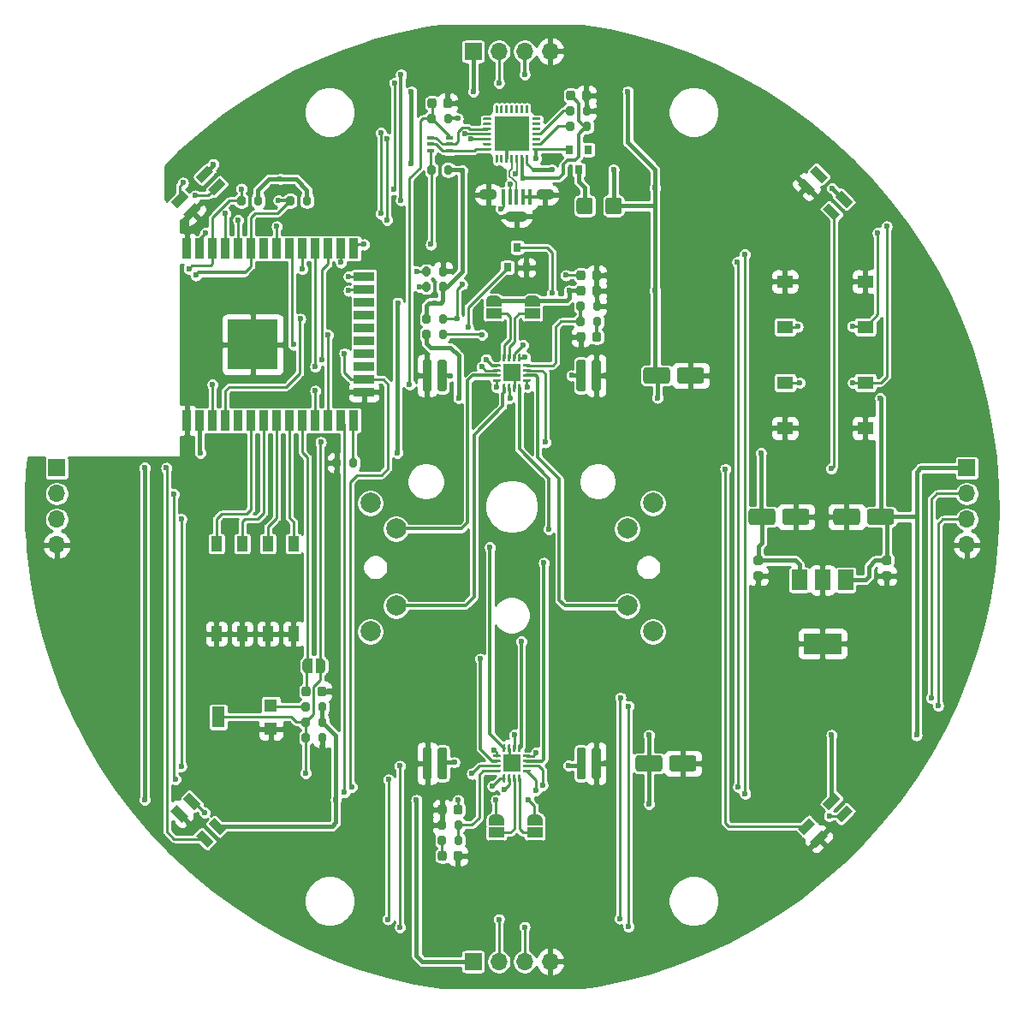
<source format=gbr>
%TF.GenerationSoftware,KiCad,Pcbnew,(5.1.9-0-10_14)*%
%TF.CreationDate,2021-05-05T23:39:55+02:00*%
%TF.ProjectId,clockclock,636c6f63-6b63-46c6-9f63-6b2e6b696361,rev?*%
%TF.SameCoordinates,Original*%
%TF.FileFunction,Copper,L1,Top*%
%TF.FilePolarity,Positive*%
%FSLAX46Y46*%
G04 Gerber Fmt 4.6, Leading zero omitted, Abs format (unit mm)*
G04 Created by KiCad (PCBNEW (5.1.9-0-10_14)) date 2021-05-05 23:39:55*
%MOMM*%
%LPD*%
G01*
G04 APERTURE LIST*
%TA.AperFunction,SMDPad,CuDef*%
%ADD10C,0.100000*%
%TD*%
%TA.AperFunction,SMDPad,CuDef*%
%ADD11R,0.800000X0.900000*%
%TD*%
%TA.AperFunction,ComponentPad*%
%ADD12C,2.000000*%
%TD*%
%TA.AperFunction,ComponentPad*%
%ADD13O,2.200000X1.100000*%
%TD*%
%TA.AperFunction,ComponentPad*%
%ADD14O,1.800000X1.100000*%
%TD*%
%TA.AperFunction,SMDPad,CuDef*%
%ADD15R,0.450000X1.500000*%
%TD*%
%TA.AperFunction,SMDPad,CuDef*%
%ADD16R,1.100000X1.500000*%
%TD*%
%TA.AperFunction,SMDPad,CuDef*%
%ADD17R,1.500000X1.000000*%
%TD*%
%TA.AperFunction,SMDPad,CuDef*%
%ADD18R,3.350000X3.350000*%
%TD*%
%TA.AperFunction,SMDPad,CuDef*%
%ADD19R,0.650000X0.400000*%
%TD*%
%TA.AperFunction,SMDPad,CuDef*%
%ADD20R,5.000000X5.000000*%
%TD*%
%TA.AperFunction,SMDPad,CuDef*%
%ADD21R,0.900000X2.000000*%
%TD*%
%TA.AperFunction,SMDPad,CuDef*%
%ADD22R,2.000000X0.900000*%
%TD*%
%TA.AperFunction,SMDPad,CuDef*%
%ADD23R,1.300000X1.300000*%
%TD*%
%TA.AperFunction,SMDPad,CuDef*%
%ADD24R,1.300000X2.000000*%
%TD*%
%TA.AperFunction,SMDPad,CuDef*%
%ADD25R,1.500000X2.000000*%
%TD*%
%TA.AperFunction,SMDPad,CuDef*%
%ADD26R,3.800000X2.000000*%
%TD*%
%TA.AperFunction,ComponentPad*%
%ADD27O,1.700000X1.700000*%
%TD*%
%TA.AperFunction,ComponentPad*%
%ADD28R,1.700000X1.700000*%
%TD*%
%TA.AperFunction,SMDPad,CuDef*%
%ADD29R,1.550000X1.300000*%
%TD*%
%TA.AperFunction,SMDPad,CuDef*%
%ADD30R,1.700000X1.700000*%
%TD*%
%TA.AperFunction,ViaPad*%
%ADD31C,0.600000*%
%TD*%
%TA.AperFunction,Conductor*%
%ADD32C,0.304800*%
%TD*%
%TA.AperFunction,Conductor*%
%ADD33C,0.254000*%
%TD*%
%TA.AperFunction,Conductor*%
%ADD34C,0.457200*%
%TD*%
%TA.AperFunction,Conductor*%
%ADD35C,0.203200*%
%TD*%
%TA.AperFunction,Conductor*%
%ADD36C,0.100000*%
%TD*%
G04 APERTURE END LIST*
%TA.AperFunction,SMDPad,CuDef*%
D10*
%TO.P,D5,1*%
%TO.N,Net-(D5-Pad1)*%
G36*
X29515076Y33121320D02*
G01*
X30116117Y33722361D01*
X31247488Y32590990D01*
X30646447Y31989949D01*
X29515076Y33121320D01*
G37*
%TD.AperFunction*%
%TA.AperFunction,SMDPad,CuDef*%
%TO.P,D5,2*%
%TO.N,GND*%
G36*
X28277639Y31883883D02*
G01*
X28878680Y32484924D01*
X30010051Y31353553D01*
X29409010Y30752512D01*
X28277639Y31883883D01*
G37*
%TD.AperFunction*%
%TA.AperFunction,SMDPad,CuDef*%
%TO.P,D5,4*%
%TO.N,+5V*%
G36*
X31989949Y30646447D02*
G01*
X32590990Y31247488D01*
X33722361Y30116117D01*
X33121320Y29515076D01*
X31989949Y30646447D01*
G37*
%TD.AperFunction*%
%TA.AperFunction,SMDPad,CuDef*%
%TO.P,D5,3*%
%TO.N,Net-(D4-Pad1)*%
G36*
X30752512Y29409010D02*
G01*
X31353553Y30010051D01*
X32484924Y28878680D01*
X31883883Y28277639D01*
X30752512Y29409010D01*
G37*
%TD.AperFunction*%
%TD*%
%TA.AperFunction,SMDPad,CuDef*%
%TO.P,D4,1*%
%TO.N,Net-(D4-Pad1)*%
G36*
X28878680Y-32484924D02*
G01*
X28277639Y-31883883D01*
X29409010Y-30752512D01*
X30010051Y-31353553D01*
X28878680Y-32484924D01*
G37*
%TD.AperFunction*%
%TA.AperFunction,SMDPad,CuDef*%
%TO.P,D4,2*%
%TO.N,GND*%
G36*
X30116117Y-33722361D02*
G01*
X29515076Y-33121320D01*
X30646447Y-31989949D01*
X31247488Y-32590990D01*
X30116117Y-33722361D01*
G37*
%TD.AperFunction*%
%TA.AperFunction,SMDPad,CuDef*%
%TO.P,D4,4*%
%TO.N,+5V*%
G36*
X31353553Y-30010051D02*
G01*
X30752512Y-29409010D01*
X31883883Y-28277639D01*
X32484924Y-28878680D01*
X31353553Y-30010051D01*
G37*
%TD.AperFunction*%
%TA.AperFunction,SMDPad,CuDef*%
%TO.P,D4,3*%
%TO.N,Net-(D3-Pad1)*%
G36*
X32590990Y-31247488D02*
G01*
X31989949Y-30646447D01*
X33121320Y-29515076D01*
X33722361Y-30116117D01*
X32590990Y-31247488D01*
G37*
%TD.AperFunction*%
%TD*%
%TA.AperFunction,SMDPad,CuDef*%
%TO.P,D3,1*%
%TO.N,Net-(D3-Pad1)*%
G36*
X-32484924Y-28878680D02*
G01*
X-31883883Y-28277639D01*
X-30752512Y-29409010D01*
X-31353553Y-30010051D01*
X-32484924Y-28878680D01*
G37*
%TD.AperFunction*%
%TA.AperFunction,SMDPad,CuDef*%
%TO.P,D3,2*%
%TO.N,GND*%
G36*
X-33722361Y-30116117D02*
G01*
X-33121320Y-29515076D01*
X-31989949Y-30646447D01*
X-32590990Y-31247488D01*
X-33722361Y-30116117D01*
G37*
%TD.AperFunction*%
%TA.AperFunction,SMDPad,CuDef*%
%TO.P,D3,4*%
%TO.N,+5V*%
G36*
X-30010051Y-31353553D02*
G01*
X-29409010Y-30752512D01*
X-28277639Y-31883883D01*
X-28878680Y-32484924D01*
X-30010051Y-31353553D01*
G37*
%TD.AperFunction*%
%TA.AperFunction,SMDPad,CuDef*%
%TO.P,D3,3*%
%TO.N,Net-(D2-Pad1)*%
G36*
X-31247488Y-32590990D02*
G01*
X-30646447Y-31989949D01*
X-29515076Y-33121320D01*
X-30116117Y-33722361D01*
X-31247488Y-32590990D01*
G37*
%TD.AperFunction*%
%TD*%
%TA.AperFunction,SMDPad,CuDef*%
%TO.P,D2,1*%
%TO.N,Net-(D2-Pad1)*%
G36*
X-33121320Y29515076D02*
G01*
X-33722361Y30116117D01*
X-32590990Y31247488D01*
X-31989949Y30646447D01*
X-33121320Y29515076D01*
G37*
%TD.AperFunction*%
%TA.AperFunction,SMDPad,CuDef*%
%TO.P,D2,2*%
%TO.N,GND*%
G36*
X-31883883Y28277639D02*
G01*
X-32484924Y28878680D01*
X-31353553Y30010051D01*
X-30752512Y29409010D01*
X-31883883Y28277639D01*
G37*
%TD.AperFunction*%
%TA.AperFunction,SMDPad,CuDef*%
%TO.P,D2,4*%
%TO.N,+5V*%
G36*
X-30646447Y31989949D02*
G01*
X-31247488Y32590990D01*
X-30116117Y33722361D01*
X-29515076Y33121320D01*
X-30646447Y31989949D01*
G37*
%TD.AperFunction*%
%TA.AperFunction,SMDPad,CuDef*%
%TO.P,D2,3*%
%TO.N,/LED_DATA*%
G36*
X-29409010Y30752512D02*
G01*
X-30010051Y31353553D01*
X-28878680Y32484924D01*
X-28277639Y31883883D01*
X-29409010Y30752512D01*
G37*
%TD.AperFunction*%
%TD*%
%TO.P,F1,2*%
%TO.N,Net-(D1-Pad3)*%
%TA.AperFunction,SMDPad,CuDef*%
G36*
G01*
X8011000Y30293000D02*
X8011000Y29143000D01*
G75*
G02*
X7761000Y28893000I-250000J0D01*
G01*
X6661000Y28893000D01*
G75*
G02*
X6411000Y29143000I0J250000D01*
G01*
X6411000Y30293000D01*
G75*
G02*
X6661000Y30543000I250000J0D01*
G01*
X7761000Y30543000D01*
G75*
G02*
X8011000Y30293000I0J-250000D01*
G01*
G37*
%TD.AperFunction*%
%TO.P,F1,1*%
%TO.N,+5V*%
%TA.AperFunction,SMDPad,CuDef*%
G36*
G01*
X10861000Y30293000D02*
X10861000Y29143000D01*
G75*
G02*
X10611000Y28893000I-250000J0D01*
G01*
X9511000Y28893000D01*
G75*
G02*
X9261000Y29143000I0J250000D01*
G01*
X9261000Y30293000D01*
G75*
G02*
X9511000Y30543000I250000J0D01*
G01*
X10611000Y30543000D01*
G75*
G02*
X10861000Y30293000I0J-250000D01*
G01*
G37*
%TD.AperFunction*%
%TD*%
%TO.P,C6,2*%
%TO.N,+3V3*%
%TA.AperFunction,SMDPad,CuDef*%
G36*
G01*
X6279000Y40890000D02*
X6279000Y40390000D01*
G75*
G02*
X6054000Y40165000I-225000J0D01*
G01*
X5604000Y40165000D01*
G75*
G02*
X5379000Y40390000I0J225000D01*
G01*
X5379000Y40890000D01*
G75*
G02*
X5604000Y41115000I225000J0D01*
G01*
X6054000Y41115000D01*
G75*
G02*
X6279000Y40890000I0J-225000D01*
G01*
G37*
%TD.AperFunction*%
%TO.P,C6,1*%
%TO.N,GND*%
%TA.AperFunction,SMDPad,CuDef*%
G36*
G01*
X7829000Y40890000D02*
X7829000Y40390000D01*
G75*
G02*
X7604000Y40165000I-225000J0D01*
G01*
X7154000Y40165000D01*
G75*
G02*
X6929000Y40390000I0J225000D01*
G01*
X6929000Y40890000D01*
G75*
G02*
X7154000Y41115000I225000J0D01*
G01*
X7604000Y41115000D01*
G75*
G02*
X7829000Y40890000I0J-225000D01*
G01*
G37*
%TD.AperFunction*%
%TD*%
D11*
%TO.P,Q2,3*%
%TO.N,Net-(Q2-Pad3)*%
X508000Y25638000D03*
%TO.P,Q2,2*%
%TO.N,GND*%
X1458000Y23638000D03*
%TO.P,Q2,1*%
%TO.N,/PROX_LED*%
X-442000Y23638000D03*
%TD*%
%TO.P,C5,2*%
%TO.N,/PROX*%
%TA.AperFunction,SMDPad,CuDef*%
G36*
G01*
X7295000Y23110000D02*
X7295000Y22610000D01*
G75*
G02*
X7070000Y22385000I-225000J0D01*
G01*
X6620000Y22385000D01*
G75*
G02*
X6395000Y22610000I0J225000D01*
G01*
X6395000Y23110000D01*
G75*
G02*
X6620000Y23335000I225000J0D01*
G01*
X7070000Y23335000D01*
G75*
G02*
X7295000Y23110000I0J-225000D01*
G01*
G37*
%TD.AperFunction*%
%TO.P,C5,1*%
%TO.N,GND*%
%TA.AperFunction,SMDPad,CuDef*%
G36*
G01*
X8845000Y23110000D02*
X8845000Y22610000D01*
G75*
G02*
X8620000Y22385000I-225000J0D01*
G01*
X8170000Y22385000D01*
G75*
G02*
X7945000Y22610000I0J225000D01*
G01*
X7945000Y23110000D01*
G75*
G02*
X8170000Y23335000I225000J0D01*
G01*
X8620000Y23335000D01*
G75*
G02*
X8845000Y23110000I0J-225000D01*
G01*
G37*
%TD.AperFunction*%
%TD*%
%TO.P,D1,3*%
%TO.N,Net-(D1-Pad3)*%
X6604000Y33290000D03*
%TO.P,D1,2*%
%TO.N,Net-(D1-Pad2)*%
X5654000Y35290000D03*
%TO.P,D1,1*%
%TO.N,Net-(D1-Pad1)*%
X7554000Y35290000D03*
%TD*%
D12*
%TO.P,M1,B2*%
%TO.N,/MOT_A3*%
X13970000Y-12360000D03*
%TO.P,M1,B1*%
%TO.N,/MOT_A4*%
X13970000Y360000D03*
%TO.P,M1,B3*%
%TO.N,/MOT_A2*%
X-13970000Y-12360000D03*
%TO.P,M1,B4*%
%TO.N,/MOT_A1*%
X-13970000Y360000D03*
%TO.P,M1,A3*%
%TO.N,/MOT_B2*%
X-11430000Y-9810000D03*
%TO.P,M1,A4*%
%TO.N,/MOT_B1*%
X-11430000Y-2190000D03*
%TO.P,M1,A2*%
%TO.N,/MOT_B3*%
X11430000Y-9810000D03*
%TO.P,M1,A1*%
%TO.N,/MOT_B4*%
X11430000Y-2190000D03*
%TD*%
D13*
%TO.P,J2,SH*%
%TO.N,GND*%
X482600Y28693800D03*
D14*
X3282600Y30843800D03*
X-2317400Y30843800D03*
D15*
%TO.P,J2,1*%
%TO.N,Net-(D1-Pad2)*%
X-817400Y30593800D03*
%TO.P,J2,5*%
%TO.N,GND*%
X1782600Y30593800D03*
%TO.P,J2,2*%
%TO.N,/D-*%
X-167400Y30593800D03*
%TO.P,J2,4*%
%TO.N,GND*%
X1132600Y30593800D03*
%TO.P,J2,3*%
%TO.N,/D+*%
X482600Y30593800D03*
%TD*%
D16*
%TO.P,SW1,8*%
%TO.N,GND*%
X-21590000Y-12578000D03*
%TO.P,SW1,4*%
%TO.N,ADDR3*%
X-29210000Y-3678000D03*
%TO.P,SW1,7*%
%TO.N,GND*%
X-24130000Y-12578000D03*
%TO.P,SW1,3*%
%TO.N,ADDR2*%
X-26670000Y-3678000D03*
%TO.P,SW1,6*%
%TO.N,GND*%
X-26670000Y-12578000D03*
%TO.P,SW1,2*%
%TO.N,ADDR1*%
X-24130000Y-3678000D03*
%TO.P,SW1,5*%
%TO.N,GND*%
X-29210000Y-12578000D03*
%TO.P,SW1,1*%
%TO.N,ADDR0*%
X-21590000Y-3678000D03*
%TD*%
%TO.P,R22,2*%
%TO.N,/PROX*%
%TA.AperFunction,SMDPad,CuDef*%
G36*
G01*
X-7195000Y18267000D02*
X-7195000Y18817000D01*
G75*
G02*
X-6995000Y19017000I200000J0D01*
G01*
X-6595000Y19017000D01*
G75*
G02*
X-6395000Y18817000I0J-200000D01*
G01*
X-6395000Y18267000D01*
G75*
G02*
X-6595000Y18067000I-200000J0D01*
G01*
X-6995000Y18067000D01*
G75*
G02*
X-7195000Y18267000I0J200000D01*
G01*
G37*
%TD.AperFunction*%
%TO.P,R22,1*%
%TO.N,+3V3*%
%TA.AperFunction,SMDPad,CuDef*%
G36*
G01*
X-8845000Y18267000D02*
X-8845000Y18817000D01*
G75*
G02*
X-8645000Y19017000I200000J0D01*
G01*
X-8245000Y19017000D01*
G75*
G02*
X-8045000Y18817000I0J-200000D01*
G01*
X-8045000Y18267000D01*
G75*
G02*
X-8245000Y18067000I-200000J0D01*
G01*
X-8645000Y18067000D01*
G75*
G02*
X-8845000Y18267000I0J200000D01*
G01*
G37*
%TD.AperFunction*%
%TD*%
%TO.P,R21,2*%
%TO.N,Net-(R21-Pad2)*%
%TA.AperFunction,SMDPad,CuDef*%
G36*
G01*
X-7195000Y16743000D02*
X-7195000Y17293000D01*
G75*
G02*
X-6995000Y17493000I200000J0D01*
G01*
X-6595000Y17493000D01*
G75*
G02*
X-6395000Y17293000I0J-200000D01*
G01*
X-6395000Y16743000D01*
G75*
G02*
X-6595000Y16543000I-200000J0D01*
G01*
X-6995000Y16543000D01*
G75*
G02*
X-7195000Y16743000I0J200000D01*
G01*
G37*
%TD.AperFunction*%
%TO.P,R21,1*%
%TO.N,+5V*%
%TA.AperFunction,SMDPad,CuDef*%
G36*
G01*
X-8845000Y16743000D02*
X-8845000Y17293000D01*
G75*
G02*
X-8645000Y17493000I200000J0D01*
G01*
X-8245000Y17493000D01*
G75*
G02*
X-8045000Y17293000I0J-200000D01*
G01*
X-8045000Y16743000D01*
G75*
G02*
X-8245000Y16543000I-200000J0D01*
G01*
X-8645000Y16543000D01*
G75*
G02*
X-8845000Y16743000I0J200000D01*
G01*
G37*
%TD.AperFunction*%
%TD*%
D17*
%TO.P,JP5,2*%
%TO.N,/MOT0_MODE1*%
X2286000Y-32258000D03*
%TA.AperFunction,SMDPad,CuDef*%
D10*
%TO.P,JP5,3*%
%TO.N,+5V*%
G36*
X1536602Y-30958000D02*
G01*
X1536602Y-30933466D01*
X1541412Y-30884635D01*
X1550984Y-30836510D01*
X1565228Y-30789555D01*
X1584005Y-30744222D01*
X1607136Y-30700949D01*
X1634396Y-30660150D01*
X1665524Y-30622221D01*
X1700221Y-30587524D01*
X1738150Y-30556396D01*
X1778949Y-30529136D01*
X1822222Y-30506005D01*
X1867555Y-30487228D01*
X1914510Y-30472984D01*
X1962635Y-30463412D01*
X2011466Y-30458602D01*
X2036000Y-30458602D01*
X2036000Y-30458000D01*
X2536000Y-30458000D01*
X2536000Y-30458602D01*
X2560534Y-30458602D01*
X2609365Y-30463412D01*
X2657490Y-30472984D01*
X2704445Y-30487228D01*
X2749778Y-30506005D01*
X2793051Y-30529136D01*
X2833850Y-30556396D01*
X2871779Y-30587524D01*
X2906476Y-30622221D01*
X2937604Y-30660150D01*
X2964864Y-30700949D01*
X2987995Y-30744222D01*
X3006772Y-30789555D01*
X3021016Y-30836510D01*
X3030588Y-30884635D01*
X3035398Y-30933466D01*
X3035398Y-30958000D01*
X3036000Y-30958000D01*
X3036000Y-31508000D01*
X1536000Y-31508000D01*
X1536000Y-30958000D01*
X1536602Y-30958000D01*
G37*
%TD.AperFunction*%
%TA.AperFunction,SMDPad,CuDef*%
%TO.P,JP5,1*%
%TO.N,GND*%
G36*
X3036000Y-33008000D02*
G01*
X3036000Y-33558000D01*
X3035398Y-33558000D01*
X3035398Y-33582534D01*
X3030588Y-33631365D01*
X3021016Y-33679490D01*
X3006772Y-33726445D01*
X2987995Y-33771778D01*
X2964864Y-33815051D01*
X2937604Y-33855850D01*
X2906476Y-33893779D01*
X2871779Y-33928476D01*
X2833850Y-33959604D01*
X2793051Y-33986864D01*
X2749778Y-34009995D01*
X2704445Y-34028772D01*
X2657490Y-34043016D01*
X2609365Y-34052588D01*
X2560534Y-34057398D01*
X2536000Y-34057398D01*
X2536000Y-34058000D01*
X2036000Y-34058000D01*
X2036000Y-34057398D01*
X2011466Y-34057398D01*
X1962635Y-34052588D01*
X1914510Y-34043016D01*
X1867555Y-34028772D01*
X1822222Y-34009995D01*
X1778949Y-33986864D01*
X1738150Y-33959604D01*
X1700221Y-33928476D01*
X1665524Y-33893779D01*
X1634396Y-33855850D01*
X1607136Y-33815051D01*
X1584005Y-33771778D01*
X1565228Y-33726445D01*
X1550984Y-33679490D01*
X1541412Y-33631365D01*
X1536602Y-33582534D01*
X1536602Y-33558000D01*
X1536000Y-33558000D01*
X1536000Y-33008000D01*
X3036000Y-33008000D01*
G37*
%TD.AperFunction*%
%TD*%
D17*
%TO.P,JP4,2*%
%TO.N,/MOT0_MODE2*%
X-1524000Y-32258000D03*
%TA.AperFunction,SMDPad,CuDef*%
D10*
%TO.P,JP4,3*%
%TO.N,+5V*%
G36*
X-2273398Y-30958000D02*
G01*
X-2273398Y-30933466D01*
X-2268588Y-30884635D01*
X-2259016Y-30836510D01*
X-2244772Y-30789555D01*
X-2225995Y-30744222D01*
X-2202864Y-30700949D01*
X-2175604Y-30660150D01*
X-2144476Y-30622221D01*
X-2109779Y-30587524D01*
X-2071850Y-30556396D01*
X-2031051Y-30529136D01*
X-1987778Y-30506005D01*
X-1942445Y-30487228D01*
X-1895490Y-30472984D01*
X-1847365Y-30463412D01*
X-1798534Y-30458602D01*
X-1774000Y-30458602D01*
X-1774000Y-30458000D01*
X-1274000Y-30458000D01*
X-1274000Y-30458602D01*
X-1249466Y-30458602D01*
X-1200635Y-30463412D01*
X-1152510Y-30472984D01*
X-1105555Y-30487228D01*
X-1060222Y-30506005D01*
X-1016949Y-30529136D01*
X-976150Y-30556396D01*
X-938221Y-30587524D01*
X-903524Y-30622221D01*
X-872396Y-30660150D01*
X-845136Y-30700949D01*
X-822005Y-30744222D01*
X-803228Y-30789555D01*
X-788984Y-30836510D01*
X-779412Y-30884635D01*
X-774602Y-30933466D01*
X-774602Y-30958000D01*
X-774000Y-30958000D01*
X-774000Y-31508000D01*
X-2274000Y-31508000D01*
X-2274000Y-30958000D01*
X-2273398Y-30958000D01*
G37*
%TD.AperFunction*%
%TA.AperFunction,SMDPad,CuDef*%
%TO.P,JP4,1*%
%TO.N,GND*%
G36*
X-774000Y-33008000D02*
G01*
X-774000Y-33558000D01*
X-774602Y-33558000D01*
X-774602Y-33582534D01*
X-779412Y-33631365D01*
X-788984Y-33679490D01*
X-803228Y-33726445D01*
X-822005Y-33771778D01*
X-845136Y-33815051D01*
X-872396Y-33855850D01*
X-903524Y-33893779D01*
X-938221Y-33928476D01*
X-976150Y-33959604D01*
X-1016949Y-33986864D01*
X-1060222Y-34009995D01*
X-1105555Y-34028772D01*
X-1152510Y-34043016D01*
X-1200635Y-34052588D01*
X-1249466Y-34057398D01*
X-1274000Y-34057398D01*
X-1274000Y-34058000D01*
X-1774000Y-34058000D01*
X-1774000Y-34057398D01*
X-1798534Y-34057398D01*
X-1847365Y-34052588D01*
X-1895490Y-34043016D01*
X-1942445Y-34028772D01*
X-1987778Y-34009995D01*
X-2031051Y-33986864D01*
X-2071850Y-33959604D01*
X-2109779Y-33928476D01*
X-2144476Y-33893779D01*
X-2175604Y-33855850D01*
X-2202864Y-33815051D01*
X-2225995Y-33771778D01*
X-2244772Y-33726445D01*
X-2259016Y-33679490D01*
X-2268588Y-33631365D01*
X-2273398Y-33582534D01*
X-2273398Y-33558000D01*
X-2274000Y-33558000D01*
X-2274000Y-33008000D01*
X-774000Y-33008000D01*
G37*
%TD.AperFunction*%
%TD*%
D17*
%TO.P,JP3,2*%
%TO.N,/MOT1_MODE1*%
X-1778000Y19050000D03*
%TA.AperFunction,SMDPad,CuDef*%
D10*
%TO.P,JP3,3*%
%TO.N,+5V*%
G36*
X-2527398Y20350000D02*
G01*
X-2527398Y20374534D01*
X-2522588Y20423365D01*
X-2513016Y20471490D01*
X-2498772Y20518445D01*
X-2479995Y20563778D01*
X-2456864Y20607051D01*
X-2429604Y20647850D01*
X-2398476Y20685779D01*
X-2363779Y20720476D01*
X-2325850Y20751604D01*
X-2285051Y20778864D01*
X-2241778Y20801995D01*
X-2196445Y20820772D01*
X-2149490Y20835016D01*
X-2101365Y20844588D01*
X-2052534Y20849398D01*
X-2028000Y20849398D01*
X-2028000Y20850000D01*
X-1528000Y20850000D01*
X-1528000Y20849398D01*
X-1503466Y20849398D01*
X-1454635Y20844588D01*
X-1406510Y20835016D01*
X-1359555Y20820772D01*
X-1314222Y20801995D01*
X-1270949Y20778864D01*
X-1230150Y20751604D01*
X-1192221Y20720476D01*
X-1157524Y20685779D01*
X-1126396Y20647850D01*
X-1099136Y20607051D01*
X-1076005Y20563778D01*
X-1057228Y20518445D01*
X-1042984Y20471490D01*
X-1033412Y20423365D01*
X-1028602Y20374534D01*
X-1028602Y20350000D01*
X-1028000Y20350000D01*
X-1028000Y19800000D01*
X-2528000Y19800000D01*
X-2528000Y20350000D01*
X-2527398Y20350000D01*
G37*
%TD.AperFunction*%
%TA.AperFunction,SMDPad,CuDef*%
%TO.P,JP3,1*%
%TO.N,GND*%
G36*
X-1028000Y18300000D02*
G01*
X-1028000Y17750000D01*
X-1028602Y17750000D01*
X-1028602Y17725466D01*
X-1033412Y17676635D01*
X-1042984Y17628510D01*
X-1057228Y17581555D01*
X-1076005Y17536222D01*
X-1099136Y17492949D01*
X-1126396Y17452150D01*
X-1157524Y17414221D01*
X-1192221Y17379524D01*
X-1230150Y17348396D01*
X-1270949Y17321136D01*
X-1314222Y17298005D01*
X-1359555Y17279228D01*
X-1406510Y17264984D01*
X-1454635Y17255412D01*
X-1503466Y17250602D01*
X-1528000Y17250602D01*
X-1528000Y17250000D01*
X-2028000Y17250000D01*
X-2028000Y17250602D01*
X-2052534Y17250602D01*
X-2101365Y17255412D01*
X-2149490Y17264984D01*
X-2196445Y17279228D01*
X-2241778Y17298005D01*
X-2285051Y17321136D01*
X-2325850Y17348396D01*
X-2363779Y17379524D01*
X-2398476Y17414221D01*
X-2429604Y17452150D01*
X-2456864Y17492949D01*
X-2479995Y17536222D01*
X-2498772Y17581555D01*
X-2513016Y17628510D01*
X-2522588Y17676635D01*
X-2527398Y17725466D01*
X-2527398Y17750000D01*
X-2528000Y17750000D01*
X-2528000Y18300000D01*
X-1028000Y18300000D01*
G37*
%TD.AperFunction*%
%TD*%
D17*
%TO.P,JP2,2*%
%TO.N,/MOT1_MODE2*%
X2032000Y19050000D03*
%TA.AperFunction,SMDPad,CuDef*%
D10*
%TO.P,JP2,3*%
%TO.N,+5V*%
G36*
X1282602Y20350000D02*
G01*
X1282602Y20374534D01*
X1287412Y20423365D01*
X1296984Y20471490D01*
X1311228Y20518445D01*
X1330005Y20563778D01*
X1353136Y20607051D01*
X1380396Y20647850D01*
X1411524Y20685779D01*
X1446221Y20720476D01*
X1484150Y20751604D01*
X1524949Y20778864D01*
X1568222Y20801995D01*
X1613555Y20820772D01*
X1660510Y20835016D01*
X1708635Y20844588D01*
X1757466Y20849398D01*
X1782000Y20849398D01*
X1782000Y20850000D01*
X2282000Y20850000D01*
X2282000Y20849398D01*
X2306534Y20849398D01*
X2355365Y20844588D01*
X2403490Y20835016D01*
X2450445Y20820772D01*
X2495778Y20801995D01*
X2539051Y20778864D01*
X2579850Y20751604D01*
X2617779Y20720476D01*
X2652476Y20685779D01*
X2683604Y20647850D01*
X2710864Y20607051D01*
X2733995Y20563778D01*
X2752772Y20518445D01*
X2767016Y20471490D01*
X2776588Y20423365D01*
X2781398Y20374534D01*
X2781398Y20350000D01*
X2782000Y20350000D01*
X2782000Y19800000D01*
X1282000Y19800000D01*
X1282000Y20350000D01*
X1282602Y20350000D01*
G37*
%TD.AperFunction*%
%TA.AperFunction,SMDPad,CuDef*%
%TO.P,JP2,1*%
%TO.N,GND*%
G36*
X2782000Y18300000D02*
G01*
X2782000Y17750000D01*
X2781398Y17750000D01*
X2781398Y17725466D01*
X2776588Y17676635D01*
X2767016Y17628510D01*
X2752772Y17581555D01*
X2733995Y17536222D01*
X2710864Y17492949D01*
X2683604Y17452150D01*
X2652476Y17414221D01*
X2617779Y17379524D01*
X2579850Y17348396D01*
X2539051Y17321136D01*
X2495778Y17298005D01*
X2450445Y17279228D01*
X2403490Y17264984D01*
X2355365Y17255412D01*
X2306534Y17250602D01*
X2282000Y17250602D01*
X2282000Y17250000D01*
X1782000Y17250000D01*
X1782000Y17250602D01*
X1757466Y17250602D01*
X1708635Y17255412D01*
X1660510Y17264984D01*
X1613555Y17279228D01*
X1568222Y17298005D01*
X1524949Y17321136D01*
X1484150Y17348396D01*
X1446221Y17379524D01*
X1411524Y17414221D01*
X1380396Y17452150D01*
X1353136Y17492949D01*
X1330005Y17536222D01*
X1311228Y17581555D01*
X1296984Y17628510D01*
X1287412Y17676635D01*
X1282602Y17725466D01*
X1282602Y17750000D01*
X1282000Y17750000D01*
X1282000Y18300000D01*
X2782000Y18300000D01*
G37*
%TD.AperFunction*%
%TD*%
D18*
%TO.P,U4,29*%
%TO.N,GND*%
X0Y36830000D03*
%TO.P,U4,28*%
%TO.N,/DTR*%
%TA.AperFunction,SMDPad,CuDef*%
G36*
G01*
X-2112500Y35205000D02*
X-2787500Y35205000D01*
G75*
G02*
X-2850000Y35267500I0J62500D01*
G01*
X-2850000Y35392500D01*
G75*
G02*
X-2787500Y35455000I62500J0D01*
G01*
X-2112500Y35455000D01*
G75*
G02*
X-2050000Y35392500I0J-62500D01*
G01*
X-2050000Y35267500D01*
G75*
G02*
X-2112500Y35205000I-62500J0D01*
G01*
G37*
%TD.AperFunction*%
%TO.P,U4,27*%
%TO.N,Net-(U4-Pad27)*%
%TA.AperFunction,SMDPad,CuDef*%
G36*
G01*
X-2112500Y35705000D02*
X-2787500Y35705000D01*
G75*
G02*
X-2850000Y35767500I0J62500D01*
G01*
X-2850000Y35892500D01*
G75*
G02*
X-2787500Y35955000I62500J0D01*
G01*
X-2112500Y35955000D01*
G75*
G02*
X-2050000Y35892500I0J-62500D01*
G01*
X-2050000Y35767500D01*
G75*
G02*
X-2112500Y35705000I-62500J0D01*
G01*
G37*
%TD.AperFunction*%
%TO.P,U4,26*%
%TO.N,/ESP_RX*%
%TA.AperFunction,SMDPad,CuDef*%
G36*
G01*
X-2112500Y36205000D02*
X-2787500Y36205000D01*
G75*
G02*
X-2850000Y36267500I0J62500D01*
G01*
X-2850000Y36392500D01*
G75*
G02*
X-2787500Y36455000I62500J0D01*
G01*
X-2112500Y36455000D01*
G75*
G02*
X-2050000Y36392500I0J-62500D01*
G01*
X-2050000Y36267500D01*
G75*
G02*
X-2112500Y36205000I-62500J0D01*
G01*
G37*
%TD.AperFunction*%
%TO.P,U4,25*%
%TO.N,/ESP_TX*%
%TA.AperFunction,SMDPad,CuDef*%
G36*
G01*
X-2112500Y36705000D02*
X-2787500Y36705000D01*
G75*
G02*
X-2850000Y36767500I0J62500D01*
G01*
X-2850000Y36892500D01*
G75*
G02*
X-2787500Y36955000I62500J0D01*
G01*
X-2112500Y36955000D01*
G75*
G02*
X-2050000Y36892500I0J-62500D01*
G01*
X-2050000Y36767500D01*
G75*
G02*
X-2112500Y36705000I-62500J0D01*
G01*
G37*
%TD.AperFunction*%
%TO.P,U4,24*%
%TO.N,/RTS*%
%TA.AperFunction,SMDPad,CuDef*%
G36*
G01*
X-2112500Y37205000D02*
X-2787500Y37205000D01*
G75*
G02*
X-2850000Y37267500I0J62500D01*
G01*
X-2850000Y37392500D01*
G75*
G02*
X-2787500Y37455000I62500J0D01*
G01*
X-2112500Y37455000D01*
G75*
G02*
X-2050000Y37392500I0J-62500D01*
G01*
X-2050000Y37267500D01*
G75*
G02*
X-2112500Y37205000I-62500J0D01*
G01*
G37*
%TD.AperFunction*%
%TO.P,U4,23*%
%TO.N,Net-(U4-Pad23)*%
%TA.AperFunction,SMDPad,CuDef*%
G36*
G01*
X-2112500Y37705000D02*
X-2787500Y37705000D01*
G75*
G02*
X-2850000Y37767500I0J62500D01*
G01*
X-2850000Y37892500D01*
G75*
G02*
X-2787500Y37955000I62500J0D01*
G01*
X-2112500Y37955000D01*
G75*
G02*
X-2050000Y37892500I0J-62500D01*
G01*
X-2050000Y37767500D01*
G75*
G02*
X-2112500Y37705000I-62500J0D01*
G01*
G37*
%TD.AperFunction*%
%TO.P,U4,22*%
%TO.N,Net-(U4-Pad22)*%
%TA.AperFunction,SMDPad,CuDef*%
G36*
G01*
X-2112500Y38205000D02*
X-2787500Y38205000D01*
G75*
G02*
X-2850000Y38267500I0J62500D01*
G01*
X-2850000Y38392500D01*
G75*
G02*
X-2787500Y38455000I62500J0D01*
G01*
X-2112500Y38455000D01*
G75*
G02*
X-2050000Y38392500I0J-62500D01*
G01*
X-2050000Y38267500D01*
G75*
G02*
X-2112500Y38205000I-62500J0D01*
G01*
G37*
%TD.AperFunction*%
%TO.P,U4,21*%
%TO.N,Net-(U4-Pad21)*%
%TA.AperFunction,SMDPad,CuDef*%
G36*
G01*
X-1437500Y38880000D02*
X-1562500Y38880000D01*
G75*
G02*
X-1625000Y38942500I0J62500D01*
G01*
X-1625000Y39617500D01*
G75*
G02*
X-1562500Y39680000I62500J0D01*
G01*
X-1437500Y39680000D01*
G75*
G02*
X-1375000Y39617500I0J-62500D01*
G01*
X-1375000Y38942500D01*
G75*
G02*
X-1437500Y38880000I-62500J0D01*
G01*
G37*
%TD.AperFunction*%
%TO.P,U4,20*%
%TO.N,Net-(U4-Pad20)*%
%TA.AperFunction,SMDPad,CuDef*%
G36*
G01*
X-937500Y38880000D02*
X-1062500Y38880000D01*
G75*
G02*
X-1125000Y38942500I0J62500D01*
G01*
X-1125000Y39617500D01*
G75*
G02*
X-1062500Y39680000I62500J0D01*
G01*
X-937500Y39680000D01*
G75*
G02*
X-875000Y39617500I0J-62500D01*
G01*
X-875000Y38942500D01*
G75*
G02*
X-937500Y38880000I-62500J0D01*
G01*
G37*
%TD.AperFunction*%
%TO.P,U4,19*%
%TO.N,Net-(U4-Pad19)*%
%TA.AperFunction,SMDPad,CuDef*%
G36*
G01*
X-437500Y38880000D02*
X-562500Y38880000D01*
G75*
G02*
X-625000Y38942500I0J62500D01*
G01*
X-625000Y39617500D01*
G75*
G02*
X-562500Y39680000I62500J0D01*
G01*
X-437500Y39680000D01*
G75*
G02*
X-375000Y39617500I0J-62500D01*
G01*
X-375000Y38942500D01*
G75*
G02*
X-437500Y38880000I-62500J0D01*
G01*
G37*
%TD.AperFunction*%
%TO.P,U4,18*%
%TO.N,Net-(U4-Pad18)*%
%TA.AperFunction,SMDPad,CuDef*%
G36*
G01*
X62500Y38880000D02*
X-62500Y38880000D01*
G75*
G02*
X-125000Y38942500I0J62500D01*
G01*
X-125000Y39617500D01*
G75*
G02*
X-62500Y39680000I62500J0D01*
G01*
X62500Y39680000D01*
G75*
G02*
X125000Y39617500I0J-62500D01*
G01*
X125000Y38942500D01*
G75*
G02*
X62500Y38880000I-62500J0D01*
G01*
G37*
%TD.AperFunction*%
%TO.P,U4,17*%
%TO.N,Net-(U4-Pad17)*%
%TA.AperFunction,SMDPad,CuDef*%
G36*
G01*
X562500Y38880000D02*
X437500Y38880000D01*
G75*
G02*
X375000Y38942500I0J62500D01*
G01*
X375000Y39617500D01*
G75*
G02*
X437500Y39680000I62500J0D01*
G01*
X562500Y39680000D01*
G75*
G02*
X625000Y39617500I0J-62500D01*
G01*
X625000Y38942500D01*
G75*
G02*
X562500Y38880000I-62500J0D01*
G01*
G37*
%TD.AperFunction*%
%TO.P,U4,16*%
%TO.N,Net-(U4-Pad16)*%
%TA.AperFunction,SMDPad,CuDef*%
G36*
G01*
X1062500Y38880000D02*
X937500Y38880000D01*
G75*
G02*
X875000Y38942500I0J62500D01*
G01*
X875000Y39617500D01*
G75*
G02*
X937500Y39680000I62500J0D01*
G01*
X1062500Y39680000D01*
G75*
G02*
X1125000Y39617500I0J-62500D01*
G01*
X1125000Y38942500D01*
G75*
G02*
X1062500Y38880000I-62500J0D01*
G01*
G37*
%TD.AperFunction*%
%TO.P,U4,15*%
%TO.N,Net-(U4-Pad15)*%
%TA.AperFunction,SMDPad,CuDef*%
G36*
G01*
X1562500Y38880000D02*
X1437500Y38880000D01*
G75*
G02*
X1375000Y38942500I0J62500D01*
G01*
X1375000Y39617500D01*
G75*
G02*
X1437500Y39680000I62500J0D01*
G01*
X1562500Y39680000D01*
G75*
G02*
X1625000Y39617500I0J-62500D01*
G01*
X1625000Y38942500D01*
G75*
G02*
X1562500Y38880000I-62500J0D01*
G01*
G37*
%TD.AperFunction*%
%TO.P,U4,14*%
%TO.N,Net-(U4-Pad14)*%
%TA.AperFunction,SMDPad,CuDef*%
G36*
G01*
X2787500Y38205000D02*
X2112500Y38205000D01*
G75*
G02*
X2050000Y38267500I0J62500D01*
G01*
X2050000Y38392500D01*
G75*
G02*
X2112500Y38455000I62500J0D01*
G01*
X2787500Y38455000D01*
G75*
G02*
X2850000Y38392500I0J-62500D01*
G01*
X2850000Y38267500D01*
G75*
G02*
X2787500Y38205000I-62500J0D01*
G01*
G37*
%TD.AperFunction*%
%TO.P,U4,13*%
%TO.N,Net-(U4-Pad13)*%
%TA.AperFunction,SMDPad,CuDef*%
G36*
G01*
X2787500Y37705000D02*
X2112500Y37705000D01*
G75*
G02*
X2050000Y37767500I0J62500D01*
G01*
X2050000Y37892500D01*
G75*
G02*
X2112500Y37955000I62500J0D01*
G01*
X2787500Y37955000D01*
G75*
G02*
X2850000Y37892500I0J-62500D01*
G01*
X2850000Y37767500D01*
G75*
G02*
X2787500Y37705000I-62500J0D01*
G01*
G37*
%TD.AperFunction*%
%TO.P,U4,12*%
%TO.N,Net-(U4-Pad12)*%
%TA.AperFunction,SMDPad,CuDef*%
G36*
G01*
X2787500Y37205000D02*
X2112500Y37205000D01*
G75*
G02*
X2050000Y37267500I0J62500D01*
G01*
X2050000Y37392500D01*
G75*
G02*
X2112500Y37455000I62500J0D01*
G01*
X2787500Y37455000D01*
G75*
G02*
X2850000Y37392500I0J-62500D01*
G01*
X2850000Y37267500D01*
G75*
G02*
X2787500Y37205000I-62500J0D01*
G01*
G37*
%TD.AperFunction*%
%TO.P,U4,11*%
%TO.N,/USB_SUSP*%
%TA.AperFunction,SMDPad,CuDef*%
G36*
G01*
X2787500Y36705000D02*
X2112500Y36705000D01*
G75*
G02*
X2050000Y36767500I0J62500D01*
G01*
X2050000Y36892500D01*
G75*
G02*
X2112500Y36955000I62500J0D01*
G01*
X2787500Y36955000D01*
G75*
G02*
X2850000Y36892500I0J-62500D01*
G01*
X2850000Y36767500D01*
G75*
G02*
X2787500Y36705000I-62500J0D01*
G01*
G37*
%TD.AperFunction*%
%TO.P,U4,10*%
%TO.N,Net-(U4-Pad10)*%
%TA.AperFunction,SMDPad,CuDef*%
G36*
G01*
X2787500Y36205000D02*
X2112500Y36205000D01*
G75*
G02*
X2050000Y36267500I0J62500D01*
G01*
X2050000Y36392500D01*
G75*
G02*
X2112500Y36455000I62500J0D01*
G01*
X2787500Y36455000D01*
G75*
G02*
X2850000Y36392500I0J-62500D01*
G01*
X2850000Y36267500D01*
G75*
G02*
X2787500Y36205000I-62500J0D01*
G01*
G37*
%TD.AperFunction*%
%TO.P,U4,9*%
%TO.N,/USB_RST*%
%TA.AperFunction,SMDPad,CuDef*%
G36*
G01*
X2787500Y35705000D02*
X2112500Y35705000D01*
G75*
G02*
X2050000Y35767500I0J62500D01*
G01*
X2050000Y35892500D01*
G75*
G02*
X2112500Y35955000I62500J0D01*
G01*
X2787500Y35955000D01*
G75*
G02*
X2850000Y35892500I0J-62500D01*
G01*
X2850000Y35767500D01*
G75*
G02*
X2787500Y35705000I-62500J0D01*
G01*
G37*
%TD.AperFunction*%
%TO.P,U4,8*%
%TO.N,Net-(D1-Pad2)*%
%TA.AperFunction,SMDPad,CuDef*%
G36*
G01*
X2787500Y35205000D02*
X2112500Y35205000D01*
G75*
G02*
X2050000Y35267500I0J62500D01*
G01*
X2050000Y35392500D01*
G75*
G02*
X2112500Y35455000I62500J0D01*
G01*
X2787500Y35455000D01*
G75*
G02*
X2850000Y35392500I0J-62500D01*
G01*
X2850000Y35267500D01*
G75*
G02*
X2787500Y35205000I-62500J0D01*
G01*
G37*
%TD.AperFunction*%
%TO.P,U4,7*%
%TO.N,+5V*%
%TA.AperFunction,SMDPad,CuDef*%
G36*
G01*
X1562500Y33980000D02*
X1437500Y33980000D01*
G75*
G02*
X1375000Y34042500I0J62500D01*
G01*
X1375000Y34717500D01*
G75*
G02*
X1437500Y34780000I62500J0D01*
G01*
X1562500Y34780000D01*
G75*
G02*
X1625000Y34717500I0J-62500D01*
G01*
X1625000Y34042500D01*
G75*
G02*
X1562500Y33980000I-62500J0D01*
G01*
G37*
%TD.AperFunction*%
%TO.P,U4,6*%
%TO.N,+3V3*%
%TA.AperFunction,SMDPad,CuDef*%
G36*
G01*
X1062500Y33980000D02*
X937500Y33980000D01*
G75*
G02*
X875000Y34042500I0J62500D01*
G01*
X875000Y34717500D01*
G75*
G02*
X937500Y34780000I62500J0D01*
G01*
X1062500Y34780000D01*
G75*
G02*
X1125000Y34717500I0J-62500D01*
G01*
X1125000Y34042500D01*
G75*
G02*
X1062500Y33980000I-62500J0D01*
G01*
G37*
%TD.AperFunction*%
%TO.P,U4,5*%
%TO.N,/D-*%
%TA.AperFunction,SMDPad,CuDef*%
G36*
G01*
X562500Y33980000D02*
X437500Y33980000D01*
G75*
G02*
X375000Y34042500I0J62500D01*
G01*
X375000Y34717500D01*
G75*
G02*
X437500Y34780000I62500J0D01*
G01*
X562500Y34780000D01*
G75*
G02*
X625000Y34717500I0J-62500D01*
G01*
X625000Y34042500D01*
G75*
G02*
X562500Y33980000I-62500J0D01*
G01*
G37*
%TD.AperFunction*%
%TO.P,U4,4*%
%TO.N,/D+*%
%TA.AperFunction,SMDPad,CuDef*%
G36*
G01*
X62500Y33980000D02*
X-62500Y33980000D01*
G75*
G02*
X-125000Y34042500I0J62500D01*
G01*
X-125000Y34717500D01*
G75*
G02*
X-62500Y34780000I62500J0D01*
G01*
X62500Y34780000D01*
G75*
G02*
X125000Y34717500I0J-62500D01*
G01*
X125000Y34042500D01*
G75*
G02*
X62500Y33980000I-62500J0D01*
G01*
G37*
%TD.AperFunction*%
%TO.P,U4,3*%
%TO.N,GND*%
%TA.AperFunction,SMDPad,CuDef*%
G36*
G01*
X-437500Y33980000D02*
X-562500Y33980000D01*
G75*
G02*
X-625000Y34042500I0J62500D01*
G01*
X-625000Y34717500D01*
G75*
G02*
X-562500Y34780000I62500J0D01*
G01*
X-437500Y34780000D01*
G75*
G02*
X-375000Y34717500I0J-62500D01*
G01*
X-375000Y34042500D01*
G75*
G02*
X-437500Y33980000I-62500J0D01*
G01*
G37*
%TD.AperFunction*%
%TO.P,U4,2*%
%TO.N,Net-(U4-Pad2)*%
%TA.AperFunction,SMDPad,CuDef*%
G36*
G01*
X-937500Y33980000D02*
X-1062500Y33980000D01*
G75*
G02*
X-1125000Y34042500I0J62500D01*
G01*
X-1125000Y34717500D01*
G75*
G02*
X-1062500Y34780000I62500J0D01*
G01*
X-937500Y34780000D01*
G75*
G02*
X-875000Y34717500I0J-62500D01*
G01*
X-875000Y34042500D01*
G75*
G02*
X-937500Y33980000I-62500J0D01*
G01*
G37*
%TD.AperFunction*%
%TO.P,U4,1*%
%TO.N,Net-(U4-Pad1)*%
%TA.AperFunction,SMDPad,CuDef*%
G36*
G01*
X-1437500Y33980000D02*
X-1562500Y33980000D01*
G75*
G02*
X-1625000Y34042500I0J62500D01*
G01*
X-1625000Y34717500D01*
G75*
G02*
X-1562500Y34780000I62500J0D01*
G01*
X-1437500Y34780000D01*
G75*
G02*
X-1375000Y34717500I0J-62500D01*
G01*
X-1375000Y34042500D01*
G75*
G02*
X-1437500Y33980000I-62500J0D01*
G01*
G37*
%TD.AperFunction*%
%TD*%
%TO.P,R20,2*%
%TO.N,/USB_SUSP*%
%TA.AperFunction,SMDPad,CuDef*%
G36*
G01*
X6179000Y39391000D02*
X6179000Y38841000D01*
G75*
G02*
X5979000Y38641000I-200000J0D01*
G01*
X5579000Y38641000D01*
G75*
G02*
X5379000Y38841000I0J200000D01*
G01*
X5379000Y39391000D01*
G75*
G02*
X5579000Y39591000I200000J0D01*
G01*
X5979000Y39591000D01*
G75*
G02*
X6179000Y39391000I0J-200000D01*
G01*
G37*
%TD.AperFunction*%
%TO.P,R20,1*%
%TO.N,GND*%
%TA.AperFunction,SMDPad,CuDef*%
G36*
G01*
X7829000Y39391000D02*
X7829000Y38841000D01*
G75*
G02*
X7629000Y38641000I-200000J0D01*
G01*
X7229000Y38641000D01*
G75*
G02*
X7029000Y38841000I0J200000D01*
G01*
X7029000Y39391000D01*
G75*
G02*
X7229000Y39591000I200000J0D01*
G01*
X7629000Y39591000D01*
G75*
G02*
X7829000Y39391000I0J-200000D01*
G01*
G37*
%TD.AperFunction*%
%TD*%
%TO.P,R19,2*%
%TO.N,/ESP_GPIO2*%
%TA.AperFunction,SMDPad,CuDef*%
G36*
G01*
X-8045000Y23516000D02*
X-8045000Y22966000D01*
G75*
G02*
X-8245000Y22766000I-200000J0D01*
G01*
X-8645000Y22766000D01*
G75*
G02*
X-8845000Y22966000I0J200000D01*
G01*
X-8845000Y23516000D01*
G75*
G02*
X-8645000Y23716000I200000J0D01*
G01*
X-8245000Y23716000D01*
G75*
G02*
X-8045000Y23516000I0J-200000D01*
G01*
G37*
%TD.AperFunction*%
%TO.P,R19,1*%
%TO.N,GND*%
%TA.AperFunction,SMDPad,CuDef*%
G36*
G01*
X-6395000Y23516000D02*
X-6395000Y22966000D01*
G75*
G02*
X-6595000Y22766000I-200000J0D01*
G01*
X-6995000Y22766000D01*
G75*
G02*
X-7195000Y22966000I0J200000D01*
G01*
X-7195000Y23516000D01*
G75*
G02*
X-6995000Y23716000I200000J0D01*
G01*
X-6595000Y23716000D01*
G75*
G02*
X-6395000Y23516000I0J-200000D01*
G01*
G37*
%TD.AperFunction*%
%TD*%
%TO.P,R18,2*%
%TO.N,/ESP_GPIO12*%
%TA.AperFunction,SMDPad,CuDef*%
G36*
G01*
X-16085000Y4043000D02*
X-16085000Y4593000D01*
G75*
G02*
X-15885000Y4793000I200000J0D01*
G01*
X-15485000Y4793000D01*
G75*
G02*
X-15285000Y4593000I0J-200000D01*
G01*
X-15285000Y4043000D01*
G75*
G02*
X-15485000Y3843000I-200000J0D01*
G01*
X-15885000Y3843000D01*
G75*
G02*
X-16085000Y4043000I0J200000D01*
G01*
G37*
%TD.AperFunction*%
%TO.P,R18,1*%
%TO.N,GND*%
%TA.AperFunction,SMDPad,CuDef*%
G36*
G01*
X-17735000Y4043000D02*
X-17735000Y4593000D01*
G75*
G02*
X-17535000Y4793000I200000J0D01*
G01*
X-17135000Y4793000D01*
G75*
G02*
X-16935000Y4593000I0J-200000D01*
G01*
X-16935000Y4043000D01*
G75*
G02*
X-17135000Y3843000I-200000J0D01*
G01*
X-17535000Y3843000D01*
G75*
G02*
X-17735000Y4043000I0J200000D01*
G01*
G37*
%TD.AperFunction*%
%TD*%
%TO.P,R17,2*%
%TO.N,+3V3*%
%TA.AperFunction,SMDPad,CuDef*%
G36*
G01*
X7029000Y37317000D02*
X7029000Y37867000D01*
G75*
G02*
X7229000Y38067000I200000J0D01*
G01*
X7629000Y38067000D01*
G75*
G02*
X7829000Y37867000I0J-200000D01*
G01*
X7829000Y37317000D01*
G75*
G02*
X7629000Y37117000I-200000J0D01*
G01*
X7229000Y37117000D01*
G75*
G02*
X7029000Y37317000I0J200000D01*
G01*
G37*
%TD.AperFunction*%
%TO.P,R17,1*%
%TO.N,/USB_RST*%
%TA.AperFunction,SMDPad,CuDef*%
G36*
G01*
X5379000Y37317000D02*
X5379000Y37867000D01*
G75*
G02*
X5579000Y38067000I200000J0D01*
G01*
X5979000Y38067000D01*
G75*
G02*
X6179000Y37867000I0J-200000D01*
G01*
X6179000Y37317000D01*
G75*
G02*
X5979000Y37117000I-200000J0D01*
G01*
X5579000Y37117000D01*
G75*
G02*
X5379000Y37317000I0J200000D01*
G01*
G37*
%TD.AperFunction*%
%TD*%
%TO.P,R13,2*%
%TO.N,/ESP_RST*%
%TA.AperFunction,SMDPad,CuDef*%
G36*
G01*
X-7537000Y38629000D02*
X-7537000Y38079000D01*
G75*
G02*
X-7737000Y37879000I-200000J0D01*
G01*
X-8137000Y37879000D01*
G75*
G02*
X-8337000Y38079000I0J200000D01*
G01*
X-8337000Y38629000D01*
G75*
G02*
X-8137000Y38829000I200000J0D01*
G01*
X-7737000Y38829000D01*
G75*
G02*
X-7537000Y38629000I0J-200000D01*
G01*
G37*
%TD.AperFunction*%
%TO.P,R13,1*%
%TO.N,+3V3*%
%TA.AperFunction,SMDPad,CuDef*%
G36*
G01*
X-5887000Y38629000D02*
X-5887000Y38079000D01*
G75*
G02*
X-6087000Y37879000I-200000J0D01*
G01*
X-6487000Y37879000D01*
G75*
G02*
X-6687000Y38079000I0J200000D01*
G01*
X-6687000Y38629000D01*
G75*
G02*
X-6487000Y38829000I200000J0D01*
G01*
X-6087000Y38829000D01*
G75*
G02*
X-5887000Y38629000I0J-200000D01*
G01*
G37*
%TD.AperFunction*%
%TD*%
%TO.P,R12,2*%
%TO.N,/ESP_GPIO15*%
%TA.AperFunction,SMDPad,CuDef*%
G36*
G01*
X-8045000Y21992000D02*
X-8045000Y21442000D01*
G75*
G02*
X-8245000Y21242000I-200000J0D01*
G01*
X-8645000Y21242000D01*
G75*
G02*
X-8845000Y21442000I0J200000D01*
G01*
X-8845000Y21992000D01*
G75*
G02*
X-8645000Y22192000I200000J0D01*
G01*
X-8245000Y22192000D01*
G75*
G02*
X-8045000Y21992000I0J-200000D01*
G01*
G37*
%TD.AperFunction*%
%TO.P,R12,1*%
%TO.N,+3V3*%
%TA.AperFunction,SMDPad,CuDef*%
G36*
G01*
X-6395000Y21992000D02*
X-6395000Y21442000D01*
G75*
G02*
X-6595000Y21242000I-200000J0D01*
G01*
X-6995000Y21242000D01*
G75*
G02*
X-7195000Y21442000I0J200000D01*
G01*
X-7195000Y21992000D01*
G75*
G02*
X-6995000Y22192000I200000J0D01*
G01*
X-6595000Y22192000D01*
G75*
G02*
X-6395000Y21992000I0J-200000D01*
G01*
G37*
%TD.AperFunction*%
%TD*%
%TO.P,R9,2*%
%TO.N,/ESP_GPIO0*%
%TA.AperFunction,SMDPad,CuDef*%
G36*
G01*
X-7537000Y33549000D02*
X-7537000Y32999000D01*
G75*
G02*
X-7737000Y32799000I-200000J0D01*
G01*
X-8137000Y32799000D01*
G75*
G02*
X-8337000Y32999000I0J200000D01*
G01*
X-8337000Y33549000D01*
G75*
G02*
X-8137000Y33749000I200000J0D01*
G01*
X-7737000Y33749000D01*
G75*
G02*
X-7537000Y33549000I0J-200000D01*
G01*
G37*
%TD.AperFunction*%
%TO.P,R9,1*%
%TO.N,+3V3*%
%TA.AperFunction,SMDPad,CuDef*%
G36*
G01*
X-5887000Y33549000D02*
X-5887000Y32999000D01*
G75*
G02*
X-6087000Y32799000I-200000J0D01*
G01*
X-6487000Y32799000D01*
G75*
G02*
X-6687000Y32999000I0J200000D01*
G01*
X-6687000Y33549000D01*
G75*
G02*
X-6487000Y33749000I200000J0D01*
G01*
X-6087000Y33749000D01*
G75*
G02*
X-5887000Y33549000I0J-200000D01*
G01*
G37*
%TD.AperFunction*%
%TD*%
D19*
%TO.P,Q1,6*%
%TO.N,/ESP_RST*%
X-6162000Y36464000D03*
%TO.P,Q1,4*%
%TO.N,/DTR*%
X-6162000Y35164000D03*
%TO.P,Q1,2*%
X-8062000Y35814000D03*
%TO.P,Q1,5*%
%TO.N,/RTS*%
X-6162000Y35814000D03*
%TO.P,Q1,3*%
%TO.N,/ESP_GPIO0*%
X-8062000Y35164000D03*
%TO.P,Q1,1*%
%TO.N,/RTS*%
X-8062000Y36464000D03*
%TD*%
D20*
%TO.P,MOD1,39*%
%TO.N,GND*%
X-25631000Y16018000D03*
D21*
%TO.P,MOD1,25*%
%TO.N,/ESP_GPIO0*%
X-15621000Y25518000D03*
%TO.P,MOD1,26*%
%TO.N,/MOT_DIR0*%
X-16891000Y25518000D03*
%TO.P,MOD1,27*%
%TO.N,/MOT_DIR1*%
X-18161000Y25518000D03*
%TO.P,MOD1,28*%
%TO.N,/MOT_STCK1*%
X-19431000Y25518000D03*
%TO.P,MOD1,29*%
%TO.N,/MOT_STCK0*%
X-20701000Y25518000D03*
%TO.P,MOD1,30*%
%TO.N,/MOT_RST1*%
X-21971000Y25518000D03*
%TO.P,MOD1,31*%
%TO.N,BUT_MIN*%
X-23241000Y25518000D03*
%TO.P,MOD1,32*%
%TO.N,Net-(MOD1-Pad32)*%
X-24511000Y25518000D03*
%TO.P,MOD1,33*%
%TO.N,I2C_SDA*%
X-25781000Y25518000D03*
%TO.P,MOD1,34*%
%TO.N,/ESP_RX*%
X-27051000Y25518000D03*
%TO.P,MOD1,35*%
%TO.N,/ESP_TX*%
X-28321000Y25518000D03*
%TO.P,MOD1,36*%
%TO.N,I2C_SCL*%
X-29591000Y25518000D03*
%TO.P,MOD1,37*%
%TO.N,BUT_PLUS*%
X-30861000Y25518000D03*
%TO.P,MOD1,38*%
%TO.N,GND*%
X-32131000Y25518000D03*
%TO.P,MOD1,14*%
%TO.N,/ESP_GPIO12*%
X-15621000Y8518000D03*
%TO.P,MOD1,13*%
%TO.N,/MOT_RST0*%
X-16891000Y8518000D03*
%TO.P,MOD1,12*%
%TO.N,/PROX_LED*%
X-18161000Y8518000D03*
%TO.P,MOD1,11*%
%TO.N,/LED_DATA*%
X-19431000Y8518000D03*
%TO.P,MOD1,10*%
%TO.N,CPU_REF*%
X-20701000Y8518000D03*
%TO.P,MOD1,9*%
%TO.N,ADDR0*%
X-21971000Y8518000D03*
%TO.P,MOD1,8*%
%TO.N,ADDR1*%
X-23241000Y8518000D03*
%TO.P,MOD1,7*%
%TO.N,ADDR2*%
X-24511000Y8518000D03*
%TO.P,MOD1,6*%
%TO.N,ADDR3*%
X-25781000Y8518000D03*
%TO.P,MOD1,5*%
%TO.N,Net-(MOD1-Pad5)*%
X-27051000Y8518000D03*
%TO.P,MOD1,4*%
%TO.N,/PROX*%
X-28321000Y8518000D03*
%TO.P,MOD1,3*%
%TO.N,/ESP_RST*%
X-29591000Y8518000D03*
%TO.P,MOD1,2*%
%TO.N,+3V3*%
X-30861000Y8518000D03*
D22*
%TO.P,MOD1,24*%
%TO.N,/ESP_GPIO2*%
X-14621000Y22733000D03*
%TO.P,MOD1,23*%
%TO.N,/ESP_GPIO15*%
X-14621000Y21463000D03*
%TO.P,MOD1,22*%
%TO.N,Net-(MOD1-Pad22)*%
X-14621000Y20193000D03*
%TO.P,MOD1,21*%
%TO.N,Net-(MOD1-Pad21)*%
X-14621000Y18923000D03*
%TO.P,MOD1,20*%
%TO.N,Net-(MOD1-Pad20)*%
X-14621000Y17653000D03*
%TO.P,MOD1,19*%
%TO.N,Net-(MOD1-Pad19)*%
X-14621000Y16383000D03*
%TO.P,MOD1,18*%
%TO.N,Net-(MOD1-Pad18)*%
X-14621000Y15113000D03*
%TO.P,MOD1,17*%
%TO.N,Net-(MOD1-Pad17)*%
X-14621000Y13843000D03*
%TO.P,MOD1,16*%
%TO.N,/MOT_EN*%
X-14621000Y12573000D03*
%TO.P,MOD1,15*%
%TO.N,GND*%
X-14621000Y11303000D03*
D21*
%TO.P,MOD1,1*%
X-32131000Y8518000D03*
%TD*%
%TO.P,C4,2*%
%TO.N,/ESP_RST*%
%TA.AperFunction,SMDPad,CuDef*%
G36*
G01*
X-7437000Y40128000D02*
X-7437000Y39628000D01*
G75*
G02*
X-7662000Y39403000I-225000J0D01*
G01*
X-8112000Y39403000D01*
G75*
G02*
X-8337000Y39628000I0J225000D01*
G01*
X-8337000Y40128000D01*
G75*
G02*
X-8112000Y40353000I225000J0D01*
G01*
X-7662000Y40353000D01*
G75*
G02*
X-7437000Y40128000I0J-225000D01*
G01*
G37*
%TD.AperFunction*%
%TO.P,C4,1*%
%TO.N,GND*%
%TA.AperFunction,SMDPad,CuDef*%
G36*
G01*
X-5887000Y40128000D02*
X-5887000Y39628000D01*
G75*
G02*
X-6112000Y39403000I-225000J0D01*
G01*
X-6562000Y39403000D01*
G75*
G02*
X-6787000Y39628000I0J225000D01*
G01*
X-6787000Y40128000D01*
G75*
G02*
X-6562000Y40353000I225000J0D01*
G01*
X-6112000Y40353000D01*
G75*
G02*
X-5887000Y40128000I0J-225000D01*
G01*
G37*
%TD.AperFunction*%
%TD*%
%TA.AperFunction,SMDPad,CuDef*%
D10*
%TO.P,JP1,2*%
%TO.N,/MOT_REF*%
G36*
X-18908000Y-14998602D02*
G01*
X-18883466Y-14998602D01*
X-18834635Y-15003412D01*
X-18786510Y-15012984D01*
X-18739555Y-15027228D01*
X-18694222Y-15046005D01*
X-18650949Y-15069136D01*
X-18610150Y-15096396D01*
X-18572221Y-15127524D01*
X-18537524Y-15162221D01*
X-18506396Y-15200150D01*
X-18479136Y-15240949D01*
X-18456005Y-15284222D01*
X-18437228Y-15329555D01*
X-18422984Y-15376510D01*
X-18413412Y-15424635D01*
X-18408602Y-15473466D01*
X-18408602Y-15498000D01*
X-18408000Y-15498000D01*
X-18408000Y-15998000D01*
X-18408602Y-15998000D01*
X-18408602Y-16022534D01*
X-18413412Y-16071365D01*
X-18422984Y-16119490D01*
X-18437228Y-16166445D01*
X-18456005Y-16211778D01*
X-18479136Y-16255051D01*
X-18506396Y-16295850D01*
X-18537524Y-16333779D01*
X-18572221Y-16368476D01*
X-18610150Y-16399604D01*
X-18650949Y-16426864D01*
X-18694222Y-16449995D01*
X-18739555Y-16468772D01*
X-18786510Y-16483016D01*
X-18834635Y-16492588D01*
X-18883466Y-16497398D01*
X-18908000Y-16497398D01*
X-18908000Y-16498000D01*
X-19408000Y-16498000D01*
X-19408000Y-14998000D01*
X-18908000Y-14998000D01*
X-18908000Y-14998602D01*
G37*
%TD.AperFunction*%
%TA.AperFunction,SMDPad,CuDef*%
%TO.P,JP1,1*%
%TO.N,CPU_REF*%
G36*
X-19708000Y-16498000D02*
G01*
X-20208000Y-16498000D01*
X-20208000Y-16497398D01*
X-20232534Y-16497398D01*
X-20281365Y-16492588D01*
X-20329490Y-16483016D01*
X-20376445Y-16468772D01*
X-20421778Y-16449995D01*
X-20465051Y-16426864D01*
X-20505850Y-16399604D01*
X-20543779Y-16368476D01*
X-20578476Y-16333779D01*
X-20609604Y-16295850D01*
X-20636864Y-16255051D01*
X-20659995Y-16211778D01*
X-20678772Y-16166445D01*
X-20693016Y-16119490D01*
X-20702588Y-16071365D01*
X-20707398Y-16022534D01*
X-20707398Y-15998000D01*
X-20708000Y-15998000D01*
X-20708000Y-15498000D01*
X-20707398Y-15498000D01*
X-20707398Y-15473466D01*
X-20702588Y-15424635D01*
X-20693016Y-15376510D01*
X-20678772Y-15329555D01*
X-20659995Y-15284222D01*
X-20636864Y-15240949D01*
X-20609604Y-15200150D01*
X-20578476Y-15162221D01*
X-20543779Y-15127524D01*
X-20505850Y-15096396D01*
X-20465051Y-15069136D01*
X-20421778Y-15046005D01*
X-20376445Y-15027228D01*
X-20329490Y-15012984D01*
X-20281365Y-15003412D01*
X-20232534Y-14998602D01*
X-20208000Y-14998602D01*
X-20208000Y-14998000D01*
X-19708000Y-14998000D01*
X-19708000Y-16498000D01*
G37*
%TD.AperFunction*%
%TD*%
D23*
%TO.P,RV1,3*%
%TO.N,GND*%
X-23816000Y-21978000D03*
D24*
%TO.P,RV1,2*%
%TO.N,/MOT_REF*%
X-29016000Y-20828000D03*
D23*
%TO.P,RV1,1*%
%TO.N,Net-(R16-Pad2)*%
X-23816000Y-19678000D03*
%TD*%
%TO.P,R16,2*%
%TO.N,Net-(R16-Pad2)*%
%TA.AperFunction,SMDPad,CuDef*%
G36*
G01*
X-19983000Y-19537000D02*
X-19983000Y-20087000D01*
G75*
G02*
X-20183000Y-20287000I-200000J0D01*
G01*
X-20583000Y-20287000D01*
G75*
G02*
X-20783000Y-20087000I0J200000D01*
G01*
X-20783000Y-19537000D01*
G75*
G02*
X-20583000Y-19337000I200000J0D01*
G01*
X-20183000Y-19337000D01*
G75*
G02*
X-19983000Y-19537000I0J-200000D01*
G01*
G37*
%TD.AperFunction*%
%TO.P,R16,1*%
%TO.N,+5V*%
%TA.AperFunction,SMDPad,CuDef*%
G36*
G01*
X-18333000Y-19537000D02*
X-18333000Y-20087000D01*
G75*
G02*
X-18533000Y-20287000I-200000J0D01*
G01*
X-18933000Y-20287000D01*
G75*
G02*
X-19133000Y-20087000I0J200000D01*
G01*
X-19133000Y-19537000D01*
G75*
G02*
X-18933000Y-19337000I200000J0D01*
G01*
X-18533000Y-19337000D01*
G75*
G02*
X-18333000Y-19537000I0J-200000D01*
G01*
G37*
%TD.AperFunction*%
%TD*%
%TO.P,R15,2*%
%TO.N,GND*%
%TA.AperFunction,SMDPad,CuDef*%
G36*
G01*
X-19133000Y-23135000D02*
X-19133000Y-22585000D01*
G75*
G02*
X-18933000Y-22385000I200000J0D01*
G01*
X-18533000Y-22385000D01*
G75*
G02*
X-18333000Y-22585000I0J-200000D01*
G01*
X-18333000Y-23135000D01*
G75*
G02*
X-18533000Y-23335000I-200000J0D01*
G01*
X-18933000Y-23335000D01*
G75*
G02*
X-19133000Y-23135000I0J200000D01*
G01*
G37*
%TD.AperFunction*%
%TO.P,R15,1*%
%TO.N,/MOT_REF*%
%TA.AperFunction,SMDPad,CuDef*%
G36*
G01*
X-20783000Y-23135000D02*
X-20783000Y-22585000D01*
G75*
G02*
X-20583000Y-22385000I200000J0D01*
G01*
X-20183000Y-22385000D01*
G75*
G02*
X-19983000Y-22585000I0J-200000D01*
G01*
X-19983000Y-23135000D01*
G75*
G02*
X-20183000Y-23335000I-200000J0D01*
G01*
X-20583000Y-23335000D01*
G75*
G02*
X-20783000Y-23135000I0J200000D01*
G01*
G37*
%TD.AperFunction*%
%TD*%
%TO.P,R14,2*%
%TO.N,/MOT_REF*%
%TA.AperFunction,SMDPad,CuDef*%
G36*
G01*
X-19983000Y-21061000D02*
X-19983000Y-21611000D01*
G75*
G02*
X-20183000Y-21811000I-200000J0D01*
G01*
X-20583000Y-21811000D01*
G75*
G02*
X-20783000Y-21611000I0J200000D01*
G01*
X-20783000Y-21061000D01*
G75*
G02*
X-20583000Y-20861000I200000J0D01*
G01*
X-20183000Y-20861000D01*
G75*
G02*
X-19983000Y-21061000I0J-200000D01*
G01*
G37*
%TD.AperFunction*%
%TO.P,R14,1*%
%TO.N,+5V*%
%TA.AperFunction,SMDPad,CuDef*%
G36*
G01*
X-18333000Y-21061000D02*
X-18333000Y-21611000D01*
G75*
G02*
X-18533000Y-21811000I-200000J0D01*
G01*
X-18933000Y-21811000D01*
G75*
G02*
X-19133000Y-21611000I0J200000D01*
G01*
X-19133000Y-21061000D01*
G75*
G02*
X-18933000Y-20861000I200000J0D01*
G01*
X-18533000Y-20861000D01*
G75*
G02*
X-18333000Y-21061000I0J-200000D01*
G01*
G37*
%TD.AperFunction*%
%TD*%
%TO.P,C3,2*%
%TO.N,GND*%
%TA.AperFunction,SMDPad,CuDef*%
G36*
G01*
X-19233000Y-18538000D02*
X-19233000Y-18038000D01*
G75*
G02*
X-19008000Y-17813000I225000J0D01*
G01*
X-18558000Y-17813000D01*
G75*
G02*
X-18333000Y-18038000I0J-225000D01*
G01*
X-18333000Y-18538000D01*
G75*
G02*
X-18558000Y-18763000I-225000J0D01*
G01*
X-19008000Y-18763000D01*
G75*
G02*
X-19233000Y-18538000I0J225000D01*
G01*
G37*
%TD.AperFunction*%
%TO.P,C3,1*%
%TO.N,CPU_REF*%
%TA.AperFunction,SMDPad,CuDef*%
G36*
G01*
X-20783000Y-18538000D02*
X-20783000Y-18038000D01*
G75*
G02*
X-20558000Y-17813000I225000J0D01*
G01*
X-20108000Y-17813000D01*
G75*
G02*
X-19883000Y-18038000I0J-225000D01*
G01*
X-19883000Y-18538000D01*
G75*
G02*
X-20108000Y-18763000I-225000J0D01*
G01*
X-20558000Y-18763000D01*
G75*
G02*
X-20783000Y-18538000I0J225000D01*
G01*
G37*
%TD.AperFunction*%
%TD*%
%TO.P,R8,1*%
%TO.N,Net-(R8-Pad1)*%
%TA.AperFunction,SMDPad,CuDef*%
G36*
G01*
X-7120200Y14554000D02*
X-6619800Y14554000D01*
G75*
G02*
X-6420000Y14354200I0J-199800D01*
G01*
X-6420000Y11553800D01*
G75*
G02*
X-6619800Y11354000I-199800J0D01*
G01*
X-7120200Y11354000D01*
G75*
G02*
X-7320000Y11553800I0J199800D01*
G01*
X-7320000Y14354200D01*
G75*
G02*
X-7120200Y14554000I199800J0D01*
G01*
G37*
%TD.AperFunction*%
%TO.P,R8,2*%
%TO.N,GND*%
%TA.AperFunction,SMDPad,CuDef*%
G36*
G01*
X-8620200Y14554000D02*
X-8119800Y14554000D01*
G75*
G02*
X-7920000Y14354200I0J-199800D01*
G01*
X-7920000Y11553800D01*
G75*
G02*
X-8119800Y11354000I-199800J0D01*
G01*
X-8620200Y11354000D01*
G75*
G02*
X-8820000Y11553800I0J199800D01*
G01*
X-8820000Y14354200D01*
G75*
G02*
X-8620200Y14554000I199800J0D01*
G01*
G37*
%TD.AperFunction*%
%TD*%
%TO.P,R7,1*%
%TO.N,Net-(R7-Pad1)*%
%TA.AperFunction,SMDPad,CuDef*%
G36*
G01*
X7120200Y-27000000D02*
X6619800Y-27000000D01*
G75*
G02*
X6420000Y-26800200I0J199800D01*
G01*
X6420000Y-23999800D01*
G75*
G02*
X6619800Y-23800000I199800J0D01*
G01*
X7120200Y-23800000D01*
G75*
G02*
X7320000Y-23999800I0J-199800D01*
G01*
X7320000Y-26800200D01*
G75*
G02*
X7120200Y-27000000I-199800J0D01*
G01*
G37*
%TD.AperFunction*%
%TO.P,R7,2*%
%TO.N,GND*%
%TA.AperFunction,SMDPad,CuDef*%
G36*
G01*
X8620200Y-27000000D02*
X8119800Y-27000000D01*
G75*
G02*
X7920000Y-26800200I0J199800D01*
G01*
X7920000Y-23999800D01*
G75*
G02*
X8119800Y-23800000I199800J0D01*
G01*
X8620200Y-23800000D01*
G75*
G02*
X8820000Y-23999800I0J-199800D01*
G01*
X8820000Y-26800200D01*
G75*
G02*
X8620200Y-27000000I-199800J0D01*
G01*
G37*
%TD.AperFunction*%
%TD*%
%TO.P,R6,1*%
%TO.N,Net-(R6-Pad1)*%
%TA.AperFunction,SMDPad,CuDef*%
G36*
G01*
X7108200Y11354000D02*
X6607800Y11354000D01*
G75*
G02*
X6408000Y11553800I0J199800D01*
G01*
X6408000Y14354200D01*
G75*
G02*
X6607800Y14554000I199800J0D01*
G01*
X7108200Y14554000D01*
G75*
G02*
X7308000Y14354200I0J-199800D01*
G01*
X7308000Y11553800D01*
G75*
G02*
X7108200Y11354000I-199800J0D01*
G01*
G37*
%TD.AperFunction*%
%TO.P,R6,2*%
%TO.N,GND*%
%TA.AperFunction,SMDPad,CuDef*%
G36*
G01*
X8608200Y11354000D02*
X8107800Y11354000D01*
G75*
G02*
X7908000Y11553800I0J199800D01*
G01*
X7908000Y14354200D01*
G75*
G02*
X8107800Y14554000I199800J0D01*
G01*
X8608200Y14554000D01*
G75*
G02*
X8808000Y14354200I0J-199800D01*
G01*
X8808000Y11553800D01*
G75*
G02*
X8608200Y11354000I-199800J0D01*
G01*
G37*
%TD.AperFunction*%
%TD*%
%TO.P,R5,1*%
%TO.N,Net-(R5-Pad1)*%
%TA.AperFunction,SMDPad,CuDef*%
G36*
G01*
X-7108200Y-23800000D02*
X-6607800Y-23800000D01*
G75*
G02*
X-6408000Y-23999800I0J-199800D01*
G01*
X-6408000Y-26800200D01*
G75*
G02*
X-6607800Y-27000000I-199800J0D01*
G01*
X-7108200Y-27000000D01*
G75*
G02*
X-7308000Y-26800200I0J199800D01*
G01*
X-7308000Y-23999800D01*
G75*
G02*
X-7108200Y-23800000I199800J0D01*
G01*
G37*
%TD.AperFunction*%
%TO.P,R5,2*%
%TO.N,GND*%
%TA.AperFunction,SMDPad,CuDef*%
G36*
G01*
X-8608200Y-23800000D02*
X-8107800Y-23800000D01*
G75*
G02*
X-7908000Y-23999800I0J-199800D01*
G01*
X-7908000Y-26800200D01*
G75*
G02*
X-8107800Y-27000000I-199800J0D01*
G01*
X-8608200Y-27000000D01*
G75*
G02*
X-8808000Y-26800200I0J199800D01*
G01*
X-8808000Y-23999800D01*
G75*
G02*
X-8608200Y-23800000I199800J0D01*
G01*
G37*
%TD.AperFunction*%
%TD*%
D25*
%TO.P,U5,1*%
%TO.N,+5V*%
X33034000Y-7264000D03*
%TO.P,U5,3*%
%TO.N,+3V3*%
X28434000Y-7264000D03*
%TO.P,U5,2*%
%TO.N,GND*%
X30734000Y-7264000D03*
D26*
X30734000Y-13564000D03*
%TD*%
%TO.P,C16,2*%
%TO.N,GND*%
%TA.AperFunction,SMDPad,CuDef*%
G36*
G01*
X24134000Y-6421000D02*
X24634000Y-6421000D01*
G75*
G02*
X24859000Y-6646000I0J-225000D01*
G01*
X24859000Y-7096000D01*
G75*
G02*
X24634000Y-7321000I-225000J0D01*
G01*
X24134000Y-7321000D01*
G75*
G02*
X23909000Y-7096000I0J225000D01*
G01*
X23909000Y-6646000D01*
G75*
G02*
X24134000Y-6421000I225000J0D01*
G01*
G37*
%TD.AperFunction*%
%TO.P,C16,1*%
%TO.N,+3V3*%
%TA.AperFunction,SMDPad,CuDef*%
G36*
G01*
X24134000Y-4871000D02*
X24634000Y-4871000D01*
G75*
G02*
X24859000Y-5096000I0J-225000D01*
G01*
X24859000Y-5546000D01*
G75*
G02*
X24634000Y-5771000I-225000J0D01*
G01*
X24134000Y-5771000D01*
G75*
G02*
X23909000Y-5546000I0J225000D01*
G01*
X23909000Y-5096000D01*
G75*
G02*
X24134000Y-4871000I225000J0D01*
G01*
G37*
%TD.AperFunction*%
%TD*%
%TO.P,C15,2*%
%TO.N,GND*%
%TA.AperFunction,SMDPad,CuDef*%
G36*
G01*
X26766000Y-1566000D02*
X26766000Y-466000D01*
G75*
G02*
X27016000Y-216000I250000J0D01*
G01*
X29166000Y-216000D01*
G75*
G02*
X29416000Y-466000I0J-250000D01*
G01*
X29416000Y-1566000D01*
G75*
G02*
X29166000Y-1816000I-250000J0D01*
G01*
X27016000Y-1816000D01*
G75*
G02*
X26766000Y-1566000I0J250000D01*
G01*
G37*
%TD.AperFunction*%
%TO.P,C15,1*%
%TO.N,+3V3*%
%TA.AperFunction,SMDPad,CuDef*%
G36*
G01*
X23416000Y-1566000D02*
X23416000Y-466000D01*
G75*
G02*
X23666000Y-216000I250000J0D01*
G01*
X25816000Y-216000D01*
G75*
G02*
X26066000Y-466000I0J-250000D01*
G01*
X26066000Y-1566000D01*
G75*
G02*
X25816000Y-1816000I-250000J0D01*
G01*
X23666000Y-1816000D01*
G75*
G02*
X23416000Y-1566000I0J250000D01*
G01*
G37*
%TD.AperFunction*%
%TD*%
%TO.P,C14,2*%
%TO.N,GND*%
%TA.AperFunction,SMDPad,CuDef*%
G36*
G01*
X34448000Y-466000D02*
X34448000Y-1566000D01*
G75*
G02*
X34198000Y-1816000I-250000J0D01*
G01*
X32048000Y-1816000D01*
G75*
G02*
X31798000Y-1566000I0J250000D01*
G01*
X31798000Y-466000D01*
G75*
G02*
X32048000Y-216000I250000J0D01*
G01*
X34198000Y-216000D01*
G75*
G02*
X34448000Y-466000I0J-250000D01*
G01*
G37*
%TD.AperFunction*%
%TO.P,C14,1*%
%TO.N,+5V*%
%TA.AperFunction,SMDPad,CuDef*%
G36*
G01*
X37798000Y-466000D02*
X37798000Y-1566000D01*
G75*
G02*
X37548000Y-1816000I-250000J0D01*
G01*
X35398000Y-1816000D01*
G75*
G02*
X35148000Y-1566000I0J250000D01*
G01*
X35148000Y-466000D01*
G75*
G02*
X35398000Y-216000I250000J0D01*
G01*
X37548000Y-216000D01*
G75*
G02*
X37798000Y-466000I0J-250000D01*
G01*
G37*
%TD.AperFunction*%
%TD*%
%TO.P,C13,2*%
%TO.N,+5V*%
%TA.AperFunction,SMDPad,CuDef*%
G36*
G01*
X37334000Y-5771000D02*
X36834000Y-5771000D01*
G75*
G02*
X36609000Y-5546000I0J225000D01*
G01*
X36609000Y-5096000D01*
G75*
G02*
X36834000Y-4871000I225000J0D01*
G01*
X37334000Y-4871000D01*
G75*
G02*
X37559000Y-5096000I0J-225000D01*
G01*
X37559000Y-5546000D01*
G75*
G02*
X37334000Y-5771000I-225000J0D01*
G01*
G37*
%TD.AperFunction*%
%TO.P,C13,1*%
%TO.N,GND*%
%TA.AperFunction,SMDPad,CuDef*%
G36*
G01*
X37334000Y-7321000D02*
X36834000Y-7321000D01*
G75*
G02*
X36609000Y-7096000I0J225000D01*
G01*
X36609000Y-6646000D01*
G75*
G02*
X36834000Y-6421000I225000J0D01*
G01*
X37334000Y-6421000D01*
G75*
G02*
X37559000Y-6646000I0J-225000D01*
G01*
X37559000Y-7096000D01*
G75*
G02*
X37334000Y-7321000I-225000J0D01*
G01*
G37*
%TD.AperFunction*%
%TD*%
%TO.P,C12,2*%
%TO.N,GND*%
%TA.AperFunction,SMDPad,CuDef*%
G36*
G01*
X16352000Y12404000D02*
X16352000Y13504000D01*
G75*
G02*
X16602000Y13754000I250000J0D01*
G01*
X18752000Y13754000D01*
G75*
G02*
X19002000Y13504000I0J-250000D01*
G01*
X19002000Y12404000D01*
G75*
G02*
X18752000Y12154000I-250000J0D01*
G01*
X16602000Y12154000D01*
G75*
G02*
X16352000Y12404000I0J250000D01*
G01*
G37*
%TD.AperFunction*%
%TO.P,C12,1*%
%TO.N,+5V*%
%TA.AperFunction,SMDPad,CuDef*%
G36*
G01*
X13002000Y12404000D02*
X13002000Y13504000D01*
G75*
G02*
X13252000Y13754000I250000J0D01*
G01*
X15402000Y13754000D01*
G75*
G02*
X15652000Y13504000I0J-250000D01*
G01*
X15652000Y12404000D01*
G75*
G02*
X15402000Y12154000I-250000J0D01*
G01*
X13252000Y12154000D01*
G75*
G02*
X13002000Y12404000I0J250000D01*
G01*
G37*
%TD.AperFunction*%
%TD*%
%TO.P,C10,2*%
%TO.N,GND*%
%TA.AperFunction,SMDPad,CuDef*%
G36*
G01*
X15590000Y-25950000D02*
X15590000Y-24850000D01*
G75*
G02*
X15840000Y-24600000I250000J0D01*
G01*
X17990000Y-24600000D01*
G75*
G02*
X18240000Y-24850000I0J-250000D01*
G01*
X18240000Y-25950000D01*
G75*
G02*
X17990000Y-26200000I-250000J0D01*
G01*
X15840000Y-26200000D01*
G75*
G02*
X15590000Y-25950000I0J250000D01*
G01*
G37*
%TD.AperFunction*%
%TO.P,C10,1*%
%TO.N,+5V*%
%TA.AperFunction,SMDPad,CuDef*%
G36*
G01*
X12240000Y-25950000D02*
X12240000Y-24850000D01*
G75*
G02*
X12490000Y-24600000I250000J0D01*
G01*
X14640000Y-24600000D01*
G75*
G02*
X14890000Y-24850000I0J-250000D01*
G01*
X14890000Y-25950000D01*
G75*
G02*
X14640000Y-26200000I-250000J0D01*
G01*
X12490000Y-26200000D01*
G75*
G02*
X12240000Y-25950000I0J250000D01*
G01*
G37*
%TD.AperFunction*%
%TD*%
%TO.P,C1,2*%
%TO.N,Net-(C1-Pad2)*%
%TA.AperFunction,SMDPad,CuDef*%
G36*
G01*
X-6421000Y-34294000D02*
X-6421000Y-34794000D01*
G75*
G02*
X-6646000Y-35019000I-225000J0D01*
G01*
X-7096000Y-35019000D01*
G75*
G02*
X-7321000Y-34794000I0J225000D01*
G01*
X-7321000Y-34294000D01*
G75*
G02*
X-7096000Y-34069000I225000J0D01*
G01*
X-6646000Y-34069000D01*
G75*
G02*
X-6421000Y-34294000I0J-225000D01*
G01*
G37*
%TD.AperFunction*%
%TO.P,C1,1*%
%TO.N,GND*%
%TA.AperFunction,SMDPad,CuDef*%
G36*
G01*
X-4871000Y-34294000D02*
X-4871000Y-34794000D01*
G75*
G02*
X-5096000Y-35019000I-225000J0D01*
G01*
X-5546000Y-35019000D01*
G75*
G02*
X-5771000Y-34794000I0J225000D01*
G01*
X-5771000Y-34294000D01*
G75*
G02*
X-5546000Y-34069000I225000J0D01*
G01*
X-5096000Y-34069000D01*
G75*
G02*
X-4871000Y-34294000I0J-225000D01*
G01*
G37*
%TD.AperFunction*%
%TD*%
%TO.P,C2,2*%
%TO.N,Net-(C2-Pad2)*%
%TA.AperFunction,SMDPad,CuDef*%
G36*
G01*
X7945000Y16514000D02*
X7945000Y17014000D01*
G75*
G02*
X8170000Y17239000I225000J0D01*
G01*
X8620000Y17239000D01*
G75*
G02*
X8845000Y17014000I0J-225000D01*
G01*
X8845000Y16514000D01*
G75*
G02*
X8620000Y16289000I-225000J0D01*
G01*
X8170000Y16289000D01*
G75*
G02*
X7945000Y16514000I0J225000D01*
G01*
G37*
%TD.AperFunction*%
%TO.P,C2,1*%
%TO.N,GND*%
%TA.AperFunction,SMDPad,CuDef*%
G36*
G01*
X6395000Y16514000D02*
X6395000Y17014000D01*
G75*
G02*
X6620000Y17239000I225000J0D01*
G01*
X7070000Y17239000D01*
G75*
G02*
X7295000Y17014000I0J-225000D01*
G01*
X7295000Y16514000D01*
G75*
G02*
X7070000Y16289000I-225000J0D01*
G01*
X6620000Y16289000D01*
G75*
G02*
X6395000Y16514000I0J225000D01*
G01*
G37*
%TD.AperFunction*%
%TD*%
D27*
%TO.P,J1,4*%
%TO.N,GND*%
X45000000Y-3810000D03*
%TO.P,J1,3*%
%TO.N,I2C_SDA*%
X45000000Y-1270000D03*
%TO.P,J1,2*%
%TO.N,I2C_SCL*%
X45000000Y1270000D03*
D28*
%TO.P,J1,1*%
%TO.N,+5V*%
X45000000Y3810000D03*
%TD*%
D27*
%TO.P,J3,4*%
%TO.N,GND*%
X3810000Y45000000D03*
%TO.P,J3,3*%
%TO.N,I2C_SDA*%
X1270000Y45000000D03*
%TO.P,J3,2*%
%TO.N,I2C_SCL*%
X-1270000Y45000000D03*
D28*
%TO.P,J3,1*%
%TO.N,+5V*%
X-3810000Y45000000D03*
%TD*%
D27*
%TO.P,J4,4*%
%TO.N,GND*%
X3810000Y-45000000D03*
%TO.P,J4,3*%
%TO.N,I2C_SDA*%
X1270000Y-45000000D03*
%TO.P,J4,2*%
%TO.N,I2C_SCL*%
X-1270000Y-45000000D03*
D28*
%TO.P,J4,1*%
%TO.N,+5V*%
X-3810000Y-45000000D03*
%TD*%
D27*
%TO.P,J5,4*%
%TO.N,GND*%
X-45000000Y-3810000D03*
%TO.P,J5,3*%
%TO.N,I2C_SDA*%
X-45000000Y-1270000D03*
%TO.P,J5,2*%
%TO.N,I2C_SCL*%
X-45000000Y1270000D03*
D28*
%TO.P,J5,1*%
%TO.N,+5V*%
X-45000000Y3810000D03*
%TD*%
%TO.P,R1,2*%
%TO.N,Net-(R1-Pad2)*%
%TA.AperFunction,SMDPad,CuDef*%
G36*
G01*
X-5671000Y-33295000D02*
X-5671000Y-32745000D01*
G75*
G02*
X-5471000Y-32545000I200000J0D01*
G01*
X-5071000Y-32545000D01*
G75*
G02*
X-4871000Y-32745000I0J-200000D01*
G01*
X-4871000Y-33295000D01*
G75*
G02*
X-5071000Y-33495000I-200000J0D01*
G01*
X-5471000Y-33495000D01*
G75*
G02*
X-5671000Y-33295000I0J200000D01*
G01*
G37*
%TD.AperFunction*%
%TO.P,R1,1*%
%TO.N,Net-(C1-Pad2)*%
%TA.AperFunction,SMDPad,CuDef*%
G36*
G01*
X-7321000Y-33295000D02*
X-7321000Y-32745000D01*
G75*
G02*
X-7121000Y-32545000I200000J0D01*
G01*
X-6721000Y-32545000D01*
G75*
G02*
X-6521000Y-32745000I0J-200000D01*
G01*
X-6521000Y-33295000D01*
G75*
G02*
X-6721000Y-33495000I-200000J0D01*
G01*
X-7121000Y-33495000D01*
G75*
G02*
X-7321000Y-33295000I0J200000D01*
G01*
G37*
%TD.AperFunction*%
%TD*%
%TO.P,R2,2*%
%TO.N,Net-(R2-Pad2)*%
%TA.AperFunction,SMDPad,CuDef*%
G36*
G01*
X7195000Y18563000D02*
X7195000Y18013000D01*
G75*
G02*
X6995000Y17813000I-200000J0D01*
G01*
X6595000Y17813000D01*
G75*
G02*
X6395000Y18013000I0J200000D01*
G01*
X6395000Y18563000D01*
G75*
G02*
X6595000Y18763000I200000J0D01*
G01*
X6995000Y18763000D01*
G75*
G02*
X7195000Y18563000I0J-200000D01*
G01*
G37*
%TD.AperFunction*%
%TO.P,R2,1*%
%TO.N,Net-(C2-Pad2)*%
%TA.AperFunction,SMDPad,CuDef*%
G36*
G01*
X8845000Y18563000D02*
X8845000Y18013000D01*
G75*
G02*
X8645000Y17813000I-200000J0D01*
G01*
X8245000Y17813000D01*
G75*
G02*
X8045000Y18013000I0J200000D01*
G01*
X8045000Y18563000D01*
G75*
G02*
X8245000Y18763000I200000J0D01*
G01*
X8645000Y18763000D01*
G75*
G02*
X8845000Y18563000I0J-200000D01*
G01*
G37*
%TD.AperFunction*%
%TD*%
%TO.P,R3,2*%
%TO.N,GND*%
%TA.AperFunction,SMDPad,CuDef*%
G36*
G01*
X-6521000Y-31221000D02*
X-6521000Y-31771000D01*
G75*
G02*
X-6721000Y-31971000I-200000J0D01*
G01*
X-7121000Y-31971000D01*
G75*
G02*
X-7321000Y-31771000I0J200000D01*
G01*
X-7321000Y-31221000D01*
G75*
G02*
X-7121000Y-31021000I200000J0D01*
G01*
X-6721000Y-31021000D01*
G75*
G02*
X-6521000Y-31221000I0J-200000D01*
G01*
G37*
%TD.AperFunction*%
%TO.P,R3,1*%
%TO.N,Net-(R1-Pad2)*%
%TA.AperFunction,SMDPad,CuDef*%
G36*
G01*
X-4871000Y-31221000D02*
X-4871000Y-31771000D01*
G75*
G02*
X-5071000Y-31971000I-200000J0D01*
G01*
X-5471000Y-31971000D01*
G75*
G02*
X-5671000Y-31771000I0J200000D01*
G01*
X-5671000Y-31221000D01*
G75*
G02*
X-5471000Y-31021000I200000J0D01*
G01*
X-5071000Y-31021000D01*
G75*
G02*
X-4871000Y-31221000I0J-200000D01*
G01*
G37*
%TD.AperFunction*%
%TD*%
%TO.P,R4,2*%
%TO.N,GND*%
%TA.AperFunction,SMDPad,CuDef*%
G36*
G01*
X8045000Y19537000D02*
X8045000Y20087000D01*
G75*
G02*
X8245000Y20287000I200000J0D01*
G01*
X8645000Y20287000D01*
G75*
G02*
X8845000Y20087000I0J-200000D01*
G01*
X8845000Y19537000D01*
G75*
G02*
X8645000Y19337000I-200000J0D01*
G01*
X8245000Y19337000D01*
G75*
G02*
X8045000Y19537000I0J200000D01*
G01*
G37*
%TD.AperFunction*%
%TO.P,R4,1*%
%TO.N,Net-(R2-Pad2)*%
%TA.AperFunction,SMDPad,CuDef*%
G36*
G01*
X6395000Y19537000D02*
X6395000Y20087000D01*
G75*
G02*
X6595000Y20287000I200000J0D01*
G01*
X6995000Y20287000D01*
G75*
G02*
X7195000Y20087000I0J-200000D01*
G01*
X7195000Y19537000D01*
G75*
G02*
X6995000Y19337000I-200000J0D01*
G01*
X6595000Y19337000D01*
G75*
G02*
X6395000Y19537000I0J200000D01*
G01*
G37*
%TD.AperFunction*%
%TD*%
D29*
%TO.P,SW3,2*%
%TO.N,GND*%
X27025000Y22250000D03*
%TO.P,SW3,1*%
%TO.N,BUT_PLUS*%
X27025000Y17750000D03*
X34975000Y17750000D03*
%TO.P,SW3,2*%
%TO.N,GND*%
X34975000Y22250000D03*
%TD*%
%TO.P,SW4,2*%
%TO.N,GND*%
X34975000Y7750000D03*
%TO.P,SW4,1*%
%TO.N,BUT_MIN*%
X34975000Y12250000D03*
X27025000Y12250000D03*
%TO.P,SW4,2*%
%TO.N,GND*%
X27025000Y7750000D03*
%TD*%
D30*
%TO.P,U2,17*%
%TO.N,GND*%
X0Y-25400000D03*
%TO.P,U2,16*%
%TO.N,/MOT0_MODE1*%
%TA.AperFunction,SMDPad,CuDef*%
G36*
G01*
X875000Y-26562500D02*
X875000Y-27212500D01*
G75*
G02*
X812500Y-27275000I-62500J0D01*
G01*
X687500Y-27275000D01*
G75*
G02*
X625000Y-27212500I0J62500D01*
G01*
X625000Y-26562500D01*
G75*
G02*
X687500Y-26500000I62500J0D01*
G01*
X812500Y-26500000D01*
G75*
G02*
X875000Y-26562500I0J-62500D01*
G01*
G37*
%TD.AperFunction*%
%TO.P,U2,15*%
%TO.N,/MOT0_MODE2*%
%TA.AperFunction,SMDPad,CuDef*%
G36*
G01*
X375000Y-26562500D02*
X375000Y-27212500D01*
G75*
G02*
X312500Y-27275000I-62500J0D01*
G01*
X187500Y-27275000D01*
G75*
G02*
X125000Y-27212500I0J62500D01*
G01*
X125000Y-26562500D01*
G75*
G02*
X187500Y-26500000I62500J0D01*
G01*
X312500Y-26500000D01*
G75*
G02*
X375000Y-26562500I0J-62500D01*
G01*
G37*
%TD.AperFunction*%
%TO.P,U2,14*%
%TO.N,/MOT_RST0*%
%TA.AperFunction,SMDPad,CuDef*%
G36*
G01*
X-125000Y-26562500D02*
X-125000Y-27212500D01*
G75*
G02*
X-187500Y-27275000I-62500J0D01*
G01*
X-312500Y-27275000D01*
G75*
G02*
X-375000Y-27212500I0J62500D01*
G01*
X-375000Y-26562500D01*
G75*
G02*
X-312500Y-26500000I62500J0D01*
G01*
X-187500Y-26500000D01*
G75*
G02*
X-125000Y-26562500I0J-62500D01*
G01*
G37*
%TD.AperFunction*%
%TO.P,U2,13*%
%TO.N,/MOT_EN*%
%TA.AperFunction,SMDPad,CuDef*%
G36*
G01*
X-625000Y-26562500D02*
X-625000Y-27212500D01*
G75*
G02*
X-687500Y-27275000I-62500J0D01*
G01*
X-812500Y-27275000D01*
G75*
G02*
X-875000Y-27212500I0J62500D01*
G01*
X-875000Y-26562500D01*
G75*
G02*
X-812500Y-26500000I62500J0D01*
G01*
X-687500Y-26500000D01*
G75*
G02*
X-625000Y-26562500I0J-62500D01*
G01*
G37*
%TD.AperFunction*%
%TO.P,U2,12*%
%TO.N,Net-(R1-Pad2)*%
%TA.AperFunction,SMDPad,CuDef*%
G36*
G01*
X-1100000Y-26087500D02*
X-1100000Y-26212500D01*
G75*
G02*
X-1162500Y-26275000I-62500J0D01*
G01*
X-1812500Y-26275000D01*
G75*
G02*
X-1875000Y-26212500I0J62500D01*
G01*
X-1875000Y-26087500D01*
G75*
G02*
X-1812500Y-26025000I62500J0D01*
G01*
X-1162500Y-26025000D01*
G75*
G02*
X-1100000Y-26087500I0J-62500D01*
G01*
G37*
%TD.AperFunction*%
%TO.P,U2,11*%
%TO.N,/MOT_REF*%
%TA.AperFunction,SMDPad,CuDef*%
G36*
G01*
X-1100000Y-25587500D02*
X-1100000Y-25712500D01*
G75*
G02*
X-1162500Y-25775000I-62500J0D01*
G01*
X-1812500Y-25775000D01*
G75*
G02*
X-1875000Y-25712500I0J62500D01*
G01*
X-1875000Y-25587500D01*
G75*
G02*
X-1812500Y-25525000I62500J0D01*
G01*
X-1162500Y-25525000D01*
G75*
G02*
X-1100000Y-25587500I0J-62500D01*
G01*
G37*
%TD.AperFunction*%
%TO.P,U2,10*%
%TO.N,/MOT_A3*%
%TA.AperFunction,SMDPad,CuDef*%
G36*
G01*
X-1100000Y-25087500D02*
X-1100000Y-25212500D01*
G75*
G02*
X-1162500Y-25275000I-62500J0D01*
G01*
X-1812500Y-25275000D01*
G75*
G02*
X-1875000Y-25212500I0J62500D01*
G01*
X-1875000Y-25087500D01*
G75*
G02*
X-1812500Y-25025000I62500J0D01*
G01*
X-1162500Y-25025000D01*
G75*
G02*
X-1100000Y-25087500I0J-62500D01*
G01*
G37*
%TD.AperFunction*%
%TO.P,U2,9*%
%TO.N,Net-(R5-Pad1)*%
%TA.AperFunction,SMDPad,CuDef*%
G36*
G01*
X-1100000Y-24587500D02*
X-1100000Y-24712500D01*
G75*
G02*
X-1162500Y-24775000I-62500J0D01*
G01*
X-1812500Y-24775000D01*
G75*
G02*
X-1875000Y-24712500I0J62500D01*
G01*
X-1875000Y-24587500D01*
G75*
G02*
X-1812500Y-24525000I62500J0D01*
G01*
X-1162500Y-24525000D01*
G75*
G02*
X-1100000Y-24587500I0J-62500D01*
G01*
G37*
%TD.AperFunction*%
%TO.P,U2,8*%
%TO.N,/MOT_A4*%
%TA.AperFunction,SMDPad,CuDef*%
G36*
G01*
X-625000Y-23587500D02*
X-625000Y-24237500D01*
G75*
G02*
X-687500Y-24300000I-62500J0D01*
G01*
X-812500Y-24300000D01*
G75*
G02*
X-875000Y-24237500I0J62500D01*
G01*
X-875000Y-23587500D01*
G75*
G02*
X-812500Y-23525000I62500J0D01*
G01*
X-687500Y-23525000D01*
G75*
G02*
X-625000Y-23587500I0J-62500D01*
G01*
G37*
%TD.AperFunction*%
%TO.P,U2,7*%
%TO.N,GND*%
%TA.AperFunction,SMDPad,CuDef*%
G36*
G01*
X-125000Y-23587500D02*
X-125000Y-24237500D01*
G75*
G02*
X-187500Y-24300000I-62500J0D01*
G01*
X-312500Y-24300000D01*
G75*
G02*
X-375000Y-24237500I0J62500D01*
G01*
X-375000Y-23587500D01*
G75*
G02*
X-312500Y-23525000I62500J0D01*
G01*
X-187500Y-23525000D01*
G75*
G02*
X-125000Y-23587500I0J-62500D01*
G01*
G37*
%TD.AperFunction*%
%TO.P,U2,6*%
%TO.N,+5V*%
%TA.AperFunction,SMDPad,CuDef*%
G36*
G01*
X375000Y-23587500D02*
X375000Y-24237500D01*
G75*
G02*
X312500Y-24300000I-62500J0D01*
G01*
X187500Y-24300000D01*
G75*
G02*
X125000Y-24237500I0J62500D01*
G01*
X125000Y-23587500D01*
G75*
G02*
X187500Y-23525000I62500J0D01*
G01*
X312500Y-23525000D01*
G75*
G02*
X375000Y-23587500I0J-62500D01*
G01*
G37*
%TD.AperFunction*%
%TO.P,U2,5*%
%TO.N,/MOT_A2*%
%TA.AperFunction,SMDPad,CuDef*%
G36*
G01*
X875000Y-23587500D02*
X875000Y-24237500D01*
G75*
G02*
X812500Y-24300000I-62500J0D01*
G01*
X687500Y-24300000D01*
G75*
G02*
X625000Y-24237500I0J62500D01*
G01*
X625000Y-23587500D01*
G75*
G02*
X687500Y-23525000I62500J0D01*
G01*
X812500Y-23525000D01*
G75*
G02*
X875000Y-23587500I0J-62500D01*
G01*
G37*
%TD.AperFunction*%
%TO.P,U2,4*%
%TO.N,Net-(R7-Pad1)*%
%TA.AperFunction,SMDPad,CuDef*%
G36*
G01*
X1875000Y-24587500D02*
X1875000Y-24712500D01*
G75*
G02*
X1812500Y-24775000I-62500J0D01*
G01*
X1162500Y-24775000D01*
G75*
G02*
X1100000Y-24712500I0J62500D01*
G01*
X1100000Y-24587500D01*
G75*
G02*
X1162500Y-24525000I62500J0D01*
G01*
X1812500Y-24525000D01*
G75*
G02*
X1875000Y-24587500I0J-62500D01*
G01*
G37*
%TD.AperFunction*%
%TO.P,U2,3*%
%TO.N,/MOT_A1*%
%TA.AperFunction,SMDPad,CuDef*%
G36*
G01*
X1875000Y-25087500D02*
X1875000Y-25212500D01*
G75*
G02*
X1812500Y-25275000I-62500J0D01*
G01*
X1162500Y-25275000D01*
G75*
G02*
X1100000Y-25212500I0J62500D01*
G01*
X1100000Y-25087500D01*
G75*
G02*
X1162500Y-25025000I62500J0D01*
G01*
X1812500Y-25025000D01*
G75*
G02*
X1875000Y-25087500I0J-62500D01*
G01*
G37*
%TD.AperFunction*%
%TO.P,U2,2*%
%TO.N,/MOT_STCK0*%
%TA.AperFunction,SMDPad,CuDef*%
G36*
G01*
X1875000Y-25587500D02*
X1875000Y-25712500D01*
G75*
G02*
X1812500Y-25775000I-62500J0D01*
G01*
X1162500Y-25775000D01*
G75*
G02*
X1100000Y-25712500I0J62500D01*
G01*
X1100000Y-25587500D01*
G75*
G02*
X1162500Y-25525000I62500J0D01*
G01*
X1812500Y-25525000D01*
G75*
G02*
X1875000Y-25587500I0J-62500D01*
G01*
G37*
%TD.AperFunction*%
%TO.P,U2,1*%
%TO.N,/MOT_DIR0*%
%TA.AperFunction,SMDPad,CuDef*%
G36*
G01*
X1875000Y-26087500D02*
X1875000Y-26212500D01*
G75*
G02*
X1812500Y-26275000I-62500J0D01*
G01*
X1162500Y-26275000D01*
G75*
G02*
X1100000Y-26212500I0J62500D01*
G01*
X1100000Y-26087500D01*
G75*
G02*
X1162500Y-26025000I62500J0D01*
G01*
X1812500Y-26025000D01*
G75*
G02*
X1875000Y-26087500I0J-62500D01*
G01*
G37*
%TD.AperFunction*%
%TD*%
%TO.P,U3,17*%
%TO.N,GND*%
X0Y13208000D03*
%TO.P,U3,16*%
%TO.N,/MOT1_MODE1*%
%TA.AperFunction,SMDPad,CuDef*%
G36*
G01*
X-875000Y14370500D02*
X-875000Y15020500D01*
G75*
G02*
X-812500Y15083000I62500J0D01*
G01*
X-687500Y15083000D01*
G75*
G02*
X-625000Y15020500I0J-62500D01*
G01*
X-625000Y14370500D01*
G75*
G02*
X-687500Y14308000I-62500J0D01*
G01*
X-812500Y14308000D01*
G75*
G02*
X-875000Y14370500I0J62500D01*
G01*
G37*
%TD.AperFunction*%
%TO.P,U3,15*%
%TO.N,/MOT1_MODE2*%
%TA.AperFunction,SMDPad,CuDef*%
G36*
G01*
X-375000Y14370500D02*
X-375000Y15020500D01*
G75*
G02*
X-312500Y15083000I62500J0D01*
G01*
X-187500Y15083000D01*
G75*
G02*
X-125000Y15020500I0J-62500D01*
G01*
X-125000Y14370500D01*
G75*
G02*
X-187500Y14308000I-62500J0D01*
G01*
X-312500Y14308000D01*
G75*
G02*
X-375000Y14370500I0J62500D01*
G01*
G37*
%TD.AperFunction*%
%TO.P,U3,14*%
%TO.N,/MOT_RST1*%
%TA.AperFunction,SMDPad,CuDef*%
G36*
G01*
X125000Y14370500D02*
X125000Y15020500D01*
G75*
G02*
X187500Y15083000I62500J0D01*
G01*
X312500Y15083000D01*
G75*
G02*
X375000Y15020500I0J-62500D01*
G01*
X375000Y14370500D01*
G75*
G02*
X312500Y14308000I-62500J0D01*
G01*
X187500Y14308000D01*
G75*
G02*
X125000Y14370500I0J62500D01*
G01*
G37*
%TD.AperFunction*%
%TO.P,U3,13*%
%TO.N,/MOT_EN*%
%TA.AperFunction,SMDPad,CuDef*%
G36*
G01*
X625000Y14370500D02*
X625000Y15020500D01*
G75*
G02*
X687500Y15083000I62500J0D01*
G01*
X812500Y15083000D01*
G75*
G02*
X875000Y15020500I0J-62500D01*
G01*
X875000Y14370500D01*
G75*
G02*
X812500Y14308000I-62500J0D01*
G01*
X687500Y14308000D01*
G75*
G02*
X625000Y14370500I0J62500D01*
G01*
G37*
%TD.AperFunction*%
%TO.P,U3,12*%
%TO.N,Net-(R2-Pad2)*%
%TA.AperFunction,SMDPad,CuDef*%
G36*
G01*
X1100000Y13895500D02*
X1100000Y14020500D01*
G75*
G02*
X1162500Y14083000I62500J0D01*
G01*
X1812500Y14083000D01*
G75*
G02*
X1875000Y14020500I0J-62500D01*
G01*
X1875000Y13895500D01*
G75*
G02*
X1812500Y13833000I-62500J0D01*
G01*
X1162500Y13833000D01*
G75*
G02*
X1100000Y13895500I0J62500D01*
G01*
G37*
%TD.AperFunction*%
%TO.P,U3,11*%
%TO.N,/MOT_REF*%
%TA.AperFunction,SMDPad,CuDef*%
G36*
G01*
X1100000Y13395500D02*
X1100000Y13520500D01*
G75*
G02*
X1162500Y13583000I62500J0D01*
G01*
X1812500Y13583000D01*
G75*
G02*
X1875000Y13520500I0J-62500D01*
G01*
X1875000Y13395500D01*
G75*
G02*
X1812500Y13333000I-62500J0D01*
G01*
X1162500Y13333000D01*
G75*
G02*
X1100000Y13395500I0J62500D01*
G01*
G37*
%TD.AperFunction*%
%TO.P,U3,10*%
%TO.N,/MOT_B3*%
%TA.AperFunction,SMDPad,CuDef*%
G36*
G01*
X1100000Y12895500D02*
X1100000Y13020500D01*
G75*
G02*
X1162500Y13083000I62500J0D01*
G01*
X1812500Y13083000D01*
G75*
G02*
X1875000Y13020500I0J-62500D01*
G01*
X1875000Y12895500D01*
G75*
G02*
X1812500Y12833000I-62500J0D01*
G01*
X1162500Y12833000D01*
G75*
G02*
X1100000Y12895500I0J62500D01*
G01*
G37*
%TD.AperFunction*%
%TO.P,U3,9*%
%TO.N,Net-(R6-Pad1)*%
%TA.AperFunction,SMDPad,CuDef*%
G36*
G01*
X1100000Y12395500D02*
X1100000Y12520500D01*
G75*
G02*
X1162500Y12583000I62500J0D01*
G01*
X1812500Y12583000D01*
G75*
G02*
X1875000Y12520500I0J-62500D01*
G01*
X1875000Y12395500D01*
G75*
G02*
X1812500Y12333000I-62500J0D01*
G01*
X1162500Y12333000D01*
G75*
G02*
X1100000Y12395500I0J62500D01*
G01*
G37*
%TD.AperFunction*%
%TO.P,U3,8*%
%TO.N,/MOT_B4*%
%TA.AperFunction,SMDPad,CuDef*%
G36*
G01*
X625000Y11395500D02*
X625000Y12045500D01*
G75*
G02*
X687500Y12108000I62500J0D01*
G01*
X812500Y12108000D01*
G75*
G02*
X875000Y12045500I0J-62500D01*
G01*
X875000Y11395500D01*
G75*
G02*
X812500Y11333000I-62500J0D01*
G01*
X687500Y11333000D01*
G75*
G02*
X625000Y11395500I0J62500D01*
G01*
G37*
%TD.AperFunction*%
%TO.P,U3,7*%
%TO.N,GND*%
%TA.AperFunction,SMDPad,CuDef*%
G36*
G01*
X125000Y11395500D02*
X125000Y12045500D01*
G75*
G02*
X187500Y12108000I62500J0D01*
G01*
X312500Y12108000D01*
G75*
G02*
X375000Y12045500I0J-62500D01*
G01*
X375000Y11395500D01*
G75*
G02*
X312500Y11333000I-62500J0D01*
G01*
X187500Y11333000D01*
G75*
G02*
X125000Y11395500I0J62500D01*
G01*
G37*
%TD.AperFunction*%
%TO.P,U3,6*%
%TO.N,+5V*%
%TA.AperFunction,SMDPad,CuDef*%
G36*
G01*
X-375000Y11395500D02*
X-375000Y12045500D01*
G75*
G02*
X-312500Y12108000I62500J0D01*
G01*
X-187500Y12108000D01*
G75*
G02*
X-125000Y12045500I0J-62500D01*
G01*
X-125000Y11395500D01*
G75*
G02*
X-187500Y11333000I-62500J0D01*
G01*
X-312500Y11333000D01*
G75*
G02*
X-375000Y11395500I0J62500D01*
G01*
G37*
%TD.AperFunction*%
%TO.P,U3,5*%
%TO.N,/MOT_B2*%
%TA.AperFunction,SMDPad,CuDef*%
G36*
G01*
X-875000Y11395500D02*
X-875000Y12045500D01*
G75*
G02*
X-812500Y12108000I62500J0D01*
G01*
X-687500Y12108000D01*
G75*
G02*
X-625000Y12045500I0J-62500D01*
G01*
X-625000Y11395500D01*
G75*
G02*
X-687500Y11333000I-62500J0D01*
G01*
X-812500Y11333000D01*
G75*
G02*
X-875000Y11395500I0J62500D01*
G01*
G37*
%TD.AperFunction*%
%TO.P,U3,4*%
%TO.N,Net-(R8-Pad1)*%
%TA.AperFunction,SMDPad,CuDef*%
G36*
G01*
X-1875000Y12395500D02*
X-1875000Y12520500D01*
G75*
G02*
X-1812500Y12583000I62500J0D01*
G01*
X-1162500Y12583000D01*
G75*
G02*
X-1100000Y12520500I0J-62500D01*
G01*
X-1100000Y12395500D01*
G75*
G02*
X-1162500Y12333000I-62500J0D01*
G01*
X-1812500Y12333000D01*
G75*
G02*
X-1875000Y12395500I0J62500D01*
G01*
G37*
%TD.AperFunction*%
%TO.P,U3,3*%
%TO.N,/MOT_B1*%
%TA.AperFunction,SMDPad,CuDef*%
G36*
G01*
X-1875000Y12895500D02*
X-1875000Y13020500D01*
G75*
G02*
X-1812500Y13083000I62500J0D01*
G01*
X-1162500Y13083000D01*
G75*
G02*
X-1100000Y13020500I0J-62500D01*
G01*
X-1100000Y12895500D01*
G75*
G02*
X-1162500Y12833000I-62500J0D01*
G01*
X-1812500Y12833000D01*
G75*
G02*
X-1875000Y12895500I0J62500D01*
G01*
G37*
%TD.AperFunction*%
%TO.P,U3,2*%
%TO.N,/MOT_STCK1*%
%TA.AperFunction,SMDPad,CuDef*%
G36*
G01*
X-1875000Y13395500D02*
X-1875000Y13520500D01*
G75*
G02*
X-1812500Y13583000I62500J0D01*
G01*
X-1162500Y13583000D01*
G75*
G02*
X-1100000Y13520500I0J-62500D01*
G01*
X-1100000Y13395500D01*
G75*
G02*
X-1162500Y13333000I-62500J0D01*
G01*
X-1812500Y13333000D01*
G75*
G02*
X-1875000Y13395500I0J62500D01*
G01*
G37*
%TD.AperFunction*%
%TO.P,U3,1*%
%TO.N,/MOT_DIR1*%
%TA.AperFunction,SMDPad,CuDef*%
G36*
G01*
X-1875000Y13895500D02*
X-1875000Y14020500D01*
G75*
G02*
X-1812500Y14083000I62500J0D01*
G01*
X-1162500Y14083000D01*
G75*
G02*
X-1100000Y14020500I0J-62500D01*
G01*
X-1100000Y13895500D01*
G75*
G02*
X-1162500Y13833000I-62500J0D01*
G01*
X-1812500Y13833000D01*
G75*
G02*
X-1875000Y13895500I0J62500D01*
G01*
G37*
%TD.AperFunction*%
%TD*%
%TO.P,C9,2*%
%TO.N,GND*%
%TA.AperFunction,SMDPad,CuDef*%
G36*
G01*
X7945000Y21086000D02*
X7945000Y21586000D01*
G75*
G02*
X8170000Y21811000I225000J0D01*
G01*
X8620000Y21811000D01*
G75*
G02*
X8845000Y21586000I0J-225000D01*
G01*
X8845000Y21086000D01*
G75*
G02*
X8620000Y20861000I-225000J0D01*
G01*
X8170000Y20861000D01*
G75*
G02*
X7945000Y21086000I0J225000D01*
G01*
G37*
%TD.AperFunction*%
%TO.P,C9,1*%
%TO.N,+5V*%
%TA.AperFunction,SMDPad,CuDef*%
G36*
G01*
X6395000Y21086000D02*
X6395000Y21586000D01*
G75*
G02*
X6620000Y21811000I225000J0D01*
G01*
X7070000Y21811000D01*
G75*
G02*
X7295000Y21586000I0J-225000D01*
G01*
X7295000Y21086000D01*
G75*
G02*
X7070000Y20861000I-225000J0D01*
G01*
X6620000Y20861000D01*
G75*
G02*
X6395000Y21086000I0J225000D01*
G01*
G37*
%TD.AperFunction*%
%TD*%
%TO.P,C11,2*%
%TO.N,GND*%
%TA.AperFunction,SMDPad,CuDef*%
G36*
G01*
X-6421000Y-29722000D02*
X-6421000Y-30222000D01*
G75*
G02*
X-6646000Y-30447000I-225000J0D01*
G01*
X-7096000Y-30447000D01*
G75*
G02*
X-7321000Y-30222000I0J225000D01*
G01*
X-7321000Y-29722000D01*
G75*
G02*
X-7096000Y-29497000I225000J0D01*
G01*
X-6646000Y-29497000D01*
G75*
G02*
X-6421000Y-29722000I0J-225000D01*
G01*
G37*
%TD.AperFunction*%
%TO.P,C11,1*%
%TO.N,+5V*%
%TA.AperFunction,SMDPad,CuDef*%
G36*
G01*
X-4871000Y-29722000D02*
X-4871000Y-30222000D01*
G75*
G02*
X-5096000Y-30447000I-225000J0D01*
G01*
X-5546000Y-30447000D01*
G75*
G02*
X-5771000Y-30222000I0J225000D01*
G01*
X-5771000Y-29722000D01*
G75*
G02*
X-5546000Y-29497000I225000J0D01*
G01*
X-5096000Y-29497000D01*
G75*
G02*
X-4871000Y-29722000I0J-225000D01*
G01*
G37*
%TD.AperFunction*%
%TD*%
%TO.P,R10,2*%
%TO.N,+3V3*%
%TA.AperFunction,SMDPad,CuDef*%
G36*
G01*
X-20657000Y29951000D02*
X-20657000Y30501000D01*
G75*
G02*
X-20457000Y30701000I200000J0D01*
G01*
X-20057000Y30701000D01*
G75*
G02*
X-19857000Y30501000I0J-200000D01*
G01*
X-19857000Y29951000D01*
G75*
G02*
X-20057000Y29751000I-200000J0D01*
G01*
X-20457000Y29751000D01*
G75*
G02*
X-20657000Y29951000I0J200000D01*
G01*
G37*
%TD.AperFunction*%
%TO.P,R10,1*%
%TO.N,I2C_SDA*%
%TA.AperFunction,SMDPad,CuDef*%
G36*
G01*
X-22307000Y29951000D02*
X-22307000Y30501000D01*
G75*
G02*
X-22107000Y30701000I200000J0D01*
G01*
X-21707000Y30701000D01*
G75*
G02*
X-21507000Y30501000I0J-200000D01*
G01*
X-21507000Y29951000D01*
G75*
G02*
X-21707000Y29751000I-200000J0D01*
G01*
X-22107000Y29751000D01*
G75*
G02*
X-22307000Y29951000I0J200000D01*
G01*
G37*
%TD.AperFunction*%
%TD*%
%TO.P,R11,2*%
%TO.N,+3V3*%
%TA.AperFunction,SMDPad,CuDef*%
G36*
G01*
X-25483000Y29951000D02*
X-25483000Y30501000D01*
G75*
G02*
X-25283000Y30701000I200000J0D01*
G01*
X-24883000Y30701000D01*
G75*
G02*
X-24683000Y30501000I0J-200000D01*
G01*
X-24683000Y29951000D01*
G75*
G02*
X-24883000Y29751000I-200000J0D01*
G01*
X-25283000Y29751000D01*
G75*
G02*
X-25483000Y29951000I0J200000D01*
G01*
G37*
%TD.AperFunction*%
%TO.P,R11,1*%
%TO.N,I2C_SCL*%
%TA.AperFunction,SMDPad,CuDef*%
G36*
G01*
X-27133000Y29951000D02*
X-27133000Y30501000D01*
G75*
G02*
X-26933000Y30701000I200000J0D01*
G01*
X-26533000Y30701000D01*
G75*
G02*
X-26333000Y30501000I0J-200000D01*
G01*
X-26333000Y29951000D01*
G75*
G02*
X-26533000Y29751000I-200000J0D01*
G01*
X-26933000Y29751000D01*
G75*
G02*
X-27133000Y29951000I0J200000D01*
G01*
G37*
%TD.AperFunction*%
%TD*%
D31*
%TO.N,GND*%
X15875000Y-25400000D03*
X-25501600Y16078200D03*
X-27330400Y14274800D03*
X-24003000Y14452600D03*
X-23825200Y17653000D03*
X-27279600Y17703800D03*
X32181800Y-14147800D03*
X29286200Y-14147800D03*
X482600Y-24917400D03*
X482600Y-25857200D03*
X-457200Y-25857200D03*
X-457200Y-24917400D03*
X431800Y12700000D03*
X-508000Y12700000D03*
X431800Y13690600D03*
X-533400Y13665200D03*
X-1016000Y35814000D03*
X1016000Y35814000D03*
X1016000Y37846000D03*
X-1016000Y37846000D03*
X-5334000Y39878000D03*
X-17322800Y3327400D03*
X-3733800Y21285200D03*
X3454400Y17754600D03*
X6091200Y16738600D03*
X17653000Y14452600D03*
X-12852400Y11252200D03*
X-9296400Y12954000D03*
X-6045200Y23241000D03*
X427200Y-33558000D03*
X-17983200Y-18237200D03*
X-7924800Y-29972000D03*
X30734000Y-8966200D03*
X28067000Y32689800D03*
X29362400Y-33832800D03*
X18923000Y-25425400D03*
X-3302000Y9144000D03*
X4038600Y34391600D03*
X-1778000Y16764000D03*
X1447800Y22707600D03*
X-29286200Y-14071600D03*
X-31851600Y-31343600D03*
X-23799800Y-23164800D03*
X-18745202Y-23825200D03*
X37084000Y-7950200D03*
X30530800Y-1016000D03*
X28397200Y22225000D03*
X33655000Y22225000D03*
X28270200Y7747000D03*
X33705800Y7772400D03*
X9321800Y-25400000D03*
X-9423400Y-25400000D03*
X9372600Y12954000D03*
X9398000Y22885400D03*
X24333200Y-7924800D03*
X8407400Y39141400D03*
X-26543000Y10414000D03*
X-20828000Y10414000D03*
X-22098000Y14224000D03*
X-20701000Y21082000D03*
X-20193000Y17145000D03*
X1651000Y6985000D03*
X-21082000Y-381000D03*
X-21336000Y6350000D03*
X-25146000Y6350000D03*
X-25146000Y254000D03*
X-12827000Y22098000D03*
X-11049000Y22098000D03*
X-28956000Y10287000D03*
X-29591000Y17653000D03*
X-29591000Y14224000D03*
X-27305000Y19685000D03*
X-23876000Y19812000D03*
X-30480000Y10287000D03*
X-4064000Y34290000D03*
X-7112000Y34290000D03*
X-6350000Y31242000D03*
X-9017000Y31242000D03*
X-9017000Y28956000D03*
X-6350000Y28956000D03*
X-6350000Y25908000D03*
X-3429000Y25908000D03*
X-3429000Y28956000D03*
X-3429000Y32766000D03*
X-2413000Y34544000D03*
X-2413000Y39243000D03*
X2413000Y39243000D03*
X2413000Y42545000D03*
X6731000Y46736000D03*
X-6858000Y46736000D03*
X-20193000Y42545000D03*
X20828000Y42545000D03*
X30226000Y36195000D03*
X-31115000Y36195000D03*
X-33782000Y33274000D03*
X-47625000Y127000D03*
X47371000Y-127000D03*
X45466000Y-12827000D03*
X-45212000Y-12827000D03*
X-39878000Y-24892000D03*
X39878000Y-25019000D03*
X-29083000Y-36830000D03*
X29972000Y-36830000D03*
X20447000Y-42799000D03*
X-19812000Y-42926000D03*
X-7112000Y-46990000D03*
X7112000Y-46990000D03*
X3937000Y-25654000D03*
X2413000Y-22098000D03*
X-889000Y-22606000D03*
X-889000Y-20066000D03*
X2286000Y-20066000D03*
X-4953000Y-20066000D03*
X-4953000Y-22606000D03*
X-10160000Y-22606000D03*
X-10160000Y-20066000D03*
X-14605000Y-20066000D03*
X-14605000Y-22606000D03*
X-14605000Y-17145000D03*
X-10160000Y-17145000D03*
X-4953000Y-17145000D03*
X-10160000Y-14605000D03*
X-4953000Y-14605000D03*
X-14605000Y-14605000D03*
X-14605000Y-29845000D03*
X-14605000Y-31623000D03*
X-10287000Y-34544000D03*
X-10287000Y-42926000D03*
X-14605000Y-42799000D03*
X-7874000Y-42926000D03*
X-8128000Y-39497000D03*
X-2667000Y-39497000D03*
X-2667000Y-34544000D03*
X8890000Y-34544000D03*
X9017000Y-39497000D03*
X3302000Y-39497000D03*
X3302000Y-34417000D03*
X8890000Y-29845000D03*
X3302000Y-29845000D03*
X8890000Y-22098000D03*
X8890000Y-20066000D03*
X8890000Y-17145000D03*
X4953000Y-17145000D03*
X2032000Y-17145000D03*
X-508000Y-17145000D03*
X4445000Y-13335000D03*
X8890000Y-13208000D03*
X8890000Y-10795000D03*
X4318000Y-10922000D03*
X8890000Y-8636000D03*
X5715000Y-6858000D03*
X2413000Y-3048000D03*
X2540000Y2286000D03*
X-2794000Y2286000D03*
X-2667000Y-2667000D03*
X8890000Y-635000D03*
X5715000Y-635000D03*
X5715000Y-3175000D03*
X8890000Y-3175000D03*
X-4953000Y-3810000D03*
X-10160000Y-3683000D03*
X-10160000Y-7747000D03*
X-4953000Y-7874000D03*
X-4953000Y-11049000D03*
X-10160000Y-11049000D03*
X-14605000Y-9017000D03*
X-14732000Y-2794000D03*
X-14478000Y4191000D03*
X-10160000Y0D03*
X-10160000Y4064000D03*
X-10160000Y7620000D03*
X-5588000Y7620000D03*
X-10160000Y10287000D03*
X-6604000Y10287000D03*
X-2413000Y9906000D03*
X-254000Y6985000D03*
X-2540000Y6985000D03*
X-127000Y9525000D03*
X1651000Y9525000D03*
X4572000Y9525000D03*
X4572000Y6985000D03*
X8890000Y6985000D03*
X8890000Y9525000D03*
X12573000Y9525000D03*
X12573000Y6985000D03*
X16002000Y6985000D03*
X16002000Y9525000D03*
X20447000Y9525000D03*
X20447000Y6985000D03*
X20447000Y14478000D03*
X24765000Y14478000D03*
X24765000Y9525000D03*
X24765000Y6985000D03*
X29845000Y6985000D03*
X29845000Y9525000D03*
X29845000Y14478000D03*
X34671000Y14478000D03*
X34671000Y9525000D03*
X38227000Y9525000D03*
X38481000Y14478000D03*
X34671000Y19939000D03*
X29845000Y19558000D03*
X38481000Y19685000D03*
X43815000Y18415000D03*
X45593000Y14351000D03*
X40259000Y25400000D03*
X34671000Y25400000D03*
X29845000Y25400000D03*
X24765000Y25400000D03*
X20447000Y26162000D03*
X15748000Y26035000D03*
X15621000Y19558000D03*
X15748000Y23114000D03*
X20447000Y22987000D03*
X20447000Y19431000D03*
X15621000Y14478000D03*
X12827000Y14478000D03*
X12954000Y19558000D03*
X10160000Y19558000D03*
X10033000Y14478000D03*
X4445000Y13081000D03*
X12954000Y26035000D03*
X10160000Y26035000D03*
X6096000Y26035000D03*
X2159000Y26289000D03*
X-1143000Y25908000D03*
X16002000Y3683000D03*
X12573000Y3683000D03*
X16002000Y-635000D03*
X16002000Y-3175000D03*
X16002000Y-8636000D03*
X16002000Y-10795000D03*
X16002000Y-13208000D03*
X16002000Y-17145000D03*
X16002000Y-21209000D03*
X-21844000Y-6096000D03*
X-21844000Y-10033000D03*
X-29337000Y-10160000D03*
X-29337000Y-6096000D03*
X-29845000Y127000D03*
X-29845000Y3175000D03*
X-26924000Y3175000D03*
X-35179000Y0D03*
X-38100000Y-127000D03*
X-38100000Y2540000D03*
X-35179000Y2540000D03*
X-35052000Y-2540000D03*
X-38100000Y-2540000D03*
X-35179000Y-6096000D03*
X-35179000Y-10160000D03*
X-35179000Y-14097000D03*
X-38100000Y-6096000D03*
X-38100000Y-10160000D03*
X-38100000Y-14097000D03*
X-35179000Y-17907000D03*
X-35179000Y-21971000D03*
X-35179000Y-26543000D03*
X-37719000Y-26543000D03*
X-37846000Y-21971000D03*
X-37846000Y-17907000D03*
X-29591000Y-17907000D03*
X-29464000Y-23876000D03*
X-29464000Y-27940000D03*
X-23749000Y-27940000D03*
X-23749000Y-29845000D03*
X-29464000Y-29845000D03*
X-18796000Y-29845000D03*
X-18796000Y-32766000D03*
X-23749000Y-32766000D03*
X25908000Y-13208000D03*
X25908000Y-17145000D03*
X25908000Y-21209000D03*
X25908000Y-24257000D03*
X25908000Y-29845000D03*
X37084000Y-13208000D03*
X37084000Y-17145000D03*
X37084000Y-21209000D03*
X37084000Y-24257000D03*
X43434000Y9398000D03*
X38354000Y1143000D03*
X28194000Y1143000D03*
X33147000Y1143000D03*
X28194000Y4826000D03*
X33147000Y4953000D03*
X28194000Y-3937000D03*
X33147000Y-3810000D03*
X33020000Y-10795000D03*
X28194000Y-10795000D03*
X31242000Y-17145000D03*
X16002000Y-34544000D03*
X24003000Y-34544000D03*
X16002000Y-29464000D03*
X20447000Y29083000D03*
X15748000Y29083000D03*
X15748000Y32893000D03*
X20574000Y32893000D03*
X24765000Y32893000D03*
X24765000Y36195000D03*
X20447000Y36195000D03*
X15748000Y36195000D03*
X-19050000Y30099000D03*
X-14605000Y30099000D03*
X-14605000Y35433000D03*
X-19050000Y35433000D03*
X-14478000Y40513000D03*
X-22479000Y38862000D03*
X-25908000Y35433000D03*
X-14478000Y44577000D03*
X-6858000Y44704000D03*
X6731000Y44704000D03*
X-127000Y46736000D03*
X9779000Y36195000D03*
X9779000Y39878000D03*
X11557000Y30988000D03*
X13208000Y30988000D03*
X13208000Y28702000D03*
X11557000Y28702000D03*
X5588000Y28956000D03*
X5588000Y30988000D03*
X8636000Y30988000D03*
X24765000Y29083000D03*
X-25527000Y-7747000D03*
X-25273000Y-16510000D03*
X-24130000Y-39624000D03*
X24892000Y-39497000D03*
X-5588000Y0D03*
X-5588000Y3937000D03*
X381000Y-7239000D03*
X381000Y-4826000D03*
%TO.N,+3V3*%
X-4902200Y33223200D03*
X-5334000Y38354000D03*
X-11303000Y5308600D03*
X-7569200Y20142200D03*
X-11277600Y20142200D03*
X24638000Y5308600D03*
X-22910800Y32385000D03*
X1092200Y32461200D03*
X-30789579Y5283200D03*
%TO.N,I2C_SDA*%
X-23063200Y30251400D03*
X-10947400Y30251400D03*
X-10947400Y42697400D03*
X1270000Y42697400D03*
X-32689800Y-1244600D03*
X-11074400Y-25654000D03*
X-11049000Y-41605200D03*
X1270000Y-41579800D03*
X11557000Y-41554400D03*
X11531600Y-19735800D03*
X42164000Y-19710400D03*
X-32689800Y-25704788D03*
X-31246790Y22860000D03*
%TO.N,+5V*%
X5664200Y21336000D03*
X14401800Y10744200D03*
X-5308600Y-29032200D03*
X-1549400Y-29032200D03*
X1651000Y-29006800D03*
X13563600Y-22606000D03*
X254000Y-22580602D03*
X-36296600Y-29006800D03*
X-36296600Y3835400D03*
X40030400Y-22606000D03*
X36449000Y10718800D03*
X-3810000Y41021000D03*
X11480800Y41046400D03*
X31673800Y31470600D03*
X14173200Y31521400D03*
X-9931400Y41021000D03*
X-9931400Y33883600D03*
X-29514798Y33858202D03*
X31623000Y-22606000D03*
X13589000Y-29413200D03*
X14173200Y21361398D03*
X-9423400Y-29032200D03*
X-176184Y10720412D03*
X-5257800Y10693400D03*
X3962400Y33299400D03*
X10058400Y33299400D03*
X-17399000Y-29006780D03*
%TO.N,Net-(R5-Pad1)*%
X-1727200Y-24053800D03*
X-5689600Y-25298400D03*
%TO.N,Net-(R6-Pad1)*%
X5918202Y12954000D03*
X1574800Y11811000D03*
%TO.N,Net-(R7-Pad1)*%
X2413000Y-24333200D03*
X5613400Y-25603200D03*
%TO.N,Net-(R8-Pad1)*%
X-1498600Y11785600D03*
X-6070598Y12928600D03*
%TO.N,/MOT_B4*%
X3657600Y-2235200D03*
%TO.N,/MOT_A2*%
X939800Y-13335000D03*
%TO.N,/MOT_A1*%
X3175000Y-5588000D03*
%TO.N,/MOT_A4*%
X-2159000Y-4038600D03*
%TO.N,/MOT_A3*%
X-3098800Y-15062200D03*
%TO.N,Net-(D1-Pad2)*%
X-1085820Y29419580D03*
X2413000Y34417000D03*
%TO.N,/ESP_RST*%
X-29591000Y12065000D03*
X-10101030Y12047993D03*
%TO.N,/D-*%
X-167400Y31837962D03*
X344396Y32906094D03*
%TO.N,/MOT_REF*%
X-3937000Y-26416000D03*
X-20370800Y-26390600D03*
X-18897600Y6350000D03*
X3327400Y6350000D03*
%TO.N,/ESP_GPIO0*%
X-8001000Y25908000D03*
X-14605000Y25908000D03*
%TO.N,/MOT_DIR0*%
X-16891000Y24130000D03*
X23088600Y-28397200D03*
X2382810Y-28087610D03*
X23037800Y24917400D03*
%TO.N,/MOT_DIR1*%
X-2540000Y14554200D03*
X-18770600Y14554194D03*
%TO.N,/MOT_STCK1*%
X-2971800Y13817600D03*
X-19430996Y13817600D03*
%TO.N,/MOT_STCK0*%
X-20701000Y23469600D03*
X22402800Y-27736800D03*
X3048000Y-27559002D03*
X22326600Y24185590D03*
%TO.N,/MOT_RST1*%
X1143000Y15951200D03*
X-21590000Y16002000D03*
%TO.N,BUT_MIN*%
X-23241000Y27686000D03*
X37084000Y27686000D03*
X28498800Y12242800D03*
X33738400Y12250000D03*
%TO.N,/ESP_RX*%
X-4064000Y36322000D03*
X-27051000Y28321004D03*
X-12319000Y28321000D03*
X-12319000Y36322000D03*
%TO.N,/ESP_TX*%
X-4596028Y36901400D03*
X-28321000Y28956000D03*
X-12954000Y36957000D03*
X-12954002Y28955998D03*
%TO.N,BUT_PLUS*%
X36195000Y27051000D03*
X28270200Y17780000D03*
X33680400Y17805400D03*
X-30281590Y27051000D03*
%TO.N,/MOT_RST0*%
X-736600Y-27990800D03*
X-16560800Y-28274990D03*
%TO.N,/ESP_GPIO2*%
X-16129000Y22733000D03*
X-9398000Y23241000D03*
%TO.N,/MOT_EN*%
X1320800Y14732000D03*
X-1905000Y-27660600D03*
X-15798800Y-27736800D03*
X-16535400Y15143190D03*
%TO.N,/ESP_GPIO15*%
X-9144000Y21717000D03*
X-16129000Y21336000D03*
%TO.N,Net-(D2-Pad1)*%
X-34163000Y3810000D03*
X-32512000Y32004000D03*
%TO.N,/LED_DATA*%
X-19431000Y11430000D03*
X-31292788Y30734012D03*
%TO.N,Net-(D3-Pad1)*%
X-30378400Y-30251400D03*
X31394400Y-30607000D03*
%TO.N,Net-(D4-Pad1)*%
X21132800Y3708400D03*
X31618729Y3738071D03*
%TO.N,/PROX_LED*%
X-18161000Y16992600D03*
X-4318000Y17703800D03*
%TO.N,/PROX*%
X-20929600Y18542000D03*
X-4927600Y21945600D03*
X-5410198Y18542000D03*
X5359400Y22860000D03*
%TO.N,Net-(R21-Pad2)*%
X-2946400Y16992600D03*
%TO.N,I2C_SCL*%
X-11607800Y41884600D03*
X-1270000Y41859200D03*
X-33248600Y-26974800D03*
X-12192000Y-27000200D03*
X-11633200Y31373790D03*
X-12242800Y-40817800D03*
X-1270000Y-40817800D03*
X10668000Y-40741600D03*
X10744200Y-18897600D03*
X41503600Y-18948400D03*
X-26733004Y31407596D03*
X-33426400Y1244600D03*
X-31932590Y23495000D03*
%TO.N,Net-(Q2-Pad3)*%
X4013200Y21082000D03*
%TD*%
D32*
%TO.N,GND*%
X1782600Y30593800D02*
X1132600Y30593800D01*
X3032600Y30593800D02*
X3282600Y30843800D01*
X1782600Y30593800D02*
X3032600Y30593800D01*
X-2317400Y30843800D02*
X-2317400Y29724000D01*
X-1287200Y28693800D02*
X482600Y28693800D01*
X-2317400Y29724000D02*
X-1287200Y28693800D01*
X482600Y28693800D02*
X2887400Y28693800D01*
X3282600Y29089000D02*
X3282600Y30843800D01*
X2887400Y28693800D02*
X3282600Y29089000D01*
X-503211Y36326789D02*
X-503211Y34380000D01*
X0Y36830000D02*
X-503211Y36326789D01*
X-6337000Y39878000D02*
X-5334000Y39878000D01*
X-17335000Y3339600D02*
X-17322800Y3327400D01*
X-17335000Y4318000D02*
X-17335000Y3339600D01*
X3449800Y17750000D02*
X3454400Y17754600D01*
X2032000Y17750000D02*
X3449800Y17750000D01*
X8395000Y19862000D02*
X8445000Y19812000D01*
X8395000Y21336000D02*
X8395000Y19862000D01*
X6116600Y16764000D02*
X6091200Y16738600D01*
X6845000Y16764000D02*
X6116600Y16764000D01*
X17677000Y14428600D02*
X17653000Y14452600D01*
X17677000Y12954000D02*
X17677000Y14428600D01*
D33*
X250000Y12958000D02*
X0Y13208000D01*
X250000Y11720500D02*
X250000Y12958000D01*
X-12903200Y11303000D02*
X-12852400Y11252200D01*
X-14621000Y11303000D02*
X-12903200Y11303000D01*
X-8370000Y12954000D02*
X-9296400Y12954000D01*
D32*
X-6795000Y23241000D02*
X-6045200Y23241000D01*
D33*
X2286000Y-33558000D02*
X427200Y-33558000D01*
X427200Y-33558000D02*
X-1524000Y-33558000D01*
X-18034000Y-18288000D02*
X-17983200Y-18237200D01*
X-18783000Y-18288000D02*
X-18034000Y-18288000D01*
X-6871000Y-29972000D02*
X-7924800Y-29972000D01*
X-6871000Y-31446000D02*
X-6921000Y-31496000D01*
X-6871000Y-29972000D02*
X-6871000Y-31446000D01*
X-5321000Y-34544000D02*
X-4064000Y-34544000D01*
X-3078000Y-33558000D02*
X-1524000Y-33558000D01*
X-4064000Y-34544000D02*
X-3078000Y-33558000D01*
X-250000Y-25150000D02*
X0Y-25400000D01*
X-250000Y-23912500D02*
X-250000Y-25150000D01*
D34*
X30734000Y-8966200D02*
X30734000Y-7264000D01*
X28091000Y-1016000D02*
X30530800Y-1016000D01*
X29138082Y31618718D02*
X28067000Y32689800D01*
X29143845Y31618718D02*
X29138082Y31618718D01*
D33*
X30339045Y-32856155D02*
X29362400Y-33832800D01*
X30381282Y-32856155D02*
X30339045Y-32856155D01*
X18897600Y-25400000D02*
X18923000Y-25425400D01*
D34*
X16915000Y-25400000D02*
X18897600Y-25400000D01*
D32*
X-1778000Y17750000D02*
X-1778000Y16764000D01*
X1458000Y22717800D02*
X1447800Y22707600D01*
X1458000Y23638000D02*
X1458000Y22717800D01*
X7429000Y40590000D02*
X7379000Y40640000D01*
X7429000Y39116000D02*
X7429000Y40590000D01*
D34*
X-21590000Y-12578000D02*
X-24130000Y-12578000D01*
X-24130000Y-12578000D02*
X-26670000Y-12578000D01*
X-26670000Y-12578000D02*
X-29210000Y-12578000D01*
D33*
X-29286200Y-12654200D02*
X-29210000Y-12578000D01*
D34*
X-29286200Y-14071600D02*
X-29286200Y-12654200D01*
X-31893837Y-31343600D02*
X-32856155Y-30381282D01*
D33*
X-31851600Y-31343600D02*
X-31893837Y-31343600D01*
X-23799800Y-21994200D02*
X-23816000Y-21978000D01*
D34*
X-23799800Y-23164800D02*
X-23799800Y-21994200D01*
D33*
X-18733000Y-23812998D02*
X-18745202Y-23825200D01*
D34*
X-18733000Y-22860000D02*
X-18733000Y-23812998D01*
X37084000Y-6871000D02*
X37084000Y-7950200D01*
X30530800Y-1016000D02*
X33123000Y-1016000D01*
X27050000Y22225000D02*
X27025000Y22250000D01*
X28397200Y22225000D02*
X27050000Y22225000D01*
X34950000Y22225000D02*
X34975000Y22250000D01*
X33655000Y22225000D02*
X34950000Y22225000D01*
X28267200Y7750000D02*
X28270200Y7747000D01*
X27025000Y7750000D02*
X28267200Y7750000D01*
X33728200Y7750000D02*
X33705800Y7772400D01*
X34975000Y7750000D02*
X33728200Y7750000D01*
X8370000Y-25400000D02*
X9321800Y-25400000D01*
X-8358000Y-25400000D02*
X-9423400Y-25400000D01*
X8358000Y12954000D02*
X9372600Y12954000D01*
D32*
X8395000Y22860000D02*
X9372600Y22860000D01*
X9372600Y22860000D02*
X9398000Y22885400D01*
X8395000Y22860000D02*
X8420400Y22885400D01*
X8420400Y22885400D02*
X9398000Y22885400D01*
X8395000Y21336000D02*
X8395000Y22860000D01*
D34*
X24384000Y-7874000D02*
X24333200Y-7924800D01*
X24384000Y-6871000D02*
X24384000Y-7874000D01*
X8382000Y39116000D02*
X8407400Y39141400D01*
X7429000Y39116000D02*
X8382000Y39116000D01*
X-32131000Y8518000D02*
X-32131000Y9975200D01*
X-31819200Y10287000D02*
X-30480000Y10287000D01*
X-32131000Y9975200D02*
X-31819200Y10287000D01*
X-32131000Y28631563D02*
X-31618718Y29143845D01*
X-32131000Y25518000D02*
X-32131000Y28631563D01*
D33*
%TO.N,Net-(C1-Pad2)*%
X-6921000Y-34494000D02*
X-6871000Y-34544000D01*
X-6921000Y-33020000D02*
X-6921000Y-34494000D01*
D32*
%TO.N,Net-(C2-Pad2)*%
X8445000Y16814000D02*
X8395000Y16764000D01*
X8445000Y18288000D02*
X8445000Y16814000D01*
%TO.N,+3V3*%
X-6236200Y33223200D02*
X-6287000Y33274000D01*
X-4902200Y33223200D02*
X-6236200Y33223200D01*
X-6287000Y38354000D02*
X-5334000Y38354000D01*
X-4953000Y33274000D02*
X-4902200Y33223200D01*
X-6287000Y33274000D02*
X-4953000Y33274000D01*
D34*
X-6395000Y21717000D02*
X-6795000Y21717000D01*
X-4902200Y33223200D02*
X-4876800Y33197800D01*
X-4876800Y33197800D02*
X-4876800Y23235200D01*
X-4876800Y23235200D02*
X-6395000Y21717000D01*
X-11303000Y5308600D02*
X-11303000Y20116800D01*
X-11303000Y20116800D02*
X-11277600Y20142200D01*
X28434000Y-7264000D02*
X28434000Y-5726400D01*
X28434000Y-5726400D02*
X28028600Y-5321000D01*
X28028600Y-5321000D02*
X24384000Y-5321000D01*
X24741000Y-1016000D02*
X24741000Y-3580000D01*
X24741000Y-3580000D02*
X24384000Y-3937000D01*
X24384000Y-3937000D02*
X24384000Y-5321000D01*
X24638000Y5308600D02*
X24638000Y-913000D01*
X24638000Y-913000D02*
X24741000Y-1016000D01*
X-20257000Y31306000D02*
X-20257000Y30226000D01*
X-25083000Y30226000D02*
X-25083000Y31305000D01*
X-21336000Y32385000D02*
X-20257000Y31306000D01*
X-25083000Y31305000D02*
X-24003000Y32385000D01*
X-24003000Y32385000D02*
X-21336000Y32385000D01*
D32*
X7429000Y37592000D02*
X7112000Y37592000D01*
X7112000Y37592000D02*
X6604000Y38100000D01*
X6604000Y39865000D02*
X5829000Y40640000D01*
X6604000Y38100000D02*
X6604000Y39865000D01*
X4673600Y32461200D02*
X1092200Y32461200D01*
X5537200Y34264600D02*
X5080000Y33807400D01*
X1000000Y34380000D02*
X1000000Y32553400D01*
X6604000Y36767000D02*
X6604000Y34561918D01*
X6306682Y34264600D02*
X5537200Y34264600D01*
X7429000Y37592000D02*
X6604000Y36767000D01*
X5080000Y33807400D02*
X5080000Y32867600D01*
X1000000Y32553400D02*
X1092200Y32461200D01*
X6604000Y34561918D02*
X6306682Y34264600D01*
X5080000Y32867600D02*
X4673600Y32461200D01*
D34*
X-6985000Y20142200D02*
X-7569200Y20142200D01*
X-6795000Y20332200D02*
X-6985000Y20142200D01*
X-6795000Y21717000D02*
X-6795000Y20332200D01*
X-8445000Y19850600D02*
X-8445000Y18542000D01*
X-8153400Y20142200D02*
X-8445000Y19850600D01*
X-7569200Y20142200D02*
X-8153400Y20142200D01*
X-30861000Y8518000D02*
X-30861000Y5354621D01*
X-30861000Y5354621D02*
X-30789579Y5283200D01*
D33*
%TO.N,I2C_SDA*%
X-21907000Y30226000D02*
X-23177000Y28956000D01*
X-25400000Y28956000D02*
X-25781000Y28575000D01*
X-25781000Y28575000D02*
X-25781000Y25518000D01*
X-23177000Y28956000D02*
X-25400000Y28956000D01*
D32*
X-23037800Y30226000D02*
X-23063200Y30251400D01*
X-21907000Y30226000D02*
X-23037800Y30226000D01*
X-10947400Y30251400D02*
X-10947400Y42697400D01*
X1270000Y42697400D02*
X1270000Y45000000D01*
D33*
X-11074400Y-25654000D02*
X-11074400Y-38481000D01*
X-11074400Y-41579800D02*
X-11049000Y-41605200D01*
X-11074400Y-38481000D02*
X-11074400Y-41579800D01*
X1270000Y-41579800D02*
X1270000Y-45000000D01*
X11557000Y-19761200D02*
X11531600Y-19735800D01*
X11557000Y-41554400D02*
X11557000Y-19761200D01*
X42621200Y-1270000D02*
X45000000Y-1270000D01*
X42164000Y-1727200D02*
X42621200Y-1270000D01*
X42164000Y-19710400D02*
X42164000Y-1727200D01*
X-32689800Y-1244600D02*
X-32689800Y-25704788D01*
X-25781000Y23749000D02*
X-26416000Y23114000D01*
X-25781000Y25518000D02*
X-25781000Y23749000D01*
D32*
X-26416000Y23114000D02*
X-30992790Y23114000D01*
X-30992790Y23114000D02*
X-31246790Y22860000D01*
D34*
%TO.N,+5V*%
X-1778000Y20350000D02*
X2032000Y20350000D01*
X6845000Y21336000D02*
X5664200Y21336000D01*
D33*
X14401800Y12879200D02*
X14327000Y12954000D01*
D34*
X14401800Y10744200D02*
X14401800Y12879200D01*
X-18733000Y-19812000D02*
X-18733000Y-21336000D01*
D33*
X-5321000Y-29044600D02*
X-5308600Y-29032200D01*
X-5321000Y-29972000D02*
X-5321000Y-29044600D01*
X-1549400Y-30932600D02*
X-1524000Y-30958000D01*
X-1549400Y-29032200D02*
X-1549400Y-30932600D01*
X1651000Y-29006800D02*
X2260600Y-29616400D01*
X2260600Y-30932600D02*
X2286000Y-30958000D01*
X2260600Y-29616400D02*
X2260600Y-30932600D01*
D34*
X13565000Y-25400000D02*
X13565000Y-22607400D01*
X13565000Y-22607400D02*
X13563600Y-22606000D01*
D33*
X250000Y-23912500D02*
X250000Y-22584602D01*
X250000Y-22584602D02*
X254000Y-22580602D01*
D34*
X-36296600Y-29006800D02*
X-36296600Y3835400D01*
D33*
X40005000Y-1016000D02*
X40030400Y-990600D01*
D34*
X36473000Y-1016000D02*
X40005000Y-1016000D01*
X40030400Y-22606000D02*
X40030400Y-990600D01*
D33*
X37084000Y-1627000D02*
X36473000Y-1016000D01*
D34*
X37084000Y-5321000D02*
X37084000Y-1627000D01*
X37084000Y-5321000D02*
X35954000Y-5321000D01*
X35954000Y-5321000D02*
X35331400Y-5943600D01*
X35331400Y-5943600D02*
X35331400Y-6908800D01*
X34976200Y-7264000D02*
X33034000Y-7264000D01*
X35331400Y-6908800D02*
X34976200Y-7264000D01*
X36473000Y10694800D02*
X36449000Y10718800D01*
X36473000Y-1016000D02*
X36473000Y10694800D01*
X-3810000Y45000000D02*
X-3810000Y41021000D01*
X11480800Y35991800D02*
X14173200Y33299400D01*
X11480800Y41046400D02*
X11480800Y35991800D01*
X32763118Y30381282D02*
X31673800Y31470600D01*
X32856155Y30381282D02*
X32763118Y30381282D01*
X14173200Y33299400D02*
X14173200Y31521400D01*
X-9931400Y41021000D02*
X-9931400Y33883600D01*
X-29514798Y33722639D02*
X-29514798Y33858202D01*
X-30381282Y32856155D02*
X-29514798Y33722639D01*
X31618718Y-29143845D02*
X31618718Y-22610282D01*
D33*
X31618718Y-22610282D02*
X31623000Y-22606000D01*
D34*
X13565000Y-25400000D02*
X13565000Y-29389200D01*
X13565000Y-29389200D02*
X13589000Y-29413200D01*
X-8848000Y-45000000D02*
X-3810000Y-45000000D01*
X-9423400Y-29032200D02*
X-9423400Y-44424600D01*
X-9423400Y-44424600D02*
X-8848000Y-45000000D01*
D33*
X1500000Y34380000D02*
X1500000Y33907600D01*
X1500000Y33907600D02*
X2117600Y33290000D01*
X-8470400Y16992600D02*
X-8445000Y17018000D01*
X-250000Y11720500D02*
X-250000Y10794228D01*
X-250000Y10794228D02*
X-176184Y10720412D01*
D34*
X5414800Y20350000D02*
X2032000Y20350000D01*
X5664200Y20599400D02*
X5414800Y20350000D01*
X5664200Y21336000D02*
X5664200Y20599400D01*
X10061000Y29718000D02*
X14173200Y29718000D01*
X14173200Y29718000D02*
X14173200Y21361398D01*
X14173200Y31521400D02*
X14173200Y29718000D01*
X3953000Y33290000D02*
X3962400Y33299400D01*
X2117600Y33290000D02*
X3953000Y33290000D01*
X10058400Y29720600D02*
X10061000Y29718000D01*
X10058400Y33299400D02*
X10058400Y29720600D01*
X-8001000Y15697200D02*
X-8445000Y16141200D01*
X-5257800Y14909800D02*
X-6045200Y15697200D01*
X-8445000Y16141200D02*
X-8445000Y17018000D01*
X-6045200Y15697200D02*
X-8001000Y15697200D01*
X-5257800Y10693400D02*
X-5257800Y14909800D01*
X14198600Y21335998D02*
X14173200Y21361398D01*
X14198600Y13082400D02*
X14198600Y21335998D01*
X14327000Y12954000D02*
X14198600Y13082400D01*
X40436800Y3810000D02*
X45000000Y3810000D01*
X40030400Y3403600D02*
X40436800Y3810000D01*
X40030400Y-990600D02*
X40030400Y3403600D01*
X-17399000Y-22670000D02*
X-17399000Y-29006780D01*
X-18733000Y-21336000D02*
X-17399000Y-22670000D01*
X-17399000Y-31242000D02*
X-17399000Y-29006780D01*
X-17775718Y-31618718D02*
X-17399000Y-31242000D01*
X-29143845Y-31618718D02*
X-17775718Y-31618718D01*
D33*
%TO.N,Net-(R1-Pad2)*%
X-5271000Y-31496000D02*
X-5271000Y-33020000D01*
X-5271000Y-31496000D02*
X-3937000Y-31496000D01*
X-3937000Y-31496000D02*
X-3225800Y-30784800D01*
X-3225800Y-30784800D02*
X-3225800Y-26543000D01*
X-2832800Y-26150000D02*
X-1487500Y-26150000D01*
X-3225800Y-26543000D02*
X-2832800Y-26150000D01*
D32*
%TO.N,Net-(R2-Pad2)*%
X6795000Y19812000D02*
X6795000Y18288000D01*
D33*
X4318000Y17754600D02*
X4851400Y18288000D01*
X4318000Y14224000D02*
X4318000Y17754600D01*
X4851400Y18288000D02*
X6795000Y18288000D01*
X4052000Y13958000D02*
X4318000Y14224000D01*
X1487500Y13958000D02*
X4052000Y13958000D01*
%TO.N,Net-(R5-Pad1)*%
X-1487500Y-24293500D02*
X-1727200Y-24053800D01*
X-1487500Y-24650000D02*
X-1487500Y-24293500D01*
X-6756400Y-25298400D02*
X-6858000Y-25400000D01*
D34*
X-5689600Y-25298400D02*
X-6756400Y-25298400D01*
%TO.N,Net-(R6-Pad1)*%
X6858000Y12954000D02*
X5918202Y12954000D01*
D33*
X1487500Y12458000D02*
X1487500Y11898300D01*
X1487500Y11898300D02*
X1574800Y11811000D01*
D34*
%TO.N,Net-(R7-Pad1)*%
X5613400Y-25603200D02*
X6666800Y-25603200D01*
X6666800Y-25603200D02*
X6870000Y-25400000D01*
D33*
X1487500Y-24650000D02*
X2096200Y-24650000D01*
X2096200Y-24650000D02*
X2413000Y-24333200D01*
%TO.N,Net-(R8-Pad1)*%
X-1487500Y12458000D02*
X-1487500Y11796700D01*
D34*
X-1487500Y11796700D02*
X-1498600Y11785600D01*
X-6095998Y12954000D02*
X-6070598Y12928600D01*
X-6870000Y12954000D02*
X-6095998Y12954000D01*
D33*
%TO.N,ADDR3*%
X-26263600Y-762000D02*
X-28702000Y-762000D01*
X-25781000Y-279400D02*
X-26263600Y-762000D01*
X-29210000Y-1270000D02*
X-29210000Y-3678000D01*
X-28702000Y-762000D02*
X-29210000Y-1270000D01*
X-25781000Y8518000D02*
X-25781000Y-279400D01*
%TO.N,ADDR2*%
X-26670000Y-1524000D02*
X-26670000Y-3678000D01*
X-24511000Y8518000D02*
X-24511000Y-635000D01*
X-24511000Y-635000D02*
X-25146000Y-1270000D01*
X-26416000Y-1270000D02*
X-26670000Y-1524000D01*
X-25146000Y-1270000D02*
X-26416000Y-1270000D01*
%TO.N,ADDR1*%
X-24130000Y-2032000D02*
X-24130000Y-3678000D01*
X-23241000Y8518000D02*
X-23241000Y-1143000D01*
X-23241000Y-1143000D02*
X-24130000Y-2032000D01*
%TO.N,ADDR0*%
X-21590000Y-1524000D02*
X-21590000Y-3678000D01*
X-21971000Y8518000D02*
X-21971000Y-1143000D01*
X-21971000Y-1143000D02*
X-21590000Y-1524000D01*
D32*
%TO.N,/MOT_B4*%
X3657600Y2768600D02*
X3657600Y-2235200D01*
X750000Y5676200D02*
X3657600Y2768600D01*
X750000Y11720500D02*
X750000Y5676200D01*
%TO.N,/MOT_B3*%
X2565400Y12750800D02*
X2358200Y12958000D01*
X2565400Y4876800D02*
X2565400Y12750800D01*
X4699000Y2743200D02*
X2565400Y4876800D01*
X4699000Y-9271000D02*
X4699000Y2743200D01*
X2358200Y12958000D02*
X1487500Y12958000D01*
X5238000Y-9810000D02*
X4699000Y-9271000D01*
X11430000Y-9810000D02*
X5238000Y-9810000D01*
%TO.N,/MOT_A2*%
X750000Y-23912500D02*
X939800Y-23722700D01*
X939800Y-23722700D02*
X939800Y-13335000D01*
%TO.N,/MOT_A1*%
X3018600Y-25150000D02*
X3175000Y-24993600D01*
X3175000Y-24993600D02*
X3175000Y-5588000D01*
X1487500Y-25150000D02*
X3018600Y-25150000D01*
%TO.N,/MOT_A4*%
X-2159000Y-22503500D02*
X-2159000Y-4038600D01*
X-750000Y-23912500D02*
X-2159000Y-22503500D01*
D33*
%TO.N,/MOT_A3*%
X-1487500Y-25150000D02*
X-1930376Y-25150000D01*
X-1930376Y-25150000D02*
X-3098800Y-23981576D01*
D32*
X-3098800Y-23981576D02*
X-3098800Y-15062200D01*
%TO.N,/MOT_B2*%
X-4572000Y-9779000D02*
X-11399000Y-9779000D01*
X-11399000Y-9779000D02*
X-11430000Y-9810000D01*
X-905606Y9914794D02*
X-3733800Y7086600D01*
X-905606Y11108922D02*
X-905606Y9914794D01*
X-750000Y11264528D02*
X-905606Y11108922D01*
X-3733800Y-8940800D02*
X-4572000Y-9779000D01*
X-3733800Y7086600D02*
X-3733800Y-8940800D01*
X-750000Y11720500D02*
X-750000Y11264528D01*
%TO.N,/MOT_B1*%
X-1487500Y12958000D02*
X-3856800Y12958000D01*
X-4368800Y-1600200D02*
X-4958600Y-2190000D01*
X-4958600Y-2190000D02*
X-11430000Y-2190000D01*
X-4368800Y12446000D02*
X-4368800Y-1600200D01*
X-3856800Y12958000D02*
X-4368800Y12446000D01*
D33*
%TO.N,CPU_REF*%
X-20333000Y-15873000D02*
X-20208000Y-15748000D01*
X-20333000Y-18288000D02*
X-20333000Y-15873000D01*
X-20208000Y4841000D02*
X-20208000Y-15748000D01*
X-20701000Y5334000D02*
X-20208000Y4841000D01*
X-20701000Y8518000D02*
X-20701000Y5334000D01*
%TO.N,Net-(R16-Pad2)*%
X-23707400Y-19786600D02*
X-20408400Y-19786600D01*
X-20408400Y-19786600D02*
X-20383000Y-19812000D01*
X-23816000Y-19678000D02*
X-23707400Y-19786600D01*
D32*
%TO.N,Net-(D1-Pad2)*%
X2413000Y34417000D02*
X2413000Y35293000D01*
D33*
X-817400Y30593800D02*
X-817400Y29688000D01*
X-817400Y29688000D02*
X-1085820Y29419580D01*
X5614000Y35330000D02*
X5654000Y35290000D01*
X2450000Y35330000D02*
X5614000Y35330000D01*
%TO.N,/ESP_RST*%
X-29591000Y8518000D02*
X-29591000Y12065000D01*
X-7887000Y38404000D02*
X-7937000Y38354000D01*
X-7887000Y39878000D02*
X-7887000Y38404000D01*
X-6162000Y36579000D02*
X-7937000Y38354000D01*
X-6162000Y36464000D02*
X-6162000Y36579000D01*
X-9042400Y38125400D02*
X-9042400Y33502600D01*
X-10101030Y32443970D02*
X-10101030Y12047993D01*
X-8813800Y38354000D02*
X-9042400Y38125400D01*
X-9042400Y33502600D02*
X-10101030Y32443970D01*
X-7937000Y38354000D02*
X-8813800Y38354000D01*
%TO.N,Net-(D1-Pad3)*%
X7620000Y30127000D02*
X7211000Y29718000D01*
D34*
X6604000Y32131000D02*
X6604000Y33290000D01*
X7211000Y31524000D02*
X6604000Y32131000D01*
X7211000Y29718000D02*
X7211000Y31524000D01*
D33*
%TO.N,Net-(D1-Pad1)*%
X7554000Y35290000D02*
X7554000Y35397400D01*
D35*
%TO.N,/D+*%
X0Y34380000D02*
X21400Y34358600D01*
X0Y33381620D02*
X-209605Y33172015D01*
X0Y34380000D02*
X0Y33381620D01*
X-209605Y32640173D02*
X78475Y32352093D01*
X482600Y32007926D02*
X482600Y30593800D01*
X-209605Y33172015D02*
X-209605Y32640173D01*
X78475Y32352093D02*
X138433Y32352093D01*
X138433Y32352093D02*
X482600Y32007926D01*
%TO.N,/D-*%
X500000Y34380000D02*
X478600Y34358600D01*
X-167400Y30593800D02*
X-167400Y31837962D01*
X500000Y33061698D02*
X344396Y32906094D01*
X500000Y34380000D02*
X500000Y33061698D01*
D33*
%TO.N,/MOT_REF*%
X-20383000Y-22860000D02*
X-20383000Y-21336000D01*
X-19603590Y-20556590D02*
X-20383000Y-21336000D01*
X-19603590Y-17829064D02*
X-19603590Y-20556590D01*
X-18908000Y-17133474D02*
X-19603590Y-17829064D01*
X-18908000Y-15748000D02*
X-18908000Y-17133474D01*
X-3171000Y-25650000D02*
X-3937000Y-26416000D01*
X-1487500Y-25650000D02*
X-3171000Y-25650000D01*
X-20370800Y-22872200D02*
X-20383000Y-22860000D01*
X-20370800Y-26390600D02*
X-20370800Y-22872200D01*
X-18908000Y6339600D02*
X-18897600Y6350000D01*
X-18908000Y-15748000D02*
X-18908000Y6339600D01*
X3327400Y6350000D02*
X3327400Y11836400D01*
X3327400Y11836400D02*
X3327400Y11827800D01*
X3327400Y13131800D02*
X3327400Y11836400D01*
X3001200Y13458000D02*
X3327400Y13131800D01*
X1487500Y13458000D02*
X3001200Y13458000D01*
X-21310600Y-21336000D02*
X-20383000Y-21336000D01*
X-21818600Y-20828000D02*
X-21310600Y-21336000D01*
X-29016000Y-20828000D02*
X-21818600Y-20828000D01*
%TO.N,/ESP_GPIO0*%
X-8062000Y33399000D02*
X-7937000Y33274000D01*
X-8062000Y35164000D02*
X-8062000Y33399000D01*
X-7937000Y25972000D02*
X-8001000Y25908000D01*
X-7937000Y33274000D02*
X-7937000Y25972000D01*
X-15231000Y25908000D02*
X-15621000Y25518000D01*
X-14605000Y25908000D02*
X-15231000Y25908000D01*
%TO.N,/MOT_DIR0*%
X-16891000Y25518000D02*
X-16891000Y24130000D01*
X2382810Y-27045310D02*
X2382810Y-28087610D01*
X1487500Y-26150000D02*
X2382810Y-27045310D01*
X23037800Y-28346400D02*
X23037800Y24917400D01*
X23088600Y-28397200D02*
X23037800Y-28346400D01*
%TO.N,/MOT_DIR1*%
X-1943800Y13958000D02*
X-2540000Y14554200D01*
X-1487500Y13958000D02*
X-1943800Y13958000D01*
X-18161000Y23977600D02*
X-18770600Y23368000D01*
X-18770600Y23368000D02*
X-18770600Y14554194D01*
X-18161000Y25518000D02*
X-18161000Y23977600D01*
%TO.N,/MOT_STCK1*%
X-2612200Y13458000D02*
X-2971800Y13817600D01*
X-1487500Y13458000D02*
X-2612200Y13458000D01*
X-19431000Y25518000D02*
X-19431000Y13817604D01*
X-19431000Y13817604D02*
X-19430996Y13817600D01*
%TO.N,/MOT_STCK0*%
X-20701000Y25518000D02*
X-20701000Y23469600D01*
X2663000Y-25650000D02*
X3048000Y-26035000D01*
X1487500Y-25650000D02*
X2663000Y-25650000D01*
X3048000Y-26035000D02*
X3048000Y-27559002D01*
X22402800Y-27736800D02*
X22402800Y24109390D01*
X22402800Y24109390D02*
X22326600Y24185590D01*
%TO.N,/MOT_RST1*%
X1118200Y15951200D02*
X1143000Y15951200D01*
X250000Y15083000D02*
X1118200Y15951200D01*
X250000Y14695500D02*
X250000Y15083000D01*
X-21717000Y16129000D02*
X-21590000Y16002000D01*
X-21717000Y25264000D02*
X-21717000Y16129000D01*
X-21971000Y25518000D02*
X-21717000Y25264000D01*
%TO.N,BUT_MIN*%
X-23241000Y25518000D02*
X-23241000Y27686000D01*
X37084000Y27686000D02*
X37084000Y12827000D01*
X36507000Y12250000D02*
X37084000Y12827000D01*
X34975000Y12250000D02*
X36507000Y12250000D01*
X34975000Y12250000D02*
X33738400Y12250000D01*
X28491600Y12250000D02*
X28498800Y12242800D01*
X27025000Y12250000D02*
X28491600Y12250000D01*
%TO.N,/ESP_RX*%
X-2450000Y36330000D02*
X-4056000Y36330000D01*
X-4056000Y36330000D02*
X-4064000Y36322000D01*
X-27051000Y25518000D02*
X-27051000Y27686000D01*
X-27051000Y27686000D02*
X-27051000Y28321004D01*
X-12319000Y28321000D02*
X-12319000Y36322000D01*
%TO.N,/ESP_TX*%
X-2521400Y36901400D02*
X-4596028Y36901400D01*
X-2450000Y36830000D02*
X-2521400Y36901400D01*
X-28321000Y25518000D02*
X-28321000Y28956000D01*
X-12954000Y36957000D02*
X-12954000Y28956000D01*
X-12954000Y28956000D02*
X-12954002Y28955998D01*
%TO.N,BUT_PLUS*%
X36195000Y18970000D02*
X34975000Y17750000D01*
X36195000Y27051000D02*
X36195000Y18970000D01*
X28240200Y17750000D02*
X28270200Y17780000D01*
X27025000Y17750000D02*
X28240200Y17750000D01*
X34919600Y17805400D02*
X34975000Y17750000D01*
X33680400Y17805400D02*
X34919600Y17805400D01*
X-30861000Y25518000D02*
X-30861000Y26471590D01*
X-30861000Y26471590D02*
X-30281590Y27051000D01*
%TO.N,/MOT_RST0*%
X-250000Y-27504200D02*
X-736600Y-27990800D01*
X-250000Y-26887500D02*
X-250000Y-27504200D01*
X-16891000Y8518000D02*
X-16560800Y8187800D01*
X-16560800Y8187800D02*
X-16560800Y-28274990D01*
%TO.N,/ESP_GPIO2*%
X-14621000Y22733000D02*
X-16129000Y22733000D01*
X-9398000Y23241000D02*
X-8445000Y23241000D01*
%TO.N,/MOT_EN*%
X1284300Y14695500D02*
X1320800Y14732000D01*
X750000Y14695500D02*
X1284300Y14695500D01*
X-1131900Y-26887500D02*
X-1905000Y-27660600D01*
X-750000Y-26887500D02*
X-1131900Y-26887500D01*
X-16535400Y13233400D02*
X-16535400Y15143190D01*
X-15875000Y12573000D02*
X-16535400Y13233400D01*
X-14621000Y12573000D02*
X-15875000Y12573000D01*
X-12700000Y12573000D02*
X-14621000Y12573000D01*
X-16002000Y2438400D02*
X-15316200Y3124200D01*
X-12222199Y3779801D02*
X-12222199Y12095199D01*
X-16002000Y-27533600D02*
X-16002000Y2438400D01*
X-12222199Y12095199D02*
X-12700000Y12573000D01*
X-15798800Y-27736800D02*
X-16002000Y-27533600D01*
X-12877800Y3124200D02*
X-12222199Y3779801D01*
X-15316200Y3124200D02*
X-12877800Y3124200D01*
%TO.N,/DTR*%
X-6162000Y35164000D02*
X-6843000Y35164000D01*
X-7493000Y35814000D02*
X-8062000Y35814000D01*
X-6843000Y35164000D02*
X-7493000Y35814000D01*
X-6162000Y35164000D02*
X-3698000Y35164000D01*
X-3532000Y35330000D02*
X-2450000Y35330000D01*
X-3698000Y35164000D02*
X-3532000Y35330000D01*
%TO.N,/RTS*%
X-8062000Y36464000D02*
X-7508000Y36464000D01*
X-6858000Y35814000D02*
X-6162000Y35814000D01*
X-7508000Y36464000D02*
X-6858000Y35814000D01*
X-4874141Y37480801D02*
X-5334000Y37020942D01*
X-4317915Y37480801D02*
X-4874141Y37480801D01*
X-4167114Y37330000D02*
X-4317915Y37480801D01*
X-2450000Y37330000D02*
X-4167114Y37330000D01*
X-5334000Y37020942D02*
X-5334000Y36068000D01*
X-5588000Y35814000D02*
X-6162000Y35814000D01*
X-5334000Y36068000D02*
X-5588000Y35814000D01*
%TO.N,/ESP_GPIO15*%
X-8445000Y21717000D02*
X-9144000Y21717000D01*
X-16002000Y21463000D02*
X-16129000Y21336000D01*
X-14621000Y21463000D02*
X-16002000Y21463000D01*
%TO.N,/USB_RST*%
X2833534Y35830000D02*
X4595534Y37592000D01*
X4595534Y37592000D02*
X5779000Y37592000D01*
X2450000Y35830000D02*
X2833534Y35830000D01*
%TO.N,/USB_SUSP*%
X5119534Y39116000D02*
X5779000Y39116000D01*
X2833534Y36830000D02*
X5119534Y39116000D01*
X2450000Y36830000D02*
X2833534Y36830000D01*
%TO.N,/MOT0_MODE1*%
X750000Y-26887500D02*
X750000Y-31915800D01*
X1092200Y-32258000D02*
X2286000Y-32258000D01*
X750000Y-31915800D02*
X1092200Y-32258000D01*
%TO.N,/MOT0_MODE2*%
X250000Y-26887500D02*
X250000Y-31881000D01*
X-127000Y-32258000D02*
X-1524000Y-32258000D01*
X250000Y-31881000D02*
X-127000Y-32258000D01*
%TO.N,/MOT1_MODE1*%
X-750000Y14695500D02*
X-750000Y15963200D01*
X-750000Y15963200D02*
X-177800Y16535400D01*
X-177800Y16535400D02*
X-177800Y18719800D01*
X-508000Y19050000D02*
X-1778000Y19050000D01*
X-177800Y18719800D02*
X-508000Y19050000D01*
%TO.N,/MOT1_MODE2*%
X2032000Y19050000D02*
X685800Y19050000D01*
X685800Y19050000D02*
X254000Y18618200D01*
X254000Y18618200D02*
X254000Y16256000D01*
X-250000Y15752000D02*
X-250000Y14695500D01*
X254000Y16256000D02*
X-250000Y15752000D01*
%TO.N,Net-(D2-Pad1)*%
X-33387045Y-32856155D02*
X-30381282Y-32856155D01*
X-34107401Y-32135799D02*
X-33387045Y-32856155D01*
X-34107401Y3865599D02*
X-34163000Y3810000D01*
X-34107401Y3865599D02*
X-34107401Y-32135799D01*
X-32856155Y30381282D02*
X-32856155Y31659845D01*
X-32856155Y31659845D02*
X-32512000Y32004000D01*
%TO.N,/LED_DATA*%
X-19431000Y11430000D02*
X-19431000Y8518000D01*
X-30028551Y30734012D02*
X-31292788Y30734012D01*
X-29143845Y31618718D02*
X-30028551Y30734012D01*
%TO.N,Net-(D3-Pad1)*%
X-31485955Y-29143845D02*
X-30378400Y-30251400D01*
X-31618718Y-29143845D02*
X-31485955Y-29143845D01*
X32630437Y-30607000D02*
X32856155Y-30381282D01*
X31394400Y-30607000D02*
X32630437Y-30607000D01*
%TO.N,Net-(D4-Pad1)*%
X21132800Y-31267400D02*
X21132800Y3708400D01*
X21484118Y-31618718D02*
X21132800Y-31267400D01*
X29143845Y-31618718D02*
X21484118Y-31618718D01*
X31826200Y3945542D02*
X31618729Y3738071D01*
X31826200Y28936363D02*
X31826200Y3945542D01*
X31618718Y29143845D02*
X31826200Y28936363D01*
%TO.N,/PROX_LED*%
X-18161000Y8518000D02*
X-18161000Y16992600D01*
X-442000Y23588000D02*
X-4318000Y19712000D01*
X-4318000Y19712000D02*
X-4318000Y17703800D01*
X-442000Y23638000D02*
X-442000Y23588000D01*
%TO.N,/PROX*%
X-6795000Y18542000D02*
X-5410198Y18542000D01*
X-5410198Y21463002D02*
X-5410198Y18542000D01*
X-4927600Y21945600D02*
X-5410198Y21463002D01*
X5359400Y22860000D02*
X6845000Y22860000D01*
X-20955000Y13182600D02*
X-20955000Y18516600D01*
X-27940000Y11811000D02*
X-22326600Y11811000D01*
X-22326600Y11811000D02*
X-20955000Y13182600D01*
X-28321000Y11430000D02*
X-27940000Y11811000D01*
X-20955000Y18516600D02*
X-20929600Y18542000D01*
X-28321000Y8518000D02*
X-28321000Y11430000D01*
%TO.N,Net-(R21-Pad2)*%
X-2971800Y17018000D02*
X-2946400Y16992600D01*
X-6795000Y17018000D02*
X-2971800Y17018000D01*
%TO.N,/ESP_GPIO12*%
X-15685000Y8454000D02*
X-15621000Y8518000D01*
X-15685000Y4318000D02*
X-15685000Y8454000D01*
%TO.N,I2C_SCL*%
X-26733000Y30226000D02*
X-27940000Y30226000D01*
X-29591000Y28575000D02*
X-29591000Y25518000D01*
X-27940000Y30226000D02*
X-29591000Y28575000D01*
X-1270000Y41859200D02*
X-1270000Y45000000D01*
X-1270000Y-41122600D02*
X-1270000Y-45000000D01*
X-12192000Y-27000200D02*
X-12192000Y-38009992D01*
X-11607800Y41884600D02*
X-11607800Y31399190D01*
X-11607800Y31399190D02*
X-11633200Y31373790D01*
X-12192000Y-40767000D02*
X-12242800Y-40817800D01*
X-12192000Y-38009992D02*
X-12192000Y-40767000D01*
X-1270000Y-40817800D02*
X-1270000Y-41122600D01*
X10668000Y-18973800D02*
X10744200Y-18897600D01*
X10668000Y-40741600D02*
X10668000Y-18973800D01*
X-26733000Y31407592D02*
X-26733004Y31407596D01*
X-26733000Y30226000D02*
X-26733000Y31407592D01*
X41503600Y736600D02*
X42037000Y1270000D01*
X42037000Y1270000D02*
X45000000Y1270000D01*
X41503600Y-18948400D02*
X41503600Y736600D01*
X-33426400Y1244600D02*
X-33426400Y-26797000D01*
X-33426400Y-26797000D02*
X-33248600Y-26974800D01*
X-29591000Y24003000D02*
X-29799001Y23794999D01*
X-29591000Y25518000D02*
X-29591000Y24003000D01*
X-29799001Y23794999D02*
X-31632591Y23794999D01*
X-31632591Y23794999D02*
X-31932590Y23495000D01*
%TO.N,Net-(Q2-Pad3)*%
X3495800Y25638000D02*
X4013200Y25120600D01*
X508000Y25638000D02*
X3495800Y25638000D01*
X4013200Y25120600D02*
X4013200Y21082000D01*
%TD*%
%TO.N,GND*%
X9664792Y47095082D02*
X12359741Y46460648D01*
X15013709Y45672130D01*
X17617877Y44732151D01*
X20163638Y43643816D01*
X22642515Y42410746D01*
X25046295Y41037032D01*
X27367036Y39527209D01*
X29596990Y37886318D01*
X31728814Y36119764D01*
X33755391Y34233441D01*
X35670041Y32233571D01*
X37466373Y30126829D01*
X39138473Y27920151D01*
X40680780Y25620873D01*
X42088151Y23236663D01*
X43355963Y20775353D01*
X44479979Y18245173D01*
X45456493Y15654460D01*
X46282254Y13011834D01*
X46954521Y10326074D01*
X47471072Y7606064D01*
X47830194Y4860813D01*
X48030690Y2099466D01*
X48071900Y-668853D01*
X47953685Y-3434956D01*
X47676438Y-6189680D01*
X47241081Y-8923855D01*
X46649054Y-11628441D01*
X45902319Y-14294475D01*
X45003357Y-16913095D01*
X43955150Y-19475615D01*
X42761169Y-21973561D01*
X41425380Y-24398625D01*
X39952204Y-26742780D01*
X38346527Y-28998254D01*
X36613690Y-31157545D01*
X34759422Y-33213513D01*
X32789876Y-35159337D01*
X30711604Y-36988543D01*
X28531464Y-38695096D01*
X26256699Y-40273324D01*
X23894870Y-41717983D01*
X21453798Y-43024289D01*
X18941573Y-44187914D01*
X16366535Y-45204993D01*
X13737205Y-46072161D01*
X11062329Y-46786534D01*
X8347828Y-47346351D01*
X6965510Y-47569000D01*
X-6962492Y-47569000D01*
X-9664795Y-47095081D01*
X-12359746Y-46460647D01*
X-15013709Y-45672130D01*
X-17617876Y-44732151D01*
X-20163638Y-43643816D01*
X-22642515Y-42410746D01*
X-25046295Y-41037032D01*
X-27367027Y-39527214D01*
X-28422278Y-38750718D01*
X-20531000Y-38750718D01*
X-20531000Y-39249282D01*
X-20433735Y-39738265D01*
X-20242943Y-40198878D01*
X-19965956Y-40613418D01*
X-19613418Y-40965956D01*
X-19198878Y-41242943D01*
X-18738265Y-41433735D01*
X-18249282Y-41531000D01*
X-17750718Y-41531000D01*
X-17261735Y-41433735D01*
X-16801122Y-41242943D01*
X-16386582Y-40965956D01*
X-16171353Y-40750727D01*
X-12923800Y-40750727D01*
X-12923800Y-40884873D01*
X-12897629Y-41016440D01*
X-12846294Y-41140374D01*
X-12771767Y-41251912D01*
X-12676912Y-41346767D01*
X-12565374Y-41421294D01*
X-12441440Y-41472629D01*
X-12309873Y-41498800D01*
X-12175727Y-41498800D01*
X-12044160Y-41472629D01*
X-11920226Y-41421294D01*
X-11808688Y-41346767D01*
X-11713833Y-41251912D01*
X-11639306Y-41140374D01*
X-11587971Y-41016440D01*
X-11582399Y-40988429D01*
X-11582399Y-41177721D01*
X-11652494Y-41282626D01*
X-11703829Y-41406560D01*
X-11730000Y-41538127D01*
X-11730000Y-41672273D01*
X-11703829Y-41803840D01*
X-11652494Y-41927774D01*
X-11577967Y-42039312D01*
X-11483112Y-42134167D01*
X-11371574Y-42208694D01*
X-11247640Y-42260029D01*
X-11116073Y-42286200D01*
X-10981927Y-42286200D01*
X-10850360Y-42260029D01*
X-10726426Y-42208694D01*
X-10614888Y-42134167D01*
X-10520033Y-42039312D01*
X-10445506Y-41927774D01*
X-10394171Y-41803840D01*
X-10368000Y-41672273D01*
X-10368000Y-41538127D01*
X-10394171Y-41406560D01*
X-10445506Y-41282626D01*
X-10520033Y-41171088D01*
X-10566400Y-41124721D01*
X-10566400Y-28965127D01*
X-10104400Y-28965127D01*
X-10104400Y-29099273D01*
X-10078229Y-29230840D01*
X-10033000Y-29340033D01*
X-10032999Y-44394648D01*
X-10035949Y-44424600D01*
X-10024179Y-44544102D01*
X-10006427Y-44602620D01*
X-9989320Y-44659012D01*
X-9932715Y-44764914D01*
X-9856537Y-44857738D01*
X-9833273Y-44876830D01*
X-9300227Y-45409878D01*
X-9281138Y-45433138D01*
X-9188314Y-45509316D01*
X-9082412Y-45565921D01*
X-8967502Y-45600779D01*
X-8877941Y-45609600D01*
X-8877940Y-45609600D01*
X-8848001Y-45612549D01*
X-8818062Y-45609600D01*
X-5042843Y-45609600D01*
X-5042843Y-45850000D01*
X-5035487Y-45924689D01*
X-5013701Y-45996508D01*
X-4978322Y-46062696D01*
X-4930711Y-46120711D01*
X-4872696Y-46168322D01*
X-4806508Y-46203701D01*
X-4734689Y-46225487D01*
X-4660000Y-46232843D01*
X-2960000Y-46232843D01*
X-2885311Y-46225487D01*
X-2813492Y-46203701D01*
X-2747304Y-46168322D01*
X-2689289Y-46120711D01*
X-2641678Y-46062696D01*
X-2606299Y-45996508D01*
X-2584513Y-45924689D01*
X-2577157Y-45850000D01*
X-2577157Y-44878757D01*
X-2501000Y-44878757D01*
X-2501000Y-45121243D01*
X-2453693Y-45359069D01*
X-2360898Y-45583097D01*
X-2226180Y-45784717D01*
X-2054717Y-45956180D01*
X-1853097Y-46090898D01*
X-1629069Y-46183693D01*
X-1391243Y-46231000D01*
X-1148757Y-46231000D01*
X-910931Y-46183693D01*
X-686903Y-46090898D01*
X-485283Y-45956180D01*
X-313820Y-45784717D01*
X-179102Y-45583097D01*
X-86307Y-45359069D01*
X-39000Y-45121243D01*
X-39000Y-44878757D01*
X39000Y-44878757D01*
X39000Y-45121243D01*
X86307Y-45359069D01*
X179102Y-45583097D01*
X313820Y-45784717D01*
X485283Y-45956180D01*
X686903Y-46090898D01*
X910931Y-46183693D01*
X1148757Y-46231000D01*
X1391243Y-46231000D01*
X1629069Y-46183693D01*
X1853097Y-46090898D01*
X2054717Y-45956180D01*
X2226180Y-45784717D01*
X2360898Y-45583097D01*
X2408228Y-45468832D01*
X2465843Y-45631252D01*
X2614822Y-45881355D01*
X2809731Y-46097588D01*
X3043080Y-46271641D01*
X3305901Y-46396825D01*
X3453110Y-46441476D01*
X3683000Y-46320155D01*
X3683000Y-45127000D01*
X3937000Y-45127000D01*
X3937000Y-46320155D01*
X4166890Y-46441476D01*
X4314099Y-46396825D01*
X4576920Y-46271641D01*
X4810269Y-46097588D01*
X5005178Y-45881355D01*
X5154157Y-45631252D01*
X5251481Y-45356891D01*
X5130814Y-45127000D01*
X3937000Y-45127000D01*
X3683000Y-45127000D01*
X3663000Y-45127000D01*
X3663000Y-44873000D01*
X3683000Y-44873000D01*
X3683000Y-43679845D01*
X3937000Y-43679845D01*
X3937000Y-44873000D01*
X5130814Y-44873000D01*
X5251481Y-44643109D01*
X5154157Y-44368748D01*
X5005178Y-44118645D01*
X4810269Y-43902412D01*
X4576920Y-43728359D01*
X4314099Y-43603175D01*
X4166890Y-43558524D01*
X3937000Y-43679845D01*
X3683000Y-43679845D01*
X3453110Y-43558524D01*
X3305901Y-43603175D01*
X3043080Y-43728359D01*
X2809731Y-43902412D01*
X2614822Y-44118645D01*
X2465843Y-44368748D01*
X2408228Y-44531168D01*
X2360898Y-44416903D01*
X2226180Y-44215283D01*
X2054717Y-44043820D01*
X1853097Y-43909102D01*
X1778000Y-43877996D01*
X1778000Y-42034879D01*
X1798967Y-42013912D01*
X1873494Y-41902374D01*
X1924829Y-41778440D01*
X1951000Y-41646873D01*
X1951000Y-41512727D01*
X1924829Y-41381160D01*
X1873494Y-41257226D01*
X1798967Y-41145688D01*
X1704112Y-41050833D01*
X1592574Y-40976306D01*
X1468640Y-40924971D01*
X1337073Y-40898800D01*
X1202927Y-40898800D01*
X1071360Y-40924971D01*
X947426Y-40976306D01*
X835888Y-41050833D01*
X741033Y-41145688D01*
X666506Y-41257226D01*
X615171Y-41381160D01*
X589000Y-41512727D01*
X589000Y-41646873D01*
X615171Y-41778440D01*
X666506Y-41902374D01*
X741033Y-42013912D01*
X762000Y-42034879D01*
X762001Y-43877996D01*
X686903Y-43909102D01*
X485283Y-44043820D01*
X313820Y-44215283D01*
X179102Y-44416903D01*
X86307Y-44640931D01*
X39000Y-44878757D01*
X-39000Y-44878757D01*
X-86307Y-44640931D01*
X-179102Y-44416903D01*
X-313820Y-44215283D01*
X-485283Y-44043820D01*
X-686903Y-43909102D01*
X-762000Y-43877996D01*
X-762000Y-41272879D01*
X-741033Y-41251912D01*
X-666506Y-41140374D01*
X-615171Y-41016440D01*
X-589000Y-40884873D01*
X-589000Y-40750727D01*
X-604157Y-40674527D01*
X9987000Y-40674527D01*
X9987000Y-40808673D01*
X10013171Y-40940240D01*
X10064506Y-41064174D01*
X10139033Y-41175712D01*
X10233888Y-41270567D01*
X10345426Y-41345094D01*
X10469360Y-41396429D01*
X10600927Y-41422600D01*
X10735073Y-41422600D01*
X10866640Y-41396429D01*
X10896545Y-41384042D01*
X10876000Y-41487327D01*
X10876000Y-41621473D01*
X10902171Y-41753040D01*
X10953506Y-41876974D01*
X11028033Y-41988512D01*
X11122888Y-42083367D01*
X11234426Y-42157894D01*
X11358360Y-42209229D01*
X11489927Y-42235400D01*
X11624073Y-42235400D01*
X11755640Y-42209229D01*
X11879574Y-42157894D01*
X11991112Y-42083367D01*
X12085967Y-41988512D01*
X12160494Y-41876974D01*
X12211829Y-41753040D01*
X12238000Y-41621473D01*
X12238000Y-41487327D01*
X12211829Y-41355760D01*
X12160494Y-41231826D01*
X12085967Y-41120288D01*
X12065000Y-41099321D01*
X12065000Y-38750718D01*
X15469000Y-38750718D01*
X15469000Y-39249282D01*
X15566265Y-39738265D01*
X15757057Y-40198878D01*
X16034044Y-40613418D01*
X16386582Y-40965956D01*
X16801122Y-41242943D01*
X17261735Y-41433735D01*
X17750718Y-41531000D01*
X18249282Y-41531000D01*
X18738265Y-41433735D01*
X19198878Y-41242943D01*
X19613418Y-40965956D01*
X19965956Y-40613418D01*
X20242943Y-40198878D01*
X20433735Y-39738265D01*
X20531000Y-39249282D01*
X20531000Y-38750718D01*
X20433735Y-38261735D01*
X20242943Y-37801122D01*
X19965956Y-37386582D01*
X19613418Y-37034044D01*
X19198878Y-36757057D01*
X18738265Y-36566265D01*
X18249282Y-36469000D01*
X17750718Y-36469000D01*
X17261735Y-36566265D01*
X16801122Y-36757057D01*
X16386582Y-37034044D01*
X16034044Y-37386582D01*
X15757057Y-37801122D01*
X15566265Y-38261735D01*
X15469000Y-38750718D01*
X12065000Y-38750718D01*
X12065000Y-33848403D01*
X29568640Y-33848403D01*
X29568640Y-34072909D01*
X29664932Y-34173546D01*
X29761623Y-34252899D01*
X29871937Y-34311863D01*
X29991636Y-34348172D01*
X30116117Y-34360433D01*
X30240598Y-34348172D01*
X30360296Y-34311863D01*
X30470611Y-34252899D01*
X30567302Y-34173546D01*
X30928759Y-33807744D01*
X30928759Y-33583238D01*
X30381282Y-33035760D01*
X29568640Y-33848403D01*
X12065000Y-33848403D01*
X12065000Y-26415943D01*
X12138411Y-26476190D01*
X12247821Y-26534671D01*
X12366538Y-26570683D01*
X12490000Y-26582843D01*
X12955400Y-26582843D01*
X12955401Y-29163306D01*
X12934171Y-29214560D01*
X12908000Y-29346127D01*
X12908000Y-29480273D01*
X12934171Y-29611840D01*
X12985506Y-29735774D01*
X13060033Y-29847312D01*
X13154888Y-29942167D01*
X13266426Y-30016694D01*
X13390360Y-30068029D01*
X13521927Y-30094200D01*
X13656073Y-30094200D01*
X13787640Y-30068029D01*
X13911574Y-30016694D01*
X14023112Y-29942167D01*
X14117967Y-29847312D01*
X14192494Y-29735774D01*
X14243829Y-29611840D01*
X14270000Y-29480273D01*
X14270000Y-29346127D01*
X14243829Y-29214560D01*
X14192494Y-29090626D01*
X14174600Y-29063846D01*
X14174600Y-26582843D01*
X14640000Y-26582843D01*
X14763462Y-26570683D01*
X14882179Y-26534671D01*
X14991589Y-26476190D01*
X15009674Y-26461348D01*
X15059463Y-26554494D01*
X15138815Y-26651185D01*
X15235506Y-26730537D01*
X15345820Y-26789502D01*
X15465518Y-26825812D01*
X15590000Y-26838072D01*
X16629250Y-26835000D01*
X16788000Y-26676250D01*
X16788000Y-25527000D01*
X17042000Y-25527000D01*
X17042000Y-26676250D01*
X17200750Y-26835000D01*
X18240000Y-26838072D01*
X18364482Y-26825812D01*
X18484180Y-26789502D01*
X18594494Y-26730537D01*
X18691185Y-26651185D01*
X18770537Y-26554494D01*
X18829502Y-26444180D01*
X18865812Y-26324482D01*
X18878072Y-26200000D01*
X18875000Y-25685750D01*
X18716250Y-25527000D01*
X17042000Y-25527000D01*
X16788000Y-25527000D01*
X16768000Y-25527000D01*
X16768000Y-25273000D01*
X16788000Y-25273000D01*
X16788000Y-24123750D01*
X17042000Y-24123750D01*
X17042000Y-25273000D01*
X18716250Y-25273000D01*
X18875000Y-25114250D01*
X18878072Y-24600000D01*
X18865812Y-24475518D01*
X18829502Y-24355820D01*
X18770537Y-24245506D01*
X18691185Y-24148815D01*
X18594494Y-24069463D01*
X18484180Y-24010498D01*
X18364482Y-23974188D01*
X18240000Y-23961928D01*
X17200750Y-23965000D01*
X17042000Y-24123750D01*
X16788000Y-24123750D01*
X16629250Y-23965000D01*
X15590000Y-23961928D01*
X15465518Y-23974188D01*
X15345820Y-24010498D01*
X15235506Y-24069463D01*
X15138815Y-24148815D01*
X15059463Y-24245506D01*
X15009674Y-24338652D01*
X14991589Y-24323810D01*
X14882179Y-24265329D01*
X14763462Y-24229317D01*
X14640000Y-24217157D01*
X14174600Y-24217157D01*
X14174600Y-22910453D01*
X14218429Y-22804640D01*
X14244600Y-22673073D01*
X14244600Y-22538927D01*
X14218429Y-22407360D01*
X14167094Y-22283426D01*
X14092567Y-22171888D01*
X13997712Y-22077033D01*
X13886174Y-22002506D01*
X13762240Y-21951171D01*
X13630673Y-21925000D01*
X13496527Y-21925000D01*
X13364960Y-21951171D01*
X13241026Y-22002506D01*
X13129488Y-22077033D01*
X13034633Y-22171888D01*
X12960106Y-22283426D01*
X12908771Y-22407360D01*
X12882600Y-22538927D01*
X12882600Y-22673073D01*
X12908771Y-22804640D01*
X12955401Y-22917215D01*
X12955400Y-24217157D01*
X12490000Y-24217157D01*
X12366538Y-24229317D01*
X12247821Y-24265329D01*
X12138411Y-24323810D01*
X12065000Y-24384057D01*
X12065000Y-20163278D01*
X12135094Y-20058374D01*
X12186429Y-19934440D01*
X12212600Y-19802873D01*
X12212600Y-19668727D01*
X12186429Y-19537160D01*
X12135094Y-19413226D01*
X12060567Y-19301688D01*
X11965712Y-19206833D01*
X11854174Y-19132306D01*
X11730240Y-19080971D01*
X11598673Y-19054800D01*
X11464527Y-19054800D01*
X11404913Y-19066658D01*
X11425200Y-18964673D01*
X11425200Y-18830527D01*
X11399029Y-18698960D01*
X11347694Y-18575026D01*
X11273167Y-18463488D01*
X11178312Y-18368633D01*
X11066774Y-18294106D01*
X10942840Y-18242771D01*
X10811273Y-18216600D01*
X10677127Y-18216600D01*
X10545560Y-18242771D01*
X10421626Y-18294106D01*
X10310088Y-18368633D01*
X10215233Y-18463488D01*
X10140706Y-18575026D01*
X10089371Y-18698960D01*
X10063200Y-18830527D01*
X10063200Y-18964673D01*
X10089371Y-19096240D01*
X10140706Y-19220174D01*
X10160001Y-19249051D01*
X10160000Y-40286521D01*
X10139033Y-40307488D01*
X10064506Y-40419026D01*
X10013171Y-40542960D01*
X9987000Y-40674527D01*
X-604157Y-40674527D01*
X-615171Y-40619160D01*
X-666506Y-40495226D01*
X-741033Y-40383688D01*
X-835888Y-40288833D01*
X-947426Y-40214306D01*
X-1071360Y-40162971D01*
X-1202927Y-40136800D01*
X-1337073Y-40136800D01*
X-1468640Y-40162971D01*
X-1592574Y-40214306D01*
X-1704112Y-40288833D01*
X-1798967Y-40383688D01*
X-1873494Y-40495226D01*
X-1924829Y-40619160D01*
X-1951000Y-40750727D01*
X-1951000Y-40884873D01*
X-1924829Y-41016440D01*
X-1873494Y-41140374D01*
X-1798967Y-41251912D01*
X-1778000Y-41272879D01*
X-1777999Y-43877996D01*
X-1853097Y-43909102D01*
X-2054717Y-44043820D01*
X-2226180Y-44215283D01*
X-2360898Y-44416903D01*
X-2453693Y-44640931D01*
X-2501000Y-44878757D01*
X-2577157Y-44878757D01*
X-2577157Y-44150000D01*
X-2584513Y-44075311D01*
X-2606299Y-44003492D01*
X-2641678Y-43937304D01*
X-2689289Y-43879289D01*
X-2747304Y-43831678D01*
X-2813492Y-43796299D01*
X-2885311Y-43774513D01*
X-2960000Y-43767157D01*
X-4660000Y-43767157D01*
X-4734689Y-43774513D01*
X-4806508Y-43796299D01*
X-4872696Y-43831678D01*
X-4930711Y-43879289D01*
X-4978322Y-43937304D01*
X-5013701Y-44003492D01*
X-5035487Y-44075311D01*
X-5042843Y-44150000D01*
X-5042843Y-44390400D01*
X-8595496Y-44390400D01*
X-8813800Y-44172096D01*
X-8813800Y-31971000D01*
X-7959072Y-31971000D01*
X-7946812Y-32095482D01*
X-7910502Y-32215180D01*
X-7851537Y-32325494D01*
X-7772185Y-32422185D01*
X-7675494Y-32501537D01*
X-7654547Y-32512733D01*
X-7659477Y-32521956D01*
X-7692644Y-32631293D01*
X-7703843Y-32745000D01*
X-7703843Y-33295000D01*
X-7692644Y-33408707D01*
X-7659477Y-33518044D01*
X-7605616Y-33618810D01*
X-7533132Y-33707132D01*
X-7444810Y-33779616D01*
X-7430853Y-33787076D01*
X-7433699Y-33788597D01*
X-7525810Y-33864190D01*
X-7601403Y-33956301D01*
X-7657574Y-34061389D01*
X-7692163Y-34175416D01*
X-7703843Y-34294000D01*
X-7703843Y-34794000D01*
X-7692163Y-34912584D01*
X-7657574Y-35026611D01*
X-7601403Y-35131699D01*
X-7525810Y-35223810D01*
X-7433699Y-35299403D01*
X-7328611Y-35355574D01*
X-7214584Y-35390163D01*
X-7096000Y-35401843D01*
X-6646000Y-35401843D01*
X-6527416Y-35390163D01*
X-6413389Y-35355574D01*
X-6333843Y-35313055D01*
X-6301537Y-35373494D01*
X-6222185Y-35470185D01*
X-6125494Y-35549537D01*
X-6015180Y-35608502D01*
X-5895482Y-35644812D01*
X-5771000Y-35657072D01*
X-5606750Y-35654000D01*
X-5448000Y-35495250D01*
X-5448000Y-34671000D01*
X-5194000Y-34671000D01*
X-5194000Y-35495250D01*
X-5035250Y-35654000D01*
X-4871000Y-35657072D01*
X-4746518Y-35644812D01*
X-4626820Y-35608502D01*
X-4516506Y-35549537D01*
X-4419815Y-35470185D01*
X-4340463Y-35373494D01*
X-4281498Y-35263180D01*
X-4245188Y-35143482D01*
X-4232928Y-35019000D01*
X-4236000Y-34829750D01*
X-4394750Y-34671000D01*
X-5194000Y-34671000D01*
X-5448000Y-34671000D01*
X-5468000Y-34671000D01*
X-5468000Y-34417000D01*
X-5448000Y-34417000D01*
X-5448000Y-34397000D01*
X-5194000Y-34397000D01*
X-5194000Y-34417000D01*
X-4394750Y-34417000D01*
X-4236000Y-34258250D01*
X-4232928Y-34069000D01*
X-4245188Y-33944518D01*
X-4281498Y-33824820D01*
X-4340463Y-33714506D01*
X-4419815Y-33617815D01*
X-4516506Y-33538463D01*
X-4537453Y-33527267D01*
X-4532523Y-33518044D01*
X-4499356Y-33408707D01*
X-4488157Y-33295000D01*
X-4488157Y-32745000D01*
X-4499356Y-32631293D01*
X-4532523Y-32521956D01*
X-4586384Y-32421190D01*
X-4658868Y-32332868D01*
X-4747190Y-32260384D01*
X-4751650Y-32258000D01*
X-4747190Y-32255616D01*
X-4658868Y-32183132D01*
X-4586384Y-32094810D01*
X-4537845Y-32004000D01*
X-3961944Y-32004000D01*
X-3937000Y-32006457D01*
X-3912056Y-32004000D01*
X-3912053Y-32004000D01*
X-3837415Y-31996649D01*
X-3741657Y-31967601D01*
X-3653405Y-31920429D01*
X-3576052Y-31856948D01*
X-3560145Y-31837565D01*
X-2884235Y-31161655D01*
X-2864852Y-31145748D01*
X-2801371Y-31068395D01*
X-2754199Y-30980143D01*
X-2725151Y-30884385D01*
X-2717800Y-30809747D01*
X-2717800Y-30809744D01*
X-2715343Y-30784800D01*
X-2717800Y-30759856D01*
X-2717800Y-26753420D01*
X-2622379Y-26658000D01*
X-1620820Y-26658000D01*
X-1942420Y-26979600D01*
X-1972073Y-26979600D01*
X-2103640Y-27005771D01*
X-2227574Y-27057106D01*
X-2339112Y-27131633D01*
X-2433967Y-27226488D01*
X-2508494Y-27338026D01*
X-2559829Y-27461960D01*
X-2586000Y-27593527D01*
X-2586000Y-27727673D01*
X-2559829Y-27859240D01*
X-2508494Y-27983174D01*
X-2433967Y-28094712D01*
X-2339112Y-28189567D01*
X-2227574Y-28264094D01*
X-2103640Y-28315429D01*
X-1972073Y-28341600D01*
X-1837927Y-28341600D01*
X-1706360Y-28315429D01*
X-1582426Y-28264094D01*
X-1470888Y-28189567D01*
X-1404591Y-28123270D01*
X-1391429Y-28189440D01*
X-1340094Y-28313374D01*
X-1276887Y-28407970D01*
X-1350760Y-28377371D01*
X-1482327Y-28351200D01*
X-1616473Y-28351200D01*
X-1748040Y-28377371D01*
X-1871974Y-28428706D01*
X-1983512Y-28503233D01*
X-2078367Y-28598088D01*
X-2152894Y-28709626D01*
X-2204229Y-28833560D01*
X-2230400Y-28965127D01*
X-2230400Y-29099273D01*
X-2204229Y-29230840D01*
X-2152894Y-29354774D01*
X-2078367Y-29466312D01*
X-2057400Y-29487279D01*
X-2057399Y-30123326D01*
X-2065648Y-30125828D01*
X-2156204Y-30163337D01*
X-2222394Y-30198717D01*
X-2303893Y-30253173D01*
X-2361908Y-30300784D01*
X-2431216Y-30370092D01*
X-2478827Y-30428107D01*
X-2533283Y-30509606D01*
X-2568663Y-30575796D01*
X-2606172Y-30666352D01*
X-2627957Y-30738169D01*
X-2647079Y-30834302D01*
X-2654435Y-30908991D01*
X-2654435Y-30933550D01*
X-2656843Y-30958000D01*
X-2656843Y-31508000D01*
X-2649487Y-31582689D01*
X-2634225Y-31633000D01*
X-2649487Y-31683311D01*
X-2656843Y-31758000D01*
X-2656843Y-32758000D01*
X-2649487Y-32832689D01*
X-2627701Y-32904508D01*
X-2592322Y-32970696D01*
X-2544711Y-33028711D01*
X-2486696Y-33076322D01*
X-2420508Y-33111701D01*
X-2348689Y-33133487D01*
X-2274000Y-33140843D01*
X-774000Y-33140843D01*
X-699311Y-33133487D01*
X-627492Y-33111701D01*
X-561304Y-33076322D01*
X-503289Y-33028711D01*
X-455678Y-32970696D01*
X-420299Y-32904508D01*
X-398513Y-32832689D01*
X-391945Y-32766000D01*
X-151944Y-32766000D01*
X-127000Y-32768457D01*
X-102056Y-32766000D01*
X-102053Y-32766000D01*
X-27415Y-32758649D01*
X68343Y-32729601D01*
X156595Y-32682429D01*
X233948Y-32618948D01*
X249855Y-32599565D01*
X482600Y-32366820D01*
X715345Y-32599565D01*
X731252Y-32618948D01*
X808605Y-32682429D01*
X896857Y-32729601D01*
X992615Y-32758649D01*
X1067253Y-32766000D01*
X1067256Y-32766000D01*
X1092200Y-32768457D01*
X1117144Y-32766000D01*
X1153945Y-32766000D01*
X1160513Y-32832689D01*
X1182299Y-32904508D01*
X1217678Y-32970696D01*
X1265289Y-33028711D01*
X1323304Y-33076322D01*
X1389492Y-33111701D01*
X1461311Y-33133487D01*
X1536000Y-33140843D01*
X3036000Y-33140843D01*
X3110689Y-33133487D01*
X3182508Y-33111701D01*
X3248696Y-33076322D01*
X3306711Y-33028711D01*
X3354322Y-32970696D01*
X3389701Y-32904508D01*
X3411487Y-32832689D01*
X3418843Y-32758000D01*
X3418843Y-31758000D01*
X3411487Y-31683311D01*
X3396225Y-31633000D01*
X3411487Y-31582689D01*
X3418843Y-31508000D01*
X3418843Y-30958000D01*
X3416435Y-30933550D01*
X3416435Y-30908991D01*
X3409079Y-30834302D01*
X3389957Y-30738169D01*
X3368172Y-30666352D01*
X3330663Y-30575796D01*
X3295283Y-30509606D01*
X3240827Y-30428107D01*
X3193216Y-30370092D01*
X3123908Y-30300784D01*
X3065893Y-30253173D01*
X2984394Y-30198717D01*
X2918204Y-30163337D01*
X2827648Y-30125828D01*
X2768600Y-30107916D01*
X2768600Y-29641344D01*
X2771057Y-29616400D01*
X2768475Y-29590188D01*
X2761249Y-29516815D01*
X2732201Y-29421057D01*
X2685029Y-29332805D01*
X2621548Y-29255452D01*
X2602165Y-29239545D01*
X2332000Y-28969380D01*
X2332000Y-28939727D01*
X2305829Y-28808160D01*
X2287086Y-28762911D01*
X2315737Y-28768610D01*
X2449883Y-28768610D01*
X2581450Y-28742439D01*
X2705384Y-28691104D01*
X2816922Y-28616577D01*
X2911777Y-28521722D01*
X2986304Y-28410184D01*
X3037639Y-28286250D01*
X3046839Y-28240002D01*
X3115073Y-28240002D01*
X3246640Y-28213831D01*
X3370574Y-28162496D01*
X3482112Y-28087969D01*
X3576967Y-27993114D01*
X3651494Y-27881576D01*
X3702829Y-27757642D01*
X3729000Y-27626075D01*
X3729000Y-27491929D01*
X3702829Y-27360362D01*
X3651494Y-27236428D01*
X3576967Y-27124890D01*
X3556000Y-27103923D01*
X3556000Y-26059943D01*
X3558457Y-26034999D01*
X3555339Y-26003345D01*
X3548649Y-25935415D01*
X3519601Y-25839657D01*
X3518508Y-25837612D01*
X3472429Y-25751404D01*
X3424850Y-25693429D01*
X3408948Y-25674052D01*
X3389570Y-25658149D01*
X3322250Y-25590829D01*
X3388904Y-25536127D01*
X4932400Y-25536127D01*
X4932400Y-25670273D01*
X4958571Y-25801840D01*
X5009906Y-25925774D01*
X5084433Y-26037312D01*
X5179288Y-26132167D01*
X5290826Y-26206694D01*
X5414760Y-26258029D01*
X5546327Y-26284200D01*
X5680473Y-26284200D01*
X5812040Y-26258029D01*
X5921233Y-26212800D01*
X6037157Y-26212800D01*
X6037157Y-26800200D01*
X6048352Y-26913868D01*
X6081508Y-27023168D01*
X6135350Y-27123899D01*
X6207809Y-27212191D01*
X6296101Y-27284650D01*
X6396832Y-27338492D01*
X6506132Y-27371648D01*
X6619800Y-27382843D01*
X7120200Y-27382843D01*
X7233868Y-27371648D01*
X7343168Y-27338492D01*
X7372523Y-27322802D01*
X7389463Y-27354494D01*
X7468815Y-27451185D01*
X7565506Y-27530537D01*
X7675820Y-27589502D01*
X7795518Y-27625812D01*
X7920000Y-27638072D01*
X8084250Y-27635000D01*
X8243000Y-27476250D01*
X8243000Y-25527000D01*
X8497000Y-25527000D01*
X8497000Y-27476250D01*
X8655750Y-27635000D01*
X8820000Y-27638072D01*
X8944482Y-27625812D01*
X9064180Y-27589502D01*
X9174494Y-27530537D01*
X9271185Y-27451185D01*
X9350537Y-27354494D01*
X9409502Y-27244180D01*
X9445812Y-27124482D01*
X9458072Y-27000000D01*
X9455000Y-25685750D01*
X9296250Y-25527000D01*
X8497000Y-25527000D01*
X8243000Y-25527000D01*
X8223000Y-25527000D01*
X8223000Y-25273000D01*
X8243000Y-25273000D01*
X8243000Y-23323750D01*
X8497000Y-23323750D01*
X8497000Y-25273000D01*
X9296250Y-25273000D01*
X9455000Y-25114250D01*
X9458072Y-23800000D01*
X9445812Y-23675518D01*
X9409502Y-23555820D01*
X9350537Y-23445506D01*
X9271185Y-23348815D01*
X9174494Y-23269463D01*
X9064180Y-23210498D01*
X8944482Y-23174188D01*
X8820000Y-23161928D01*
X8655750Y-23165000D01*
X8497000Y-23323750D01*
X8243000Y-23323750D01*
X8084250Y-23165000D01*
X7920000Y-23161928D01*
X7795518Y-23174188D01*
X7675820Y-23210498D01*
X7565506Y-23269463D01*
X7468815Y-23348815D01*
X7389463Y-23445506D01*
X7372523Y-23477198D01*
X7343168Y-23461508D01*
X7233868Y-23428352D01*
X7120200Y-23417157D01*
X6619800Y-23417157D01*
X6506132Y-23428352D01*
X6396832Y-23461508D01*
X6296101Y-23515350D01*
X6207809Y-23587809D01*
X6135350Y-23676101D01*
X6081508Y-23776832D01*
X6048352Y-23886132D01*
X6037157Y-23999800D01*
X6037157Y-24993600D01*
X5921233Y-24993600D01*
X5812040Y-24948371D01*
X5680473Y-24922200D01*
X5546327Y-24922200D01*
X5414760Y-24948371D01*
X5290826Y-24999706D01*
X5179288Y-25074233D01*
X5084433Y-25169088D01*
X5009906Y-25280626D01*
X4958571Y-25404560D01*
X4932400Y-25536127D01*
X3388904Y-25536127D01*
X3397595Y-25528995D01*
X3414296Y-25508645D01*
X3533645Y-25389296D01*
X3553995Y-25372595D01*
X3620651Y-25291375D01*
X3670181Y-25198711D01*
X3700681Y-25098165D01*
X3708400Y-25019795D01*
X3708400Y-25019788D01*
X3710979Y-24993601D01*
X3708400Y-24967414D01*
X3708400Y-12223983D01*
X12589000Y-12223983D01*
X12589000Y-12496017D01*
X12642071Y-12762823D01*
X12746174Y-13014149D01*
X12897307Y-13240336D01*
X13089664Y-13432693D01*
X13315851Y-13583826D01*
X13567177Y-13687929D01*
X13833983Y-13741000D01*
X14106017Y-13741000D01*
X14372823Y-13687929D01*
X14624149Y-13583826D01*
X14850336Y-13432693D01*
X15042693Y-13240336D01*
X15193826Y-13014149D01*
X15297929Y-12762823D01*
X15351000Y-12496017D01*
X15351000Y-12223983D01*
X15297929Y-11957177D01*
X15193826Y-11705851D01*
X15042693Y-11479664D01*
X14850336Y-11287307D01*
X14624149Y-11136174D01*
X14372823Y-11032071D01*
X14106017Y-10979000D01*
X13833983Y-10979000D01*
X13567177Y-11032071D01*
X13315851Y-11136174D01*
X13089664Y-11287307D01*
X12897307Y-11479664D01*
X12746174Y-11705851D01*
X12642071Y-11957177D01*
X12589000Y-12223983D01*
X3708400Y-12223983D01*
X3708400Y-6015478D01*
X3778494Y-5910574D01*
X3829829Y-5786640D01*
X3856000Y-5655073D01*
X3856000Y-5520927D01*
X3829829Y-5389360D01*
X3778494Y-5265426D01*
X3703967Y-5153888D01*
X3609112Y-5059033D01*
X3497574Y-4984506D01*
X3373640Y-4933171D01*
X3242073Y-4907000D01*
X3107927Y-4907000D01*
X2976360Y-4933171D01*
X2852426Y-4984506D01*
X2740888Y-5059033D01*
X2646033Y-5153888D01*
X2571506Y-5265426D01*
X2520171Y-5389360D01*
X2494000Y-5520927D01*
X2494000Y-5655073D01*
X2520171Y-5786640D01*
X2571506Y-5910574D01*
X2641601Y-6015479D01*
X2641600Y-23690781D01*
X2611640Y-23678371D01*
X2480073Y-23652200D01*
X2345927Y-23652200D01*
X2214360Y-23678371D01*
X2090426Y-23729706D01*
X1978888Y-23804233D01*
X1884033Y-23899088D01*
X1809506Y-24010626D01*
X1758171Y-24134560D01*
X1756691Y-24142000D01*
X1462553Y-24142000D01*
X1460959Y-24142157D01*
X1336755Y-24142157D01*
X1309685Y-24109172D01*
X1318795Y-24101695D01*
X1385451Y-24020475D01*
X1434981Y-23927811D01*
X1465481Y-23827265D01*
X1473200Y-23748895D01*
X1473200Y-23748894D01*
X1475780Y-23722700D01*
X1473200Y-23696506D01*
X1473200Y-13762478D01*
X1543294Y-13657574D01*
X1594629Y-13533640D01*
X1620800Y-13402073D01*
X1620800Y-13267927D01*
X1594629Y-13136360D01*
X1543294Y-13012426D01*
X1468767Y-12900888D01*
X1373912Y-12806033D01*
X1262374Y-12731506D01*
X1138440Y-12680171D01*
X1006873Y-12654000D01*
X872727Y-12654000D01*
X741160Y-12680171D01*
X617226Y-12731506D01*
X505688Y-12806033D01*
X410833Y-12900888D01*
X336306Y-13012426D01*
X284971Y-13136360D01*
X258800Y-13267927D01*
X258800Y-13402073D01*
X284971Y-13533640D01*
X336306Y-13657574D01*
X406401Y-13762479D01*
X406400Y-21916575D01*
X321073Y-21899602D01*
X186927Y-21899602D01*
X55360Y-21925773D01*
X-68574Y-21977108D01*
X-180112Y-22051635D01*
X-274967Y-22146490D01*
X-349494Y-22258028D01*
X-400829Y-22381962D01*
X-427000Y-22513529D01*
X-427000Y-22647675D01*
X-400829Y-22779242D01*
X-354952Y-22890000D01*
X-377002Y-22890000D01*
X-377002Y-22921748D01*
X-408750Y-22890000D01*
X-514421Y-22902346D01*
X-633216Y-22941510D01*
X-742088Y-23003097D01*
X-829635Y-23078523D01*
X-1625600Y-22282559D01*
X-1625600Y-11702827D01*
X-1461068Y-11949067D01*
X-1199067Y-12211068D01*
X-890987Y-12416920D01*
X-548667Y-12558714D01*
X-185262Y-12631000D01*
X185262Y-12631000D01*
X548667Y-12558714D01*
X890987Y-12416920D01*
X1199067Y-12211068D01*
X1461068Y-11949067D01*
X1666920Y-11640987D01*
X1808714Y-11298667D01*
X1881000Y-10935262D01*
X1881000Y-10564738D01*
X1808714Y-10201333D01*
X1666920Y-9859013D01*
X1461068Y-9550933D01*
X1199067Y-9288932D01*
X890987Y-9083080D01*
X548667Y-8941286D01*
X185262Y-8869000D01*
X-185262Y-8869000D01*
X-548667Y-8941286D01*
X-890987Y-9083080D01*
X-1199067Y-9288932D01*
X-1461068Y-9550933D01*
X-1625600Y-9797173D01*
X-1625600Y-4466078D01*
X-1555506Y-4361174D01*
X-1504171Y-4237240D01*
X-1478000Y-4105673D01*
X-1478000Y-3971527D01*
X-1504171Y-3839960D01*
X-1555506Y-3716026D01*
X-1630033Y-3604488D01*
X-1724888Y-3509633D01*
X-1836426Y-3435106D01*
X-1960360Y-3383771D01*
X-2091927Y-3357600D01*
X-2226073Y-3357600D01*
X-2357640Y-3383771D01*
X-2481574Y-3435106D01*
X-2593112Y-3509633D01*
X-2687967Y-3604488D01*
X-2762494Y-3716026D01*
X-2813829Y-3839960D01*
X-2840000Y-3971527D01*
X-2840000Y-4105673D01*
X-2813829Y-4237240D01*
X-2762494Y-4361174D01*
X-2692399Y-4466079D01*
X-2692400Y-14514717D01*
X-2776226Y-14458706D01*
X-2900160Y-14407371D01*
X-3031727Y-14381200D01*
X-3165873Y-14381200D01*
X-3297440Y-14407371D01*
X-3421374Y-14458706D01*
X-3532912Y-14533233D01*
X-3627767Y-14628088D01*
X-3702294Y-14739626D01*
X-3753629Y-14863560D01*
X-3779800Y-14995127D01*
X-3779800Y-15129273D01*
X-3753629Y-15260840D01*
X-3702294Y-15384774D01*
X-3632199Y-15489679D01*
X-3632200Y-24007770D01*
X-3624481Y-24086140D01*
X-3593981Y-24186686D01*
X-3544451Y-24279351D01*
X-3477795Y-24360571D01*
X-3396575Y-24427227D01*
X-3342855Y-24455941D01*
X-2656797Y-25142000D01*
X-3146056Y-25142000D01*
X-3171000Y-25139543D01*
X-3195944Y-25142000D01*
X-3195947Y-25142000D01*
X-3270585Y-25149351D01*
X-3366343Y-25178399D01*
X-3454595Y-25225571D01*
X-3531948Y-25289052D01*
X-3547855Y-25308435D01*
X-3974420Y-25735000D01*
X-4004073Y-25735000D01*
X-4135640Y-25761171D01*
X-4259574Y-25812506D01*
X-4371112Y-25887033D01*
X-4465967Y-25981888D01*
X-4540494Y-26093426D01*
X-4591829Y-26217360D01*
X-4618000Y-26348927D01*
X-4618000Y-26483073D01*
X-4591829Y-26614640D01*
X-4540494Y-26738574D01*
X-4465967Y-26850112D01*
X-4371112Y-26944967D01*
X-4259574Y-27019494D01*
X-4135640Y-27070829D01*
X-4004073Y-27097000D01*
X-3869927Y-27097000D01*
X-3738360Y-27070829D01*
X-3733799Y-27068940D01*
X-3733800Y-30574380D01*
X-4147420Y-30988000D01*
X-4537845Y-30988000D01*
X-4586384Y-30897190D01*
X-4658868Y-30808868D01*
X-4747190Y-30736384D01*
X-4761147Y-30728924D01*
X-4758301Y-30727403D01*
X-4666190Y-30651810D01*
X-4590597Y-30559699D01*
X-4534426Y-30454611D01*
X-4499837Y-30340584D01*
X-4488157Y-30222000D01*
X-4488157Y-29722000D01*
X-4499837Y-29603416D01*
X-4534426Y-29489389D01*
X-4590597Y-29384301D01*
X-4666190Y-29292190D01*
X-4675887Y-29284232D01*
X-4653771Y-29230840D01*
X-4627600Y-29099273D01*
X-4627600Y-28965127D01*
X-4653771Y-28833560D01*
X-4705106Y-28709626D01*
X-4779633Y-28598088D01*
X-4874488Y-28503233D01*
X-4986026Y-28428706D01*
X-5109960Y-28377371D01*
X-5241527Y-28351200D01*
X-5375673Y-28351200D01*
X-5507240Y-28377371D01*
X-5631174Y-28428706D01*
X-5742712Y-28503233D01*
X-5837567Y-28598088D01*
X-5912094Y-28709626D01*
X-5963429Y-28833560D01*
X-5989600Y-28965127D01*
X-5989600Y-29029578D01*
X-6066506Y-28966463D01*
X-6176820Y-28907498D01*
X-6296518Y-28871188D01*
X-6421000Y-28858928D01*
X-6585250Y-28862000D01*
X-6744000Y-29020750D01*
X-6744000Y-29845000D01*
X-6724000Y-29845000D01*
X-6724000Y-30099000D01*
X-6744000Y-30099000D01*
X-6744000Y-30494750D01*
X-6794000Y-30544750D01*
X-6794000Y-31369000D01*
X-6774000Y-31369000D01*
X-6774000Y-31623000D01*
X-6794000Y-31623000D01*
X-6794000Y-31643000D01*
X-7048000Y-31643000D01*
X-7048000Y-31623000D01*
X-7797250Y-31623000D01*
X-7956000Y-31781750D01*
X-7959072Y-31971000D01*
X-8813800Y-31971000D01*
X-8813800Y-30447000D01*
X-7959072Y-30447000D01*
X-7946812Y-30571482D01*
X-7910502Y-30691180D01*
X-7887614Y-30734000D01*
X-7910502Y-30776820D01*
X-7946812Y-30896518D01*
X-7959072Y-31021000D01*
X-7956000Y-31210250D01*
X-7797250Y-31369000D01*
X-7048000Y-31369000D01*
X-7048000Y-30973250D01*
X-6998000Y-30923250D01*
X-6998000Y-30099000D01*
X-7797250Y-30099000D01*
X-7956000Y-30257750D01*
X-7959072Y-30447000D01*
X-8813800Y-30447000D01*
X-8813800Y-29497000D01*
X-7959072Y-29497000D01*
X-7956000Y-29686250D01*
X-7797250Y-29845000D01*
X-6998000Y-29845000D01*
X-6998000Y-29020750D01*
X-7156750Y-28862000D01*
X-7321000Y-28858928D01*
X-7445482Y-28871188D01*
X-7565180Y-28907498D01*
X-7675494Y-28966463D01*
X-7772185Y-29045815D01*
X-7851537Y-29142506D01*
X-7910502Y-29252820D01*
X-7946812Y-29372518D01*
X-7959072Y-29497000D01*
X-8813800Y-29497000D01*
X-8813800Y-29340033D01*
X-8768571Y-29230840D01*
X-8742400Y-29099273D01*
X-8742400Y-28965127D01*
X-8768571Y-28833560D01*
X-8819906Y-28709626D01*
X-8894433Y-28598088D01*
X-8989288Y-28503233D01*
X-9100826Y-28428706D01*
X-9224760Y-28377371D01*
X-9356327Y-28351200D01*
X-9490473Y-28351200D01*
X-9622040Y-28377371D01*
X-9745974Y-28428706D01*
X-9857512Y-28503233D01*
X-9952367Y-28598088D01*
X-10026894Y-28709626D01*
X-10078229Y-28833560D01*
X-10104400Y-28965127D01*
X-10566400Y-28965127D01*
X-10566400Y-27000000D01*
X-9446072Y-27000000D01*
X-9433812Y-27124482D01*
X-9397502Y-27244180D01*
X-9338537Y-27354494D01*
X-9259185Y-27451185D01*
X-9162494Y-27530537D01*
X-9052180Y-27589502D01*
X-8932482Y-27625812D01*
X-8808000Y-27638072D01*
X-8643750Y-27635000D01*
X-8485000Y-27476250D01*
X-8485000Y-25527000D01*
X-9284250Y-25527000D01*
X-9443000Y-25685750D01*
X-9446072Y-27000000D01*
X-10566400Y-27000000D01*
X-10566400Y-26109079D01*
X-10545433Y-26088112D01*
X-10470906Y-25976574D01*
X-10419571Y-25852640D01*
X-10393400Y-25721073D01*
X-10393400Y-25586927D01*
X-10419571Y-25455360D01*
X-10470906Y-25331426D01*
X-10545433Y-25219888D01*
X-10640288Y-25125033D01*
X-10751826Y-25050506D01*
X-10875760Y-24999171D01*
X-11007327Y-24973000D01*
X-11141473Y-24973000D01*
X-11273040Y-24999171D01*
X-11396974Y-25050506D01*
X-11508512Y-25125033D01*
X-11603367Y-25219888D01*
X-11677894Y-25331426D01*
X-11729229Y-25455360D01*
X-11755400Y-25586927D01*
X-11755400Y-25721073D01*
X-11729229Y-25852640D01*
X-11677894Y-25976574D01*
X-11603367Y-26088112D01*
X-11582400Y-26109079D01*
X-11582400Y-26692367D01*
X-11588506Y-26677626D01*
X-11663033Y-26566088D01*
X-11757888Y-26471233D01*
X-11869426Y-26396706D01*
X-11993360Y-26345371D01*
X-12124927Y-26319200D01*
X-12259073Y-26319200D01*
X-12390640Y-26345371D01*
X-12514574Y-26396706D01*
X-12626112Y-26471233D01*
X-12720967Y-26566088D01*
X-12795494Y-26677626D01*
X-12846829Y-26801560D01*
X-12873000Y-26933127D01*
X-12873000Y-27067273D01*
X-12846829Y-27198840D01*
X-12795494Y-27322774D01*
X-12720967Y-27434312D01*
X-12700000Y-27455279D01*
X-12699999Y-37985036D01*
X-12700000Y-37985046D01*
X-12699999Y-40311920D01*
X-12771767Y-40383688D01*
X-12846294Y-40495226D01*
X-12897629Y-40619160D01*
X-12923800Y-40750727D01*
X-16171353Y-40750727D01*
X-16034044Y-40613418D01*
X-15757057Y-40198878D01*
X-15566265Y-39738265D01*
X-15469000Y-39249282D01*
X-15469000Y-38750718D01*
X-15566265Y-38261735D01*
X-15757057Y-37801122D01*
X-16034044Y-37386582D01*
X-16386582Y-37034044D01*
X-16801122Y-36757057D01*
X-17261735Y-36566265D01*
X-17750718Y-36469000D01*
X-18249282Y-36469000D01*
X-18738265Y-36566265D01*
X-19198878Y-36757057D01*
X-19613418Y-37034044D01*
X-19965956Y-37386582D01*
X-20242943Y-37801122D01*
X-20433735Y-38261735D01*
X-20531000Y-38750718D01*
X-28422278Y-38750718D01*
X-29596990Y-37886318D01*
X-31728814Y-36119764D01*
X-33755391Y-34233442D01*
X-35670041Y-32233571D01*
X-37466373Y-30126829D01*
X-39138479Y-27920143D01*
X-40680780Y-25620873D01*
X-42088158Y-23236650D01*
X-43355967Y-20775346D01*
X-44479982Y-18245167D01*
X-45456499Y-15654444D01*
X-46282254Y-13011834D01*
X-46954521Y-10326074D01*
X-47471072Y-7606066D01*
X-47830194Y-4860813D01*
X-47880578Y-4166890D01*
X-46441476Y-4166890D01*
X-46396825Y-4314099D01*
X-46271641Y-4576920D01*
X-46097588Y-4810269D01*
X-45881355Y-5005178D01*
X-45631252Y-5154157D01*
X-45356891Y-5251481D01*
X-45127000Y-5130814D01*
X-45127000Y-3937000D01*
X-44873000Y-3937000D01*
X-44873000Y-5130814D01*
X-44643109Y-5251481D01*
X-44368748Y-5154157D01*
X-44118645Y-5005178D01*
X-43902412Y-4810269D01*
X-43728359Y-4576920D01*
X-43603175Y-4314099D01*
X-43558524Y-4166890D01*
X-43679845Y-3937000D01*
X-44873000Y-3937000D01*
X-45127000Y-3937000D01*
X-46320155Y-3937000D01*
X-46441476Y-4166890D01*
X-47880578Y-4166890D01*
X-47932404Y-3453110D01*
X-46441476Y-3453110D01*
X-46320155Y-3683000D01*
X-45127000Y-3683000D01*
X-45127000Y-3663000D01*
X-44873000Y-3663000D01*
X-44873000Y-3683000D01*
X-43679845Y-3683000D01*
X-43558524Y-3453110D01*
X-43603175Y-3305901D01*
X-43728359Y-3043080D01*
X-43902412Y-2809731D01*
X-44118645Y-2614822D01*
X-44368748Y-2465843D01*
X-44531168Y-2408228D01*
X-44416903Y-2360898D01*
X-44215283Y-2226180D01*
X-44043820Y-2054717D01*
X-43909102Y-1853097D01*
X-43816307Y-1629069D01*
X-43769000Y-1391243D01*
X-43769000Y-1148757D01*
X-43816307Y-910931D01*
X-43909102Y-686903D01*
X-44043820Y-485283D01*
X-44215283Y-313820D01*
X-44416903Y-179102D01*
X-44640931Y-86307D01*
X-44878757Y-39000D01*
X-45121243Y-39000D01*
X-45359069Y-86307D01*
X-45583097Y-179102D01*
X-45784717Y-313820D01*
X-45956180Y-485283D01*
X-46090898Y-686903D01*
X-46183693Y-910931D01*
X-46231000Y-1148757D01*
X-46231000Y-1391243D01*
X-46183693Y-1629069D01*
X-46090898Y-1853097D01*
X-45956180Y-2054717D01*
X-45784717Y-2226180D01*
X-45583097Y-2360898D01*
X-45468832Y-2408228D01*
X-45631252Y-2465843D01*
X-45881355Y-2614822D01*
X-46097588Y-2809731D01*
X-46271641Y-3043080D01*
X-46396825Y-3305901D01*
X-46441476Y-3453110D01*
X-47932404Y-3453110D01*
X-48030690Y-2099465D01*
X-48071900Y668853D01*
X-48041028Y1391243D01*
X-46231000Y1391243D01*
X-46231000Y1148757D01*
X-46183693Y910931D01*
X-46090898Y686903D01*
X-45956180Y485283D01*
X-45784717Y313820D01*
X-45583097Y179102D01*
X-45359069Y86307D01*
X-45121243Y39000D01*
X-44878757Y39000D01*
X-44640931Y86307D01*
X-44416903Y179102D01*
X-44215283Y313820D01*
X-44043820Y485283D01*
X-43909102Y686903D01*
X-43816307Y910931D01*
X-43769000Y1148757D01*
X-43769000Y1391243D01*
X-43816307Y1629069D01*
X-43909102Y1853097D01*
X-44043820Y2054717D01*
X-44215283Y2226180D01*
X-44416903Y2360898D01*
X-44640931Y2453693D01*
X-44878757Y2501000D01*
X-45121243Y2501000D01*
X-45359069Y2453693D01*
X-45583097Y2360898D01*
X-45784717Y2226180D01*
X-45956180Y2054717D01*
X-46090898Y1853097D01*
X-46183693Y1629069D01*
X-46231000Y1391243D01*
X-48041028Y1391243D01*
X-47953685Y3434954D01*
X-47813685Y4826000D01*
X-46193282Y4826000D01*
X-46203701Y4806508D01*
X-46225487Y4734689D01*
X-46232843Y4660000D01*
X-46232843Y2960000D01*
X-46225487Y2885311D01*
X-46203701Y2813492D01*
X-46168322Y2747304D01*
X-46120711Y2689289D01*
X-46062696Y2641678D01*
X-45996508Y2606299D01*
X-45924689Y2584513D01*
X-45850000Y2577157D01*
X-44150000Y2577157D01*
X-44075311Y2584513D01*
X-44003492Y2606299D01*
X-43937304Y2641678D01*
X-43879289Y2689289D01*
X-43831678Y2747304D01*
X-43796299Y2813492D01*
X-43774513Y2885311D01*
X-43767157Y2960000D01*
X-43767157Y3902473D01*
X-36977600Y3902473D01*
X-36977600Y3768327D01*
X-36951429Y3636760D01*
X-36906199Y3527565D01*
X-36906200Y-28698967D01*
X-36951429Y-28808160D01*
X-36977600Y-28939727D01*
X-36977600Y-29073873D01*
X-36951429Y-29205440D01*
X-36900094Y-29329374D01*
X-36825567Y-29440912D01*
X-36730712Y-29535767D01*
X-36619174Y-29610294D01*
X-36495240Y-29661629D01*
X-36363673Y-29687800D01*
X-36229527Y-29687800D01*
X-36097960Y-29661629D01*
X-35974026Y-29610294D01*
X-35862488Y-29535767D01*
X-35767633Y-29440912D01*
X-35693106Y-29329374D01*
X-35641771Y-29205440D01*
X-35615600Y-29073873D01*
X-35615600Y-28939727D01*
X-35641771Y-28808160D01*
X-35687000Y-28698967D01*
X-35687000Y3527567D01*
X-35641771Y3636760D01*
X-35615600Y3768327D01*
X-35615600Y3902473D01*
X-35641771Y4034040D01*
X-35693106Y4157974D01*
X-35767633Y4269512D01*
X-35862488Y4364367D01*
X-35974026Y4438894D01*
X-36097960Y4490229D01*
X-36229527Y4516400D01*
X-36363673Y4516400D01*
X-36495240Y4490229D01*
X-36619174Y4438894D01*
X-36730712Y4364367D01*
X-36825567Y4269512D01*
X-36900094Y4157974D01*
X-36951429Y4034040D01*
X-36977600Y3902473D01*
X-43767157Y3902473D01*
X-43767157Y4660000D01*
X-43774513Y4734689D01*
X-43796299Y4806508D01*
X-43806718Y4826000D01*
X-32893000Y4826000D01*
X-32868224Y4828440D01*
X-32844399Y4835667D01*
X-32822443Y4847403D01*
X-32803197Y4863197D01*
X-32787403Y4882443D01*
X-32775667Y4904399D01*
X-32768440Y4928224D01*
X-32766000Y4953000D01*
X-32766000Y6910546D01*
X-32705482Y6892188D01*
X-32581000Y6879928D01*
X-32416750Y6883000D01*
X-32258000Y7041750D01*
X-32258000Y8391000D01*
X-32278000Y8391000D01*
X-32278000Y8645000D01*
X-32258000Y8645000D01*
X-32258000Y9994250D01*
X-32416750Y10153000D01*
X-32581000Y10156072D01*
X-32705482Y10143812D01*
X-32766000Y10125454D01*
X-32766000Y13518000D01*
X-28769072Y13518000D01*
X-28756812Y13393518D01*
X-28720502Y13273820D01*
X-28661537Y13163506D01*
X-28582185Y13066815D01*
X-28485494Y12987463D01*
X-28375180Y12928498D01*
X-28255482Y12892188D01*
X-28131000Y12879928D01*
X-25916750Y12883000D01*
X-25758000Y13041750D01*
X-25758000Y15891000D01*
X-25504000Y15891000D01*
X-25504000Y13041750D01*
X-25345250Y12883000D01*
X-23131000Y12879928D01*
X-23006518Y12892188D01*
X-22886820Y12928498D01*
X-22776506Y12987463D01*
X-22679815Y13066815D01*
X-22600463Y13163506D01*
X-22541498Y13273820D01*
X-22505188Y13393518D01*
X-22492928Y13518000D01*
X-22496000Y15732250D01*
X-22654750Y15891000D01*
X-25504000Y15891000D01*
X-25758000Y15891000D01*
X-28607250Y15891000D01*
X-28766000Y15732250D01*
X-28769072Y13518000D01*
X-32766000Y13518000D01*
X-32766000Y18518000D01*
X-28769072Y18518000D01*
X-28766000Y16303750D01*
X-28607250Y16145000D01*
X-25758000Y16145000D01*
X-25758000Y18994250D01*
X-25504000Y18994250D01*
X-25504000Y16145000D01*
X-22654750Y16145000D01*
X-22496000Y16303750D01*
X-22492928Y18518000D01*
X-22505188Y18642482D01*
X-22541498Y18762180D01*
X-22600463Y18872494D01*
X-22679815Y18969185D01*
X-22776506Y19048537D01*
X-22886820Y19107502D01*
X-23006518Y19143812D01*
X-23131000Y19156072D01*
X-25345250Y19153000D01*
X-25504000Y18994250D01*
X-25758000Y18994250D01*
X-25916750Y19153000D01*
X-28131000Y19156072D01*
X-28255482Y19143812D01*
X-28375180Y19107502D01*
X-28485494Y19048537D01*
X-28582185Y18969185D01*
X-28661537Y18872494D01*
X-28720502Y18762180D01*
X-28756812Y18642482D01*
X-28769072Y18518000D01*
X-32766000Y18518000D01*
X-32766000Y23910546D01*
X-32705482Y23892188D01*
X-32581000Y23879928D01*
X-32493325Y23881568D01*
X-32536084Y23817574D01*
X-32587419Y23693640D01*
X-32613590Y23562073D01*
X-32613590Y23427927D01*
X-32587419Y23296360D01*
X-32536084Y23172426D01*
X-32461557Y23060888D01*
X-32366702Y22966033D01*
X-32255164Y22891506D01*
X-32131230Y22840171D01*
X-31999663Y22814000D01*
X-31927790Y22814000D01*
X-31927790Y22792927D01*
X-31901619Y22661360D01*
X-31850284Y22537426D01*
X-31775757Y22425888D01*
X-31680902Y22331033D01*
X-31569364Y22256506D01*
X-31445430Y22205171D01*
X-31313863Y22179000D01*
X-31179717Y22179000D01*
X-31048150Y22205171D01*
X-30924216Y22256506D01*
X-30812678Y22331033D01*
X-30717823Y22425888D01*
X-30643296Y22537426D01*
X-30625413Y22580600D01*
X-26389805Y22580600D01*
X-26311435Y22588319D01*
X-26210889Y22618819D01*
X-26118225Y22668349D01*
X-26037005Y22735005D01*
X-25970349Y22816225D01*
X-25941635Y22869945D01*
X-25439435Y23372145D01*
X-25420052Y23388052D01*
X-25356571Y23465405D01*
X-25309399Y23553657D01*
X-25280351Y23649415D01*
X-25273000Y23724053D01*
X-25273000Y23724056D01*
X-25270543Y23749000D01*
X-25273000Y23773944D01*
X-25273000Y24140869D01*
X-25256311Y24142513D01*
X-25184492Y24164299D01*
X-25146000Y24184874D01*
X-25107508Y24164299D01*
X-25035689Y24142513D01*
X-24961000Y24135157D01*
X-24061000Y24135157D01*
X-23986311Y24142513D01*
X-23914492Y24164299D01*
X-23876000Y24184874D01*
X-23837508Y24164299D01*
X-23765689Y24142513D01*
X-23691000Y24135157D01*
X-22791000Y24135157D01*
X-22716311Y24142513D01*
X-22644492Y24164299D01*
X-22606000Y24184874D01*
X-22567508Y24164299D01*
X-22495689Y24142513D01*
X-22421000Y24135157D01*
X-22225000Y24135157D01*
X-22224999Y16248514D01*
X-22244829Y16200640D01*
X-22271000Y16069073D01*
X-22271000Y15934927D01*
X-22244829Y15803360D01*
X-22193494Y15679426D01*
X-22118967Y15567888D01*
X-22024112Y15473033D01*
X-21912574Y15398506D01*
X-21788640Y15347171D01*
X-21657073Y15321000D01*
X-21522927Y15321000D01*
X-21463000Y15332921D01*
X-21463000Y13393021D01*
X-22537020Y12319000D01*
X-27915057Y12319000D01*
X-27940001Y12321457D01*
X-27964945Y12319000D01*
X-27964947Y12319000D01*
X-28039585Y12311649D01*
X-28135343Y12282601D01*
X-28135345Y12282600D01*
X-28223596Y12235429D01*
X-28261667Y12204185D01*
X-28300948Y12171948D01*
X-28316851Y12152570D01*
X-28662570Y11806850D01*
X-28681947Y11790948D01*
X-28697849Y11771571D01*
X-28697850Y11771570D01*
X-28745429Y11713595D01*
X-28789636Y11630888D01*
X-28792600Y11625343D01*
X-28813413Y11556730D01*
X-28821648Y11529584D01*
X-28831457Y11430000D01*
X-28828999Y11405046D01*
X-28829000Y9895131D01*
X-28845689Y9893487D01*
X-28917508Y9871701D01*
X-28956000Y9851126D01*
X-28994492Y9871701D01*
X-29066311Y9893487D01*
X-29083000Y9895131D01*
X-29083000Y11609921D01*
X-29062033Y11630888D01*
X-28987506Y11742426D01*
X-28936171Y11866360D01*
X-28910000Y11997927D01*
X-28910000Y12132073D01*
X-28936171Y12263640D01*
X-28987506Y12387574D01*
X-29062033Y12499112D01*
X-29156888Y12593967D01*
X-29268426Y12668494D01*
X-29392360Y12719829D01*
X-29523927Y12746000D01*
X-29658073Y12746000D01*
X-29789640Y12719829D01*
X-29913574Y12668494D01*
X-30025112Y12593967D01*
X-30119967Y12499112D01*
X-30194494Y12387574D01*
X-30245829Y12263640D01*
X-30272000Y12132073D01*
X-30272000Y11997927D01*
X-30245829Y11866360D01*
X-30194494Y11742426D01*
X-30119967Y11630888D01*
X-30098999Y11609920D01*
X-30099000Y9895131D01*
X-30115689Y9893487D01*
X-30187508Y9871701D01*
X-30226000Y9851126D01*
X-30264492Y9871701D01*
X-30336311Y9893487D01*
X-30411000Y9900843D01*
X-31173728Y9900843D01*
X-31229815Y9969185D01*
X-31326506Y10048537D01*
X-31436820Y10107502D01*
X-31556518Y10143812D01*
X-31681000Y10156072D01*
X-31845250Y10153000D01*
X-32004000Y9994250D01*
X-32004000Y8645000D01*
X-31984000Y8645000D01*
X-31984000Y8391000D01*
X-32004000Y8391000D01*
X-32004000Y7041750D01*
X-31845250Y6883000D01*
X-31681000Y6879928D01*
X-31556518Y6892188D01*
X-31470599Y6918251D01*
X-31470599Y5384572D01*
X-31473549Y5354621D01*
X-31470579Y5324466D01*
X-31470579Y5216127D01*
X-31444408Y5084560D01*
X-31393073Y4960626D01*
X-31318546Y4849088D01*
X-31223691Y4754233D01*
X-31112153Y4679706D01*
X-30988219Y4628371D01*
X-30856652Y4602200D01*
X-30722506Y4602200D01*
X-30590939Y4628371D01*
X-30467005Y4679706D01*
X-30355467Y4754233D01*
X-30260612Y4849088D01*
X-30186085Y4960626D01*
X-30134750Y5084560D01*
X-30108579Y5216127D01*
X-30108579Y5350273D01*
X-30134750Y5481840D01*
X-30186085Y5605774D01*
X-30251400Y5703525D01*
X-30251400Y7171297D01*
X-30226000Y7184874D01*
X-30187508Y7164299D01*
X-30115689Y7142513D01*
X-30041000Y7135157D01*
X-29141000Y7135157D01*
X-29066311Y7142513D01*
X-28994492Y7164299D01*
X-28956000Y7184874D01*
X-28917508Y7164299D01*
X-28845689Y7142513D01*
X-28771000Y7135157D01*
X-27871000Y7135157D01*
X-27796311Y7142513D01*
X-27724492Y7164299D01*
X-27686000Y7184874D01*
X-27647508Y7164299D01*
X-27575689Y7142513D01*
X-27501000Y7135157D01*
X-26601000Y7135157D01*
X-26526311Y7142513D01*
X-26454492Y7164299D01*
X-26416000Y7184874D01*
X-26377508Y7164299D01*
X-26305689Y7142513D01*
X-26289000Y7140869D01*
X-26288999Y-68978D01*
X-26474020Y-254000D01*
X-28677057Y-254000D01*
X-28702001Y-251543D01*
X-28726945Y-254000D01*
X-28726947Y-254000D01*
X-28801585Y-261351D01*
X-28897343Y-290399D01*
X-28897345Y-290400D01*
X-28985596Y-337571D01*
X-29032771Y-376287D01*
X-29062948Y-401052D01*
X-29078851Y-420430D01*
X-29551566Y-893145D01*
X-29570948Y-909052D01*
X-29634429Y-986405D01*
X-29681601Y-1074658D01*
X-29710649Y-1170416D01*
X-29716872Y-1233600D01*
X-29720457Y-1270000D01*
X-29718000Y-1294944D01*
X-29717999Y-2545157D01*
X-29760000Y-2545157D01*
X-29834689Y-2552513D01*
X-29906508Y-2574299D01*
X-29972696Y-2609678D01*
X-30030711Y-2657289D01*
X-30078322Y-2715304D01*
X-30113701Y-2781492D01*
X-30135487Y-2853311D01*
X-30142843Y-2928000D01*
X-30142843Y-4428000D01*
X-30135487Y-4502689D01*
X-30113701Y-4574508D01*
X-30078322Y-4640696D01*
X-30030711Y-4698711D01*
X-29972696Y-4746322D01*
X-29906508Y-4781701D01*
X-29834689Y-4803487D01*
X-29760000Y-4810843D01*
X-28660000Y-4810843D01*
X-28585311Y-4803487D01*
X-28513492Y-4781701D01*
X-28447304Y-4746322D01*
X-28389289Y-4698711D01*
X-28341678Y-4640696D01*
X-28306299Y-4574508D01*
X-28284513Y-4502689D01*
X-28277157Y-4428000D01*
X-28277157Y-2928000D01*
X-28284513Y-2853311D01*
X-28306299Y-2781492D01*
X-28341678Y-2715304D01*
X-28389289Y-2657289D01*
X-28447304Y-2609678D01*
X-28513492Y-2574299D01*
X-28585311Y-2552513D01*
X-28660000Y-2545157D01*
X-28702000Y-2545157D01*
X-28702000Y-1480420D01*
X-28491579Y-1270000D01*
X-27110248Y-1270000D01*
X-27141601Y-1328658D01*
X-27170649Y-1424416D01*
X-27174963Y-1468223D01*
X-27180457Y-1524000D01*
X-27178000Y-1548944D01*
X-27178000Y-2545157D01*
X-27220000Y-2545157D01*
X-27294689Y-2552513D01*
X-27366508Y-2574299D01*
X-27432696Y-2609678D01*
X-27490711Y-2657289D01*
X-27538322Y-2715304D01*
X-27573701Y-2781492D01*
X-27595487Y-2853311D01*
X-27602843Y-2928000D01*
X-27602843Y-4428000D01*
X-27595487Y-4502689D01*
X-27573701Y-4574508D01*
X-27538322Y-4640696D01*
X-27490711Y-4698711D01*
X-27432696Y-4746322D01*
X-27366508Y-4781701D01*
X-27294689Y-4803487D01*
X-27220000Y-4810843D01*
X-26120000Y-4810843D01*
X-26045311Y-4803487D01*
X-25973492Y-4781701D01*
X-25907304Y-4746322D01*
X-25849289Y-4698711D01*
X-25801678Y-4640696D01*
X-25766299Y-4574508D01*
X-25744513Y-4502689D01*
X-25737157Y-4428000D01*
X-25737157Y-2928000D01*
X-25744513Y-2853311D01*
X-25766299Y-2781492D01*
X-25801678Y-2715304D01*
X-25849289Y-2657289D01*
X-25907304Y-2609678D01*
X-25973492Y-2574299D01*
X-26045311Y-2552513D01*
X-26120000Y-2545157D01*
X-26162000Y-2545157D01*
X-26162000Y-1778000D01*
X-25170944Y-1778000D01*
X-25146000Y-1780457D01*
X-25121056Y-1778000D01*
X-25121053Y-1778000D01*
X-25046415Y-1770649D01*
X-24950657Y-1741601D01*
X-24862405Y-1694429D01*
X-24785052Y-1630948D01*
X-24769145Y-1611565D01*
X-24169435Y-1011855D01*
X-24150052Y-995948D01*
X-24086571Y-918595D01*
X-24039399Y-830343D01*
X-24010351Y-734585D01*
X-24003000Y-659947D01*
X-24003000Y-659944D01*
X-24000543Y-635000D01*
X-24003000Y-610056D01*
X-24003000Y7140869D01*
X-23986311Y7142513D01*
X-23914492Y7164299D01*
X-23876000Y7184874D01*
X-23837508Y7164299D01*
X-23765689Y7142513D01*
X-23749000Y7140869D01*
X-23748999Y-932579D01*
X-24471565Y-1655145D01*
X-24490948Y-1671052D01*
X-24554429Y-1748405D01*
X-24601601Y-1836658D01*
X-24630649Y-1932416D01*
X-24635256Y-1979195D01*
X-24640457Y-2032000D01*
X-24638000Y-2056945D01*
X-24638000Y-2545157D01*
X-24680000Y-2545157D01*
X-24754689Y-2552513D01*
X-24826508Y-2574299D01*
X-24892696Y-2609678D01*
X-24950711Y-2657289D01*
X-24998322Y-2715304D01*
X-25033701Y-2781492D01*
X-25055487Y-2853311D01*
X-25062843Y-2928000D01*
X-25062843Y-4428000D01*
X-25055487Y-4502689D01*
X-25033701Y-4574508D01*
X-24998322Y-4640696D01*
X-24950711Y-4698711D01*
X-24892696Y-4746322D01*
X-24826508Y-4781701D01*
X-24754689Y-4803487D01*
X-24680000Y-4810843D01*
X-23580000Y-4810843D01*
X-23505311Y-4803487D01*
X-23433492Y-4781701D01*
X-23367304Y-4746322D01*
X-23309289Y-4698711D01*
X-23261678Y-4640696D01*
X-23226299Y-4574508D01*
X-23204513Y-4502689D01*
X-23197157Y-4428000D01*
X-23197157Y-2928000D01*
X-23204513Y-2853311D01*
X-23226299Y-2781492D01*
X-23261678Y-2715304D01*
X-23309289Y-2657289D01*
X-23367304Y-2609678D01*
X-23433492Y-2574299D01*
X-23505311Y-2552513D01*
X-23580000Y-2545157D01*
X-23622000Y-2545157D01*
X-23622000Y-2242420D01*
X-22899435Y-1519855D01*
X-22880052Y-1503948D01*
X-22816571Y-1426595D01*
X-22769399Y-1338343D01*
X-22740351Y-1242585D01*
X-22733000Y-1167947D01*
X-22733000Y-1167944D01*
X-22730543Y-1143000D01*
X-22733000Y-1118056D01*
X-22733000Y7140869D01*
X-22716311Y7142513D01*
X-22644492Y7164299D01*
X-22606000Y7184874D01*
X-22567508Y7164299D01*
X-22495689Y7142513D01*
X-22479000Y7140869D01*
X-22478999Y-1118046D01*
X-22481457Y-1143000D01*
X-22473754Y-1221206D01*
X-22471648Y-1242585D01*
X-22463331Y-1270001D01*
X-22442600Y-1338343D01*
X-22395429Y-1426595D01*
X-22352486Y-1478921D01*
X-22331947Y-1503948D01*
X-22312570Y-1519850D01*
X-22098000Y-1734421D01*
X-22098000Y-2545157D01*
X-22140000Y-2545157D01*
X-22214689Y-2552513D01*
X-22286508Y-2574299D01*
X-22352696Y-2609678D01*
X-22410711Y-2657289D01*
X-22458322Y-2715304D01*
X-22493701Y-2781492D01*
X-22515487Y-2853311D01*
X-22522843Y-2928000D01*
X-22522843Y-4428000D01*
X-22515487Y-4502689D01*
X-22493701Y-4574508D01*
X-22458322Y-4640696D01*
X-22410711Y-4698711D01*
X-22352696Y-4746322D01*
X-22286508Y-4781701D01*
X-22214689Y-4803487D01*
X-22140000Y-4810843D01*
X-21040000Y-4810843D01*
X-20965311Y-4803487D01*
X-20893492Y-4781701D01*
X-20827304Y-4746322D01*
X-20769289Y-4698711D01*
X-20721678Y-4640696D01*
X-20716000Y-4630073D01*
X-20715999Y-11281164D01*
X-20795820Y-11238498D01*
X-20915518Y-11202188D01*
X-21040000Y-11189928D01*
X-21304250Y-11193000D01*
X-21463000Y-11351750D01*
X-21463000Y-12451000D01*
X-21443000Y-12451000D01*
X-21443000Y-12705000D01*
X-21463000Y-12705000D01*
X-21463000Y-13804250D01*
X-21304250Y-13963000D01*
X-21040000Y-13966072D01*
X-20915518Y-13953812D01*
X-20795820Y-13917502D01*
X-20715999Y-13874836D01*
X-20715999Y-14778544D01*
X-20737893Y-14793173D01*
X-20795908Y-14840784D01*
X-20865216Y-14910092D01*
X-20912827Y-14968107D01*
X-20967283Y-15049606D01*
X-21002663Y-15115796D01*
X-21040172Y-15206352D01*
X-21061957Y-15278169D01*
X-21081079Y-15374302D01*
X-21088435Y-15448991D01*
X-21088435Y-15473550D01*
X-21090843Y-15498000D01*
X-21090843Y-15998000D01*
X-21088435Y-16022450D01*
X-21088435Y-16047009D01*
X-21081079Y-16121698D01*
X-21061957Y-16217831D01*
X-21040172Y-16289648D01*
X-21002663Y-16380204D01*
X-20967283Y-16446394D01*
X-20912827Y-16527893D01*
X-20865216Y-16585908D01*
X-20840999Y-16610125D01*
X-20841000Y-17503359D01*
X-20895699Y-17532597D01*
X-20987810Y-17608190D01*
X-21063403Y-17700301D01*
X-21119574Y-17805389D01*
X-21154163Y-17919416D01*
X-21165843Y-18038000D01*
X-21165843Y-18538000D01*
X-21154163Y-18656584D01*
X-21119574Y-18770611D01*
X-21063403Y-18875699D01*
X-20987810Y-18967810D01*
X-20895699Y-19043403D01*
X-20892853Y-19044924D01*
X-20906810Y-19052384D01*
X-20995132Y-19124868D01*
X-21067616Y-19213190D01*
X-21102579Y-19278600D01*
X-22783157Y-19278600D01*
X-22783157Y-19028000D01*
X-22790513Y-18953311D01*
X-22812299Y-18881492D01*
X-22847678Y-18815304D01*
X-22895289Y-18757289D01*
X-22953304Y-18709678D01*
X-23019492Y-18674299D01*
X-23091311Y-18652513D01*
X-23166000Y-18645157D01*
X-24466000Y-18645157D01*
X-24540689Y-18652513D01*
X-24612508Y-18674299D01*
X-24678696Y-18709678D01*
X-24736711Y-18757289D01*
X-24784322Y-18815304D01*
X-24819701Y-18881492D01*
X-24841487Y-18953311D01*
X-24848843Y-19028000D01*
X-24848843Y-20320000D01*
X-27983157Y-20320000D01*
X-27983157Y-19828000D01*
X-27990513Y-19753311D01*
X-28012299Y-19681492D01*
X-28047678Y-19615304D01*
X-28095289Y-19557289D01*
X-28153304Y-19509678D01*
X-28219492Y-19474299D01*
X-28291311Y-19452513D01*
X-28366000Y-19445157D01*
X-29666000Y-19445157D01*
X-29740689Y-19452513D01*
X-29812508Y-19474299D01*
X-29878696Y-19509678D01*
X-29936711Y-19557289D01*
X-29984322Y-19615304D01*
X-30019701Y-19681492D01*
X-30041487Y-19753311D01*
X-30048843Y-19828000D01*
X-30048843Y-21828000D01*
X-30041487Y-21902689D01*
X-30019701Y-21974508D01*
X-29984322Y-22040696D01*
X-29936711Y-22098711D01*
X-29878696Y-22146322D01*
X-29812508Y-22181701D01*
X-29740689Y-22203487D01*
X-29666000Y-22210843D01*
X-28366000Y-22210843D01*
X-28291311Y-22203487D01*
X-28219492Y-22181701D01*
X-28153304Y-22146322D01*
X-28095289Y-22098711D01*
X-28047678Y-22040696D01*
X-28012299Y-21974508D01*
X-27990513Y-21902689D01*
X-27983157Y-21828000D01*
X-27983157Y-21336000D01*
X-25104005Y-21336000D01*
X-25101000Y-21692250D01*
X-24942250Y-21851000D01*
X-23943000Y-21851000D01*
X-23943000Y-21831000D01*
X-23689000Y-21831000D01*
X-23689000Y-21851000D01*
X-22689750Y-21851000D01*
X-22531000Y-21692250D01*
X-22527995Y-21336000D01*
X-22029020Y-21336000D01*
X-21687451Y-21677570D01*
X-21671548Y-21696948D01*
X-21652171Y-21712850D01*
X-21594196Y-21760429D01*
X-21505945Y-21807600D01*
X-21505943Y-21807601D01*
X-21410185Y-21836649D01*
X-21335547Y-21844000D01*
X-21335545Y-21844000D01*
X-21310601Y-21846457D01*
X-21285657Y-21844000D01*
X-21116155Y-21844000D01*
X-21067616Y-21934810D01*
X-20995132Y-22023132D01*
X-20906810Y-22095616D01*
X-20902350Y-22098000D01*
X-20906810Y-22100384D01*
X-20995132Y-22172868D01*
X-21067616Y-22261190D01*
X-21121477Y-22361956D01*
X-21154644Y-22471293D01*
X-21165843Y-22585000D01*
X-21165843Y-23135000D01*
X-21154644Y-23248707D01*
X-21121477Y-23358044D01*
X-21067616Y-23458810D01*
X-20995132Y-23547132D01*
X-20906810Y-23619616D01*
X-20878799Y-23634588D01*
X-20878800Y-25935521D01*
X-20899767Y-25956488D01*
X-20974294Y-26068026D01*
X-21025629Y-26191960D01*
X-21051800Y-26323527D01*
X-21051800Y-26457673D01*
X-21025629Y-26589240D01*
X-20974294Y-26713174D01*
X-20899767Y-26824712D01*
X-20804912Y-26919567D01*
X-20693374Y-26994094D01*
X-20569440Y-27045429D01*
X-20437873Y-27071600D01*
X-20303727Y-27071600D01*
X-20172160Y-27045429D01*
X-20048226Y-26994094D01*
X-19936688Y-26919567D01*
X-19841833Y-26824712D01*
X-19767306Y-26713174D01*
X-19715971Y-26589240D01*
X-19689800Y-26457673D01*
X-19689800Y-26323527D01*
X-19715971Y-26191960D01*
X-19767306Y-26068026D01*
X-19841833Y-25956488D01*
X-19862800Y-25935521D01*
X-19862800Y-23621546D01*
X-19859190Y-23619616D01*
X-19770868Y-23547132D01*
X-19742653Y-23512752D01*
X-19722502Y-23579180D01*
X-19663537Y-23689494D01*
X-19584185Y-23786185D01*
X-19487494Y-23865537D01*
X-19377180Y-23924502D01*
X-19257482Y-23960812D01*
X-19133000Y-23973072D01*
X-19018750Y-23970000D01*
X-18860000Y-23811250D01*
X-18860000Y-22987000D01*
X-18880000Y-22987000D01*
X-18880000Y-22733000D01*
X-18860000Y-22733000D01*
X-18860000Y-22713000D01*
X-18606000Y-22713000D01*
X-18606000Y-22733000D01*
X-18586000Y-22733000D01*
X-18586000Y-22987000D01*
X-18606000Y-22987000D01*
X-18606000Y-23811250D01*
X-18447250Y-23970000D01*
X-18333000Y-23973072D01*
X-18208518Y-23960812D01*
X-18088820Y-23924502D01*
X-18008600Y-23881623D01*
X-18008599Y-28698945D01*
X-18053829Y-28808140D01*
X-18080000Y-28939707D01*
X-18080000Y-29073853D01*
X-18053829Y-29205420D01*
X-18008599Y-29314615D01*
X-18008600Y-30989497D01*
X-18028221Y-31009118D01*
X-28610982Y-31009118D01*
X-29138299Y-30481801D01*
X-29196314Y-30434190D01*
X-29262502Y-30398811D01*
X-29334321Y-30377025D01*
X-29409010Y-30369669D01*
X-29483699Y-30377025D01*
X-29555518Y-30398811D01*
X-29621706Y-30434190D01*
X-29679721Y-30481801D01*
X-29780971Y-30583051D01*
X-29774906Y-30573974D01*
X-29723571Y-30450040D01*
X-29697400Y-30318473D01*
X-29697400Y-30184327D01*
X-29723571Y-30052760D01*
X-29774906Y-29928826D01*
X-29849433Y-29817288D01*
X-29944288Y-29722433D01*
X-30055826Y-29647906D01*
X-30179760Y-29596571D01*
X-30311327Y-29570400D01*
X-30340979Y-29570400D01*
X-30388815Y-29522565D01*
X-30377025Y-29483699D01*
X-30369669Y-29409010D01*
X-30377025Y-29334321D01*
X-30398811Y-29262502D01*
X-30434190Y-29196314D01*
X-30481801Y-29138299D01*
X-31613172Y-28006928D01*
X-31671187Y-27959317D01*
X-31737375Y-27923938D01*
X-31809194Y-27902152D01*
X-31883883Y-27894796D01*
X-31958572Y-27902152D01*
X-32030391Y-27923938D01*
X-32096579Y-27959317D01*
X-32154594Y-28006928D01*
X-32755635Y-28607969D01*
X-32803246Y-28665984D01*
X-32838625Y-28732172D01*
X-32860411Y-28803991D01*
X-32867767Y-28878680D01*
X-32862371Y-28933469D01*
X-32877141Y-28925574D01*
X-32996839Y-28889265D01*
X-33121320Y-28877004D01*
X-33245801Y-28889265D01*
X-33365500Y-28925574D01*
X-33475814Y-28984538D01*
X-33572505Y-29063891D01*
X-33599401Y-29092001D01*
X-33599401Y-27559433D01*
X-33571174Y-27578294D01*
X-33447240Y-27629629D01*
X-33315673Y-27655800D01*
X-33181527Y-27655800D01*
X-33049960Y-27629629D01*
X-32926026Y-27578294D01*
X-32814488Y-27503767D01*
X-32719633Y-27408912D01*
X-32645106Y-27297374D01*
X-32593771Y-27173440D01*
X-32567600Y-27041873D01*
X-32567600Y-26907727D01*
X-32593771Y-26776160D01*
X-32645106Y-26652226D01*
X-32719633Y-26540688D01*
X-32814488Y-26445833D01*
X-32918400Y-26376402D01*
X-32918400Y-26347207D01*
X-32888440Y-26359617D01*
X-32756873Y-26385788D01*
X-32622727Y-26385788D01*
X-32491160Y-26359617D01*
X-32367226Y-26308282D01*
X-32255688Y-26233755D01*
X-32160833Y-26138900D01*
X-32086306Y-26027362D01*
X-32034971Y-25903428D01*
X-32008800Y-25771861D01*
X-32008800Y-25637715D01*
X-32034971Y-25506148D01*
X-32086306Y-25382214D01*
X-32160833Y-25270676D01*
X-32181800Y-25249709D01*
X-32181800Y-22628000D01*
X-25104072Y-22628000D01*
X-25091812Y-22752482D01*
X-25055502Y-22872180D01*
X-24996537Y-22982494D01*
X-24917185Y-23079185D01*
X-24820494Y-23158537D01*
X-24710180Y-23217502D01*
X-24590482Y-23253812D01*
X-24466000Y-23266072D01*
X-24101750Y-23263000D01*
X-23943000Y-23104250D01*
X-23943000Y-22105000D01*
X-23689000Y-22105000D01*
X-23689000Y-23104250D01*
X-23530250Y-23263000D01*
X-23166000Y-23266072D01*
X-23041518Y-23253812D01*
X-22921820Y-23217502D01*
X-22811506Y-23158537D01*
X-22714815Y-23079185D01*
X-22635463Y-22982494D01*
X-22576498Y-22872180D01*
X-22540188Y-22752482D01*
X-22527928Y-22628000D01*
X-22531000Y-22263750D01*
X-22689750Y-22105000D01*
X-23689000Y-22105000D01*
X-23943000Y-22105000D01*
X-24942250Y-22105000D01*
X-25101000Y-22263750D01*
X-25104072Y-22628000D01*
X-32181800Y-22628000D01*
X-32181800Y-13328000D01*
X-30398072Y-13328000D01*
X-30385812Y-13452482D01*
X-30349502Y-13572180D01*
X-30290537Y-13682494D01*
X-30211185Y-13779185D01*
X-30114494Y-13858537D01*
X-30004180Y-13917502D01*
X-29884482Y-13953812D01*
X-29760000Y-13966072D01*
X-29495750Y-13963000D01*
X-29337000Y-13804250D01*
X-29337000Y-12705000D01*
X-29083000Y-12705000D01*
X-29083000Y-13804250D01*
X-28924250Y-13963000D01*
X-28660000Y-13966072D01*
X-28535518Y-13953812D01*
X-28415820Y-13917502D01*
X-28305506Y-13858537D01*
X-28208815Y-13779185D01*
X-28129463Y-13682494D01*
X-28070498Y-13572180D01*
X-28034188Y-13452482D01*
X-28021928Y-13328000D01*
X-27858072Y-13328000D01*
X-27845812Y-13452482D01*
X-27809502Y-13572180D01*
X-27750537Y-13682494D01*
X-27671185Y-13779185D01*
X-27574494Y-13858537D01*
X-27464180Y-13917502D01*
X-27344482Y-13953812D01*
X-27220000Y-13966072D01*
X-26955750Y-13963000D01*
X-26797000Y-13804250D01*
X-26797000Y-12705000D01*
X-26543000Y-12705000D01*
X-26543000Y-13804250D01*
X-26384250Y-13963000D01*
X-26120000Y-13966072D01*
X-25995518Y-13953812D01*
X-25875820Y-13917502D01*
X-25765506Y-13858537D01*
X-25668815Y-13779185D01*
X-25589463Y-13682494D01*
X-25530498Y-13572180D01*
X-25494188Y-13452482D01*
X-25481928Y-13328000D01*
X-25318072Y-13328000D01*
X-25305812Y-13452482D01*
X-25269502Y-13572180D01*
X-25210537Y-13682494D01*
X-25131185Y-13779185D01*
X-25034494Y-13858537D01*
X-24924180Y-13917502D01*
X-24804482Y-13953812D01*
X-24680000Y-13966072D01*
X-24415750Y-13963000D01*
X-24257000Y-13804250D01*
X-24257000Y-12705000D01*
X-24003000Y-12705000D01*
X-24003000Y-13804250D01*
X-23844250Y-13963000D01*
X-23580000Y-13966072D01*
X-23455518Y-13953812D01*
X-23335820Y-13917502D01*
X-23225506Y-13858537D01*
X-23128815Y-13779185D01*
X-23049463Y-13682494D01*
X-22990498Y-13572180D01*
X-22954188Y-13452482D01*
X-22941928Y-13328000D01*
X-22778072Y-13328000D01*
X-22765812Y-13452482D01*
X-22729502Y-13572180D01*
X-22670537Y-13682494D01*
X-22591185Y-13779185D01*
X-22494494Y-13858537D01*
X-22384180Y-13917502D01*
X-22264482Y-13953812D01*
X-22140000Y-13966072D01*
X-21875750Y-13963000D01*
X-21717000Y-13804250D01*
X-21717000Y-12705000D01*
X-22616250Y-12705000D01*
X-22775000Y-12863750D01*
X-22778072Y-13328000D01*
X-22941928Y-13328000D01*
X-22945000Y-12863750D01*
X-23103750Y-12705000D01*
X-24003000Y-12705000D01*
X-24257000Y-12705000D01*
X-25156250Y-12705000D01*
X-25315000Y-12863750D01*
X-25318072Y-13328000D01*
X-25481928Y-13328000D01*
X-25485000Y-12863750D01*
X-25643750Y-12705000D01*
X-26543000Y-12705000D01*
X-26797000Y-12705000D01*
X-27696250Y-12705000D01*
X-27855000Y-12863750D01*
X-27858072Y-13328000D01*
X-28021928Y-13328000D01*
X-28025000Y-12863750D01*
X-28183750Y-12705000D01*
X-29083000Y-12705000D01*
X-29337000Y-12705000D01*
X-30236250Y-12705000D01*
X-30395000Y-12863750D01*
X-30398072Y-13328000D01*
X-32181800Y-13328000D01*
X-32181800Y-11828000D01*
X-30398072Y-11828000D01*
X-30395000Y-12292250D01*
X-30236250Y-12451000D01*
X-29337000Y-12451000D01*
X-29337000Y-11351750D01*
X-29083000Y-11351750D01*
X-29083000Y-12451000D01*
X-28183750Y-12451000D01*
X-28025000Y-12292250D01*
X-28021928Y-11828000D01*
X-27858072Y-11828000D01*
X-27855000Y-12292250D01*
X-27696250Y-12451000D01*
X-26797000Y-12451000D01*
X-26797000Y-11351750D01*
X-26543000Y-11351750D01*
X-26543000Y-12451000D01*
X-25643750Y-12451000D01*
X-25485000Y-12292250D01*
X-25481928Y-11828000D01*
X-25318072Y-11828000D01*
X-25315000Y-12292250D01*
X-25156250Y-12451000D01*
X-24257000Y-12451000D01*
X-24257000Y-11351750D01*
X-24003000Y-11351750D01*
X-24003000Y-12451000D01*
X-23103750Y-12451000D01*
X-22945000Y-12292250D01*
X-22941928Y-11828000D01*
X-22778072Y-11828000D01*
X-22775000Y-12292250D01*
X-22616250Y-12451000D01*
X-21717000Y-12451000D01*
X-21717000Y-11351750D01*
X-21875750Y-11193000D01*
X-22140000Y-11189928D01*
X-22264482Y-11202188D01*
X-22384180Y-11238498D01*
X-22494494Y-11297463D01*
X-22591185Y-11376815D01*
X-22670537Y-11473506D01*
X-22729502Y-11583820D01*
X-22765812Y-11703518D01*
X-22778072Y-11828000D01*
X-22941928Y-11828000D01*
X-22954188Y-11703518D01*
X-22990498Y-11583820D01*
X-23049463Y-11473506D01*
X-23128815Y-11376815D01*
X-23225506Y-11297463D01*
X-23335820Y-11238498D01*
X-23455518Y-11202188D01*
X-23580000Y-11189928D01*
X-23844250Y-11193000D01*
X-24003000Y-11351750D01*
X-24257000Y-11351750D01*
X-24415750Y-11193000D01*
X-24680000Y-11189928D01*
X-24804482Y-11202188D01*
X-24924180Y-11238498D01*
X-25034494Y-11297463D01*
X-25131185Y-11376815D01*
X-25210537Y-11473506D01*
X-25269502Y-11583820D01*
X-25305812Y-11703518D01*
X-25318072Y-11828000D01*
X-25481928Y-11828000D01*
X-25494188Y-11703518D01*
X-25530498Y-11583820D01*
X-25589463Y-11473506D01*
X-25668815Y-11376815D01*
X-25765506Y-11297463D01*
X-25875820Y-11238498D01*
X-25995518Y-11202188D01*
X-26120000Y-11189928D01*
X-26384250Y-11193000D01*
X-26543000Y-11351750D01*
X-26797000Y-11351750D01*
X-26955750Y-11193000D01*
X-27220000Y-11189928D01*
X-27344482Y-11202188D01*
X-27464180Y-11238498D01*
X-27574494Y-11297463D01*
X-27671185Y-11376815D01*
X-27750537Y-11473506D01*
X-27809502Y-11583820D01*
X-27845812Y-11703518D01*
X-27858072Y-11828000D01*
X-28021928Y-11828000D01*
X-28034188Y-11703518D01*
X-28070498Y-11583820D01*
X-28129463Y-11473506D01*
X-28208815Y-11376815D01*
X-28305506Y-11297463D01*
X-28415820Y-11238498D01*
X-28535518Y-11202188D01*
X-28660000Y-11189928D01*
X-28924250Y-11193000D01*
X-29083000Y-11351750D01*
X-29337000Y-11351750D01*
X-29495750Y-11193000D01*
X-29760000Y-11189928D01*
X-29884482Y-11202188D01*
X-30004180Y-11238498D01*
X-30114494Y-11297463D01*
X-30211185Y-11376815D01*
X-30290537Y-11473506D01*
X-30349502Y-11583820D01*
X-30385812Y-11703518D01*
X-30398072Y-11828000D01*
X-32181800Y-11828000D01*
X-32181800Y-1699679D01*
X-32160833Y-1678712D01*
X-32086306Y-1567174D01*
X-32034971Y-1443240D01*
X-32008800Y-1311673D01*
X-32008800Y-1177527D01*
X-32034971Y-1045960D01*
X-32086306Y-922026D01*
X-32160833Y-810488D01*
X-32255688Y-715633D01*
X-32367226Y-641106D01*
X-32491160Y-589771D01*
X-32622727Y-563600D01*
X-32756873Y-563600D01*
X-32888440Y-589771D01*
X-32918400Y-602181D01*
X-32918400Y789521D01*
X-32897433Y810488D01*
X-32822906Y922026D01*
X-32771571Y1045960D01*
X-32745400Y1177527D01*
X-32745400Y1311673D01*
X-32771571Y1443240D01*
X-32822906Y1567174D01*
X-32897433Y1678712D01*
X-32992288Y1773567D01*
X-33103826Y1848094D01*
X-33227760Y1899429D01*
X-33359327Y1925600D01*
X-33493473Y1925600D01*
X-33599401Y1904529D01*
X-33599401Y3427719D01*
X-33559506Y3487426D01*
X-33508171Y3611360D01*
X-33482000Y3742927D01*
X-33482000Y3877073D01*
X-33508171Y4008640D01*
X-33559506Y4132574D01*
X-33634033Y4244112D01*
X-33728888Y4338967D01*
X-33840426Y4413494D01*
X-33964360Y4464829D01*
X-34095927Y4491000D01*
X-34230073Y4491000D01*
X-34361640Y4464829D01*
X-34485574Y4413494D01*
X-34597112Y4338967D01*
X-34691967Y4244112D01*
X-34766494Y4132574D01*
X-34817829Y4008640D01*
X-34844000Y3877073D01*
X-34844000Y3742927D01*
X-34817829Y3611360D01*
X-34766494Y3487426D01*
X-34691967Y3375888D01*
X-34615401Y3299322D01*
X-34615400Y-32110845D01*
X-34617858Y-32135799D01*
X-34610039Y-32215180D01*
X-34608049Y-32235384D01*
X-34595501Y-32276748D01*
X-34579001Y-32331142D01*
X-34531830Y-32419394D01*
X-34484251Y-32477369D01*
X-34468348Y-32496747D01*
X-34448971Y-32512649D01*
X-33763895Y-33197725D01*
X-33747993Y-33217103D01*
X-33728616Y-33233005D01*
X-33670641Y-33280584D01*
X-33582390Y-33327755D01*
X-33582388Y-33327756D01*
X-33486630Y-33356804D01*
X-33411992Y-33364155D01*
X-33411990Y-33364155D01*
X-33387046Y-33366612D01*
X-33362102Y-33364155D01*
X-31015745Y-33364155D01*
X-30386828Y-33993072D01*
X-30328813Y-34040683D01*
X-30262625Y-34076062D01*
X-30190806Y-34097848D01*
X-30116117Y-34105204D01*
X-30041428Y-34097848D01*
X-29969609Y-34076062D01*
X-29903421Y-34040683D01*
X-29845406Y-33993072D01*
X-29244365Y-33392031D01*
X-29196754Y-33334016D01*
X-29161375Y-33267828D01*
X-29139589Y-33196009D01*
X-29132233Y-33121320D01*
X-29139589Y-33046631D01*
X-29161375Y-32974812D01*
X-29196754Y-32908624D01*
X-29244365Y-32850609D01*
X-30375736Y-31719238D01*
X-30433751Y-31671627D01*
X-30499939Y-31636248D01*
X-30571758Y-31614462D01*
X-30646447Y-31607106D01*
X-30721136Y-31614462D01*
X-30792955Y-31636248D01*
X-30859143Y-31671627D01*
X-30917158Y-31719238D01*
X-31518199Y-32320279D01*
X-31541076Y-32348155D01*
X-33176624Y-32348155D01*
X-33599401Y-31925379D01*
X-33599401Y-31137102D01*
X-33515884Y-31220619D01*
X-33403632Y-31108367D01*
X-33403632Y-31332871D01*
X-33042175Y-31698673D01*
X-32945484Y-31778026D01*
X-32835169Y-31836990D01*
X-32715471Y-31873299D01*
X-32590990Y-31885560D01*
X-32466509Y-31873299D01*
X-32346810Y-31836990D01*
X-32236496Y-31778026D01*
X-32139805Y-31698673D01*
X-32043513Y-31598036D01*
X-32043513Y-31373530D01*
X-32856155Y-30560887D01*
X-32870297Y-30575030D01*
X-33049903Y-30395424D01*
X-33035760Y-30381282D01*
X-33049903Y-30367140D01*
X-32870297Y-30187534D01*
X-32856155Y-30201677D01*
X-32842013Y-30187534D01*
X-32662407Y-30367140D01*
X-32676550Y-30381282D01*
X-31863907Y-31193924D01*
X-31639401Y-31193924D01*
X-31538764Y-31097632D01*
X-31459411Y-31000941D01*
X-31400447Y-30890627D01*
X-31364138Y-30770928D01*
X-31351877Y-30646447D01*
X-31364138Y-30521966D01*
X-31400447Y-30402268D01*
X-31408342Y-30387498D01*
X-31353553Y-30392894D01*
X-31278864Y-30385538D01*
X-31207045Y-30363752D01*
X-31140857Y-30328373D01*
X-31082842Y-30280762D01*
X-31075150Y-30273070D01*
X-31059400Y-30288821D01*
X-31059400Y-30318473D01*
X-31033229Y-30450040D01*
X-30981894Y-30573974D01*
X-30907367Y-30685512D01*
X-30812512Y-30780367D01*
X-30700974Y-30854894D01*
X-30577040Y-30906229D01*
X-30445473Y-30932400D01*
X-30311327Y-30932400D01*
X-30179760Y-30906229D01*
X-30055826Y-30854894D01*
X-30046749Y-30848829D01*
X-30280762Y-31082842D01*
X-30328373Y-31140857D01*
X-30363752Y-31207045D01*
X-30385538Y-31278864D01*
X-30392894Y-31353553D01*
X-30385538Y-31428242D01*
X-30363752Y-31500061D01*
X-30328373Y-31566249D01*
X-30280762Y-31624264D01*
X-29149391Y-32755635D01*
X-29091376Y-32803246D01*
X-29025188Y-32838625D01*
X-28953369Y-32860411D01*
X-28878680Y-32867767D01*
X-28803991Y-32860411D01*
X-28732172Y-32838625D01*
X-28665984Y-32803246D01*
X-28607969Y-32755635D01*
X-28080652Y-32228318D01*
X-17805659Y-32228318D01*
X-17775718Y-32231267D01*
X-17745777Y-32228318D01*
X-17702930Y-32224098D01*
X-17656216Y-32219497D01*
X-17641985Y-32215180D01*
X-17541306Y-32184639D01*
X-17435404Y-32128034D01*
X-17342580Y-32051856D01*
X-17323483Y-32028586D01*
X-16989131Y-31694234D01*
X-16965862Y-31675138D01*
X-16889684Y-31582314D01*
X-16856405Y-31520053D01*
X-16833079Y-31476413D01*
X-16798221Y-31361503D01*
X-16786451Y-31242000D01*
X-16789400Y-31212059D01*
X-16789400Y-29314613D01*
X-16744171Y-29205420D01*
X-16718000Y-29073853D01*
X-16718000Y-28939707D01*
X-16718341Y-28937994D01*
X-16627873Y-28955990D01*
X-16493727Y-28955990D01*
X-16362160Y-28929819D01*
X-16238226Y-28878484D01*
X-16126688Y-28803957D01*
X-16031833Y-28709102D01*
X-15957306Y-28597564D01*
X-15905971Y-28473630D01*
X-15893762Y-28412252D01*
X-15865873Y-28417800D01*
X-15731727Y-28417800D01*
X-15600160Y-28391629D01*
X-15476226Y-28340294D01*
X-15364688Y-28265767D01*
X-15269833Y-28170912D01*
X-15195306Y-28059374D01*
X-15143971Y-27935440D01*
X-15117800Y-27803873D01*
X-15117800Y-27669727D01*
X-15143971Y-27538160D01*
X-15195306Y-27414226D01*
X-15269833Y-27302688D01*
X-15364688Y-27207833D01*
X-15476226Y-27133306D01*
X-15494000Y-27125944D01*
X-15494000Y-23800000D01*
X-9446072Y-23800000D01*
X-9443000Y-25114250D01*
X-9284250Y-25273000D01*
X-8485000Y-25273000D01*
X-8485000Y-23323750D01*
X-8231000Y-23323750D01*
X-8231000Y-25273000D01*
X-8211000Y-25273000D01*
X-8211000Y-25527000D01*
X-8231000Y-25527000D01*
X-8231000Y-27476250D01*
X-8072250Y-27635000D01*
X-7908000Y-27638072D01*
X-7783518Y-27625812D01*
X-7663820Y-27589502D01*
X-7553506Y-27530537D01*
X-7456815Y-27451185D01*
X-7377463Y-27354494D01*
X-7360523Y-27322802D01*
X-7331168Y-27338492D01*
X-7221868Y-27371648D01*
X-7108200Y-27382843D01*
X-6607800Y-27382843D01*
X-6494132Y-27371648D01*
X-6384832Y-27338492D01*
X-6284101Y-27284650D01*
X-6195809Y-27212191D01*
X-6123350Y-27123899D01*
X-6069508Y-27023168D01*
X-6036352Y-26913868D01*
X-6025157Y-26800200D01*
X-6025157Y-25908000D01*
X-5997433Y-25908000D01*
X-5888240Y-25953229D01*
X-5756673Y-25979400D01*
X-5622527Y-25979400D01*
X-5490960Y-25953229D01*
X-5367026Y-25901894D01*
X-5255488Y-25827367D01*
X-5160633Y-25732512D01*
X-5086106Y-25620974D01*
X-5034771Y-25497040D01*
X-5008600Y-25365473D01*
X-5008600Y-25231327D01*
X-5034771Y-25099760D01*
X-5086106Y-24975826D01*
X-5160633Y-24864288D01*
X-5255488Y-24769433D01*
X-5367026Y-24694906D01*
X-5490960Y-24643571D01*
X-5622527Y-24617400D01*
X-5756673Y-24617400D01*
X-5888240Y-24643571D01*
X-5997433Y-24688800D01*
X-6025157Y-24688800D01*
X-6025157Y-23999800D01*
X-6036352Y-23886132D01*
X-6069508Y-23776832D01*
X-6123350Y-23676101D01*
X-6195809Y-23587809D01*
X-6284101Y-23515350D01*
X-6384832Y-23461508D01*
X-6494132Y-23428352D01*
X-6607800Y-23417157D01*
X-7108200Y-23417157D01*
X-7221868Y-23428352D01*
X-7331168Y-23461508D01*
X-7360523Y-23477198D01*
X-7377463Y-23445506D01*
X-7456815Y-23348815D01*
X-7553506Y-23269463D01*
X-7663820Y-23210498D01*
X-7783518Y-23174188D01*
X-7908000Y-23161928D01*
X-8072250Y-23165000D01*
X-8231000Y-23323750D01*
X-8485000Y-23323750D01*
X-8643750Y-23165000D01*
X-8808000Y-23161928D01*
X-8932482Y-23174188D01*
X-9052180Y-23210498D01*
X-9162494Y-23269463D01*
X-9259185Y-23348815D01*
X-9338537Y-23445506D01*
X-9397502Y-23555820D01*
X-9433812Y-23675518D01*
X-9446072Y-23800000D01*
X-15494000Y-23800000D01*
X-15494000Y-12223983D01*
X-15351000Y-12223983D01*
X-15351000Y-12496017D01*
X-15297929Y-12762823D01*
X-15193826Y-13014149D01*
X-15042693Y-13240336D01*
X-14850336Y-13432693D01*
X-14624149Y-13583826D01*
X-14372823Y-13687929D01*
X-14106017Y-13741000D01*
X-13833983Y-13741000D01*
X-13567177Y-13687929D01*
X-13315851Y-13583826D01*
X-13089664Y-13432693D01*
X-12897307Y-13240336D01*
X-12746174Y-13014149D01*
X-12642071Y-12762823D01*
X-12589000Y-12496017D01*
X-12589000Y-12223983D01*
X-12642071Y-11957177D01*
X-12746174Y-11705851D01*
X-12897307Y-11479664D01*
X-13089664Y-11287307D01*
X-13315851Y-11136174D01*
X-13567177Y-11032071D01*
X-13833983Y-10979000D01*
X-14106017Y-10979000D01*
X-14372823Y-11032071D01*
X-14624149Y-11136174D01*
X-14850336Y-11287307D01*
X-15042693Y-11479664D01*
X-15193826Y-11705851D01*
X-15297929Y-11957177D01*
X-15351000Y-12223983D01*
X-15494000Y-12223983D01*
X-15494000Y-5873833D01*
X-14781000Y-5873833D01*
X-14781000Y-6126167D01*
X-14731772Y-6373654D01*
X-14635207Y-6606781D01*
X-14495018Y-6816590D01*
X-14316590Y-6995018D01*
X-14106781Y-7135207D01*
X-13873654Y-7231772D01*
X-13626167Y-7281000D01*
X-13373833Y-7281000D01*
X-13126346Y-7231772D01*
X-12893219Y-7135207D01*
X-12683410Y-6995018D01*
X-12504982Y-6816590D01*
X-12364793Y-6606781D01*
X-12268228Y-6373654D01*
X-12219000Y-6126167D01*
X-12219000Y-5873833D01*
X-12268228Y-5626346D01*
X-12364793Y-5393219D01*
X-12504982Y-5183410D01*
X-12683410Y-5004982D01*
X-12893219Y-4864793D01*
X-13126346Y-4768228D01*
X-13373833Y-4719000D01*
X-13626167Y-4719000D01*
X-13873654Y-4768228D01*
X-14106781Y-4864793D01*
X-14316590Y-5004982D01*
X-14495018Y-5183410D01*
X-14635207Y-5393219D01*
X-14731772Y-5626346D01*
X-14781000Y-5873833D01*
X-15494000Y-5873833D01*
X-15494000Y496017D01*
X-15351000Y496017D01*
X-15351000Y223983D01*
X-15297929Y-42823D01*
X-15193826Y-294149D01*
X-15042693Y-520336D01*
X-14850336Y-712693D01*
X-14624149Y-863826D01*
X-14372823Y-967929D01*
X-14106017Y-1021000D01*
X-13833983Y-1021000D01*
X-13567177Y-967929D01*
X-13315851Y-863826D01*
X-13089664Y-712693D01*
X-12897307Y-520336D01*
X-12746174Y-294149D01*
X-12642071Y-42823D01*
X-12589000Y223983D01*
X-12589000Y496017D01*
X-12642071Y762823D01*
X-12746174Y1014149D01*
X-12897307Y1240336D01*
X-13089664Y1432693D01*
X-13315851Y1583826D01*
X-13567177Y1687929D01*
X-13833983Y1741000D01*
X-14106017Y1741000D01*
X-14372823Y1687929D01*
X-14624149Y1583826D01*
X-14850336Y1432693D01*
X-15042693Y1240336D01*
X-15193826Y1014149D01*
X-15297929Y762823D01*
X-15351000Y496017D01*
X-15494000Y496017D01*
X-15494000Y2227980D01*
X-15105780Y2616200D01*
X-12902744Y2616200D01*
X-12877800Y2613743D01*
X-12852856Y2616200D01*
X-12852853Y2616200D01*
X-12778215Y2623551D01*
X-12682457Y2652599D01*
X-12640058Y2675262D01*
X-10371000Y2675262D01*
X-10371000Y2304738D01*
X-10298714Y1941333D01*
X-10156920Y1599013D01*
X-9951068Y1290933D01*
X-9689067Y1028932D01*
X-9380987Y823080D01*
X-9038667Y681286D01*
X-8675262Y609000D01*
X-8304738Y609000D01*
X-7941333Y681286D01*
X-7599013Y823080D01*
X-7290933Y1028932D01*
X-7028932Y1290933D01*
X-6823080Y1599013D01*
X-6681286Y1941333D01*
X-6609000Y2304738D01*
X-6609000Y2675262D01*
X-6681286Y3038667D01*
X-6823080Y3380987D01*
X-7028932Y3689067D01*
X-7290933Y3951068D01*
X-7599013Y4156920D01*
X-7941333Y4298714D01*
X-8304738Y4371000D01*
X-8675262Y4371000D01*
X-9038667Y4298714D01*
X-9380987Y4156920D01*
X-9689067Y3951068D01*
X-9951068Y3689067D01*
X-10156920Y3380987D01*
X-10298714Y3038667D01*
X-10371000Y2675262D01*
X-12640058Y2675262D01*
X-12594205Y2699771D01*
X-12516852Y2763252D01*
X-12500945Y2782635D01*
X-11880634Y3402946D01*
X-11861251Y3418853D01*
X-11797770Y3496206D01*
X-11750598Y3584458D01*
X-11721550Y3680216D01*
X-11714199Y3754854D01*
X-11714199Y3754857D01*
X-11711742Y3779801D01*
X-11714199Y3804745D01*
X-11714199Y4764323D01*
X-11625574Y4705106D01*
X-11501640Y4653771D01*
X-11370073Y4627600D01*
X-11235927Y4627600D01*
X-11104360Y4653771D01*
X-10980426Y4705106D01*
X-10868888Y4779633D01*
X-10774033Y4874488D01*
X-10699506Y4986026D01*
X-10648171Y5109960D01*
X-10622000Y5241527D01*
X-10622000Y5375673D01*
X-10648171Y5507240D01*
X-10693400Y5616433D01*
X-10693400Y11708771D01*
X-10629997Y11613881D01*
X-10535142Y11519026D01*
X-10423604Y11444499D01*
X-10299670Y11393164D01*
X-10168103Y11366993D01*
X-10033957Y11366993D01*
X-9902390Y11393164D01*
X-9778456Y11444499D01*
X-9666918Y11519026D01*
X-9572063Y11613881D01*
X-9497536Y11725419D01*
X-9456975Y11823342D01*
X-9458072Y11354000D01*
X-9445812Y11229518D01*
X-9409502Y11109820D01*
X-9350537Y10999506D01*
X-9271185Y10902815D01*
X-9174494Y10823463D01*
X-9064180Y10764498D01*
X-8944482Y10728188D01*
X-8820000Y10715928D01*
X-8655750Y10719000D01*
X-8497000Y10877750D01*
X-8497000Y12827000D01*
X-9296250Y12827000D01*
X-9455000Y12668250D01*
X-9455931Y12270122D01*
X-9497536Y12370567D01*
X-9572063Y12482105D01*
X-9593030Y12503072D01*
X-9593030Y14554000D01*
X-9458072Y14554000D01*
X-9455000Y13239750D01*
X-9296250Y13081000D01*
X-8497000Y13081000D01*
X-8497000Y15030250D01*
X-8655750Y15189000D01*
X-8820000Y15192072D01*
X-8944482Y15179812D01*
X-9064180Y15143502D01*
X-9174494Y15084537D01*
X-9271185Y15005185D01*
X-9350537Y14908494D01*
X-9409502Y14798180D01*
X-9445812Y14678482D01*
X-9458072Y14554000D01*
X-9593030Y14554000D01*
X-9593030Y21202951D01*
X-9578112Y21188033D01*
X-9466574Y21113506D01*
X-9342640Y21062171D01*
X-9211073Y21036000D01*
X-9076927Y21036000D01*
X-9064236Y21038524D01*
X-9057132Y21029868D01*
X-8968810Y20957384D01*
X-8868044Y20903523D01*
X-8758707Y20870356D01*
X-8645000Y20859157D01*
X-8245000Y20859157D01*
X-8131293Y20870356D01*
X-8021956Y20903523D01*
X-7921190Y20957384D01*
X-7832868Y21029868D01*
X-7760384Y21118190D01*
X-7706523Y21218956D01*
X-7673356Y21328293D01*
X-7662157Y21442000D01*
X-7662157Y21992000D01*
X-7673356Y22105707D01*
X-7706523Y22215044D01*
X-7760384Y22315810D01*
X-7832868Y22404132D01*
X-7921190Y22476616D01*
X-7925650Y22479000D01*
X-7921190Y22481384D01*
X-7832868Y22553868D01*
X-7804653Y22588248D01*
X-7784502Y22521820D01*
X-7725537Y22411506D01*
X-7646185Y22314815D01*
X-7549494Y22235463D01*
X-7528547Y22224267D01*
X-7533477Y22215044D01*
X-7566644Y22105707D01*
X-7577843Y21992000D01*
X-7577843Y21442000D01*
X-7566644Y21328293D01*
X-7533477Y21218956D01*
X-7479616Y21118190D01*
X-7407132Y21029868D01*
X-7404600Y21027790D01*
X-7404599Y20803800D01*
X-7502127Y20823200D01*
X-7636273Y20823200D01*
X-7767840Y20797029D01*
X-7877033Y20751800D01*
X-8123459Y20751800D01*
X-8153400Y20754749D01*
X-8272903Y20742979D01*
X-8387813Y20708121D01*
X-8421127Y20690314D01*
X-8493714Y20651516D01*
X-8586538Y20575338D01*
X-8605631Y20552073D01*
X-8854869Y20302835D01*
X-8878138Y20283738D01*
X-8954316Y20190913D01*
X-9010921Y20085011D01*
X-9022575Y20046593D01*
X-9045779Y19970102D01*
X-9057549Y19850600D01*
X-9054600Y19820658D01*
X-9054600Y19231210D01*
X-9057132Y19229132D01*
X-9129616Y19140810D01*
X-9183477Y19040044D01*
X-9216644Y18930707D01*
X-9227843Y18817000D01*
X-9227843Y18267000D01*
X-9216644Y18153293D01*
X-9183477Y18043956D01*
X-9129616Y17943190D01*
X-9057132Y17854868D01*
X-8968810Y17782384D01*
X-8964350Y17780000D01*
X-8968810Y17777616D01*
X-9057132Y17705132D01*
X-9129616Y17616810D01*
X-9183477Y17516044D01*
X-9216644Y17406707D01*
X-9227843Y17293000D01*
X-9227843Y16743000D01*
X-9216644Y16629293D01*
X-9183477Y16519956D01*
X-9129616Y16419190D01*
X-9057132Y16330868D01*
X-9054600Y16328790D01*
X-9054600Y16171141D01*
X-9057549Y16141200D01*
X-9045779Y16021698D01*
X-9043428Y16013949D01*
X-9010921Y15906789D01*
X-8954316Y15800887D01*
X-8878138Y15708062D01*
X-8854868Y15688965D01*
X-8453231Y15287327D01*
X-8434138Y15264062D01*
X-8341314Y15187884D01*
X-8331398Y15182584D01*
X-8235413Y15131279D01*
X-8163719Y15109531D01*
X-8243000Y15030250D01*
X-8243000Y13081000D01*
X-8223000Y13081000D01*
X-8223000Y12827000D01*
X-8243000Y12827000D01*
X-8243000Y10877750D01*
X-8084250Y10719000D01*
X-7920000Y10715928D01*
X-7795518Y10728188D01*
X-7675820Y10764498D01*
X-7565506Y10823463D01*
X-7468815Y10902815D01*
X-7389463Y10999506D01*
X-7372523Y11031198D01*
X-7343168Y11015508D01*
X-7233868Y10982352D01*
X-7120200Y10971157D01*
X-6619800Y10971157D01*
X-6506132Y10982352D01*
X-6396832Y11015508D01*
X-6296101Y11069350D01*
X-6207809Y11141809D01*
X-6135350Y11230101D01*
X-6081508Y11330832D01*
X-6048352Y11440132D01*
X-6037157Y11553800D01*
X-6037157Y12247600D01*
X-6003525Y12247600D01*
X-5871958Y12273771D01*
X-5867400Y12275659D01*
X-5867400Y11001233D01*
X-5912629Y10892040D01*
X-5938800Y10760473D01*
X-5938800Y10626327D01*
X-5912629Y10494760D01*
X-5861294Y10370826D01*
X-5786767Y10259288D01*
X-5691912Y10164433D01*
X-5580374Y10089906D01*
X-5456440Y10038571D01*
X-5324873Y10012400D01*
X-5190727Y10012400D01*
X-5059160Y10038571D01*
X-4935226Y10089906D01*
X-4902200Y10111973D01*
X-4902199Y-1379257D01*
X-5179541Y-1656600D01*
X-10156158Y-1656600D01*
X-10206174Y-1535851D01*
X-10357307Y-1309664D01*
X-10549664Y-1117307D01*
X-10775851Y-966174D01*
X-11027177Y-862071D01*
X-11293983Y-809000D01*
X-11566017Y-809000D01*
X-11832823Y-862071D01*
X-12084149Y-966174D01*
X-12310336Y-1117307D01*
X-12502693Y-1309664D01*
X-12653826Y-1535851D01*
X-12757929Y-1787177D01*
X-12811000Y-2053983D01*
X-12811000Y-2326017D01*
X-12757929Y-2592823D01*
X-12653826Y-2844149D01*
X-12502693Y-3070336D01*
X-12310336Y-3262693D01*
X-12084149Y-3413826D01*
X-11832823Y-3517929D01*
X-11566017Y-3571000D01*
X-11293983Y-3571000D01*
X-11027177Y-3517929D01*
X-10775851Y-3413826D01*
X-10549664Y-3262693D01*
X-10357307Y-3070336D01*
X-10206174Y-2844149D01*
X-10156158Y-2723400D01*
X-4984787Y-2723400D01*
X-4958600Y-2725979D01*
X-4932413Y-2723400D01*
X-4932405Y-2723400D01*
X-4854035Y-2715681D01*
X-4753489Y-2685181D01*
X-4660825Y-2635651D01*
X-4579605Y-2568995D01*
X-4562905Y-2548646D01*
X-4267199Y-2252941D01*
X-4267199Y-8719858D01*
X-4792941Y-9245600D01*
X-10168999Y-9245600D01*
X-10206174Y-9155851D01*
X-10357307Y-8929664D01*
X-10549664Y-8737307D01*
X-10775851Y-8586174D01*
X-11027177Y-8482071D01*
X-11293983Y-8429000D01*
X-11566017Y-8429000D01*
X-11832823Y-8482071D01*
X-12084149Y-8586174D01*
X-12310336Y-8737307D01*
X-12502693Y-8929664D01*
X-12653826Y-9155851D01*
X-12757929Y-9407177D01*
X-12811000Y-9673983D01*
X-12811000Y-9946017D01*
X-12757929Y-10212823D01*
X-12653826Y-10464149D01*
X-12502693Y-10690336D01*
X-12310336Y-10882693D01*
X-12084149Y-11033826D01*
X-11832823Y-11137929D01*
X-11566017Y-11191000D01*
X-11293983Y-11191000D01*
X-11027177Y-11137929D01*
X-10775851Y-11033826D01*
X-10549664Y-10882693D01*
X-10357307Y-10690336D01*
X-10206174Y-10464149D01*
X-10143317Y-10312400D01*
X-4598187Y-10312400D01*
X-4572000Y-10314979D01*
X-4545813Y-10312400D01*
X-4545805Y-10312400D01*
X-4467435Y-10304681D01*
X-4366889Y-10274181D01*
X-4274225Y-10224651D01*
X-4193005Y-10157995D01*
X-4176304Y-10137645D01*
X-3375155Y-9336496D01*
X-3354805Y-9319795D01*
X-3288149Y-9238575D01*
X-3238619Y-9145911D01*
X-3208119Y-9045365D01*
X-3200400Y-8966995D01*
X-3200400Y-8966994D01*
X-3197820Y-8940800D01*
X-3200400Y-8914606D01*
X-3200400Y264055D01*
X-2681000Y264055D01*
X-2681000Y-264055D01*
X-2577970Y-782019D01*
X-2375871Y-1269930D01*
X-2082469Y-1709038D01*
X-1709038Y-2082469D01*
X-1269930Y-2375871D01*
X-782019Y-2577970D01*
X-264055Y-2681000D01*
X264055Y-2681000D01*
X782019Y-2577970D01*
X1269930Y-2375871D01*
X1709038Y-2082469D01*
X2082469Y-1709038D01*
X2375871Y-1269930D01*
X2577970Y-782019D01*
X2681000Y-264055D01*
X2681000Y264055D01*
X2577970Y782019D01*
X2375871Y1269930D01*
X2082469Y1709038D01*
X1709038Y2082469D01*
X1269930Y2375871D01*
X782019Y2577970D01*
X264055Y2681000D01*
X-264055Y2681000D01*
X-782019Y2577970D01*
X-1269930Y2375871D01*
X-1709038Y2082469D01*
X-2082469Y1709038D01*
X-2375871Y1269930D01*
X-2577970Y782019D01*
X-
... [353009 chars truncated]
</source>
